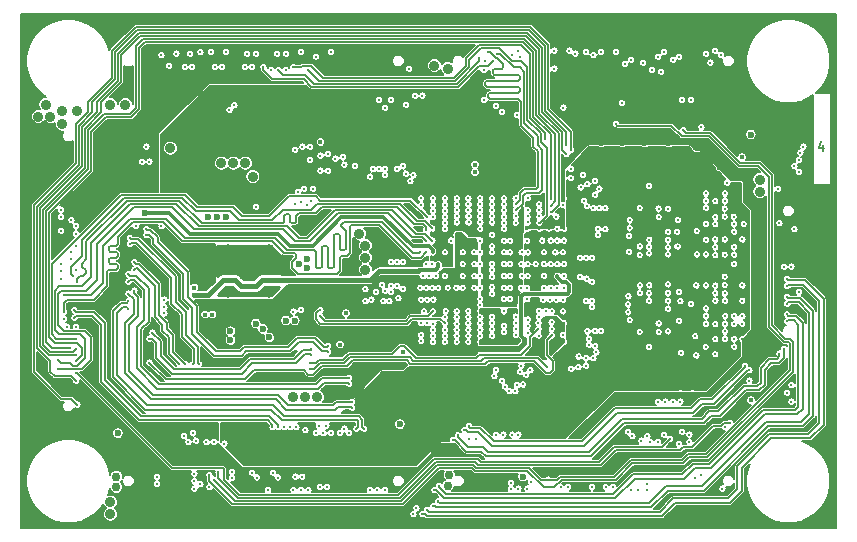
<source format=gbr>
G04 #@! TF.GenerationSoftware,KiCad,Pcbnew,5.1.0-rc2-unknown-036be7d~80~ubuntu16.04.1*
G04 #@! TF.CreationDate,2023-04-21T13:27:13+03:00*
G04 #@! TF.ProjectId,iMX8MPLUS-SOM_Rev_B,694d5838-4d50-44c5-9553-2d534f4d5f52,A*
G04 #@! TF.SameCoordinates,Original*
G04 #@! TF.FileFunction,Copper,L4,Inr*
G04 #@! TF.FilePolarity,Positive*
%FSLAX46Y46*%
G04 Gerber Fmt 4.6, Leading zero omitted, Abs format (unit mm)*
G04 Created by KiCad (PCBNEW 5.1.0-rc2-unknown-036be7d~80~ubuntu16.04.1) date 2023-04-21 13:27:13*
%MOMM*%
%LPD*%
G04 APERTURE LIST*
%ADD10C,0.190500*%
%ADD11C,1.000000*%
%ADD12C,1.800000*%
%ADD13C,0.900000*%
%ADD14C,0.600000*%
%ADD15C,0.450000*%
%ADD16C,0.327000*%
%ADD17C,0.750000*%
%ADD18C,0.254000*%
%ADD19C,0.406400*%
%ADD20C,0.304800*%
%ADD21C,2.032000*%
%ADD22C,1.016000*%
%ADD23C,1.524000*%
%ADD24C,0.381000*%
%ADD25C,0.508000*%
%ADD26C,0.127000*%
G04 APERTURE END LIST*
D10*
X151529142Y-74385714D02*
X151529142Y-74893714D01*
X151347714Y-74095428D02*
X151166285Y-74639714D01*
X151638000Y-74639714D01*
D11*
X104620000Y-86840000D03*
X101120000Y-83340000D03*
X101120000Y-86840000D03*
X104620000Y-83340000D03*
D12*
X102870000Y-85090000D03*
D13*
X92456000Y-70993000D03*
X91186000Y-70993000D03*
X87122000Y-72644000D03*
X86106000Y-72009000D03*
X85090000Y-72009000D03*
X87122000Y-71501000D03*
D14*
X103505000Y-89535000D03*
D15*
X99822000Y-88773000D03*
X99187000Y-88773000D03*
D14*
X101346000Y-90932000D03*
X101346000Y-90170000D03*
X107188000Y-84455000D03*
X107823000Y-84836000D03*
X107823000Y-84074000D03*
X100965000Y-80518000D03*
X100203000Y-80518000D03*
X99441000Y-80518000D03*
D13*
X88392000Y-71501000D03*
X85725000Y-70993000D03*
D14*
X104648000Y-90703400D03*
X104089200Y-89992200D03*
D16*
X131000000Y-78000000D03*
X131445000Y-87630000D03*
X135026400Y-87909400D03*
X129500000Y-83500000D03*
X129500000Y-87500000D03*
X129500000Y-88500000D03*
X133096000Y-81534000D03*
X132207000Y-91440000D03*
X130937000Y-83947000D03*
X130937000Y-85598000D03*
X132207000Y-78613000D03*
X139319000Y-89281000D03*
X144700000Y-86300000D03*
X136800000Y-87600000D03*
X139225000Y-80775000D03*
X138400000Y-79800000D03*
X136800000Y-77880000D03*
X144000000Y-83700000D03*
X144700000Y-82400000D03*
X144900000Y-79100000D03*
X141600000Y-81100000D03*
X139170000Y-81740000D03*
X138400000Y-83670000D03*
X141620000Y-89560000D03*
X144000000Y-89560000D03*
X144700000Y-90850000D03*
X142400000Y-92130000D03*
X140797500Y-92227500D03*
X136800000Y-91500000D03*
X138400000Y-90200000D03*
X130820000Y-92320000D03*
X129580000Y-91060000D03*
X128570000Y-91070000D03*
X129580000Y-78930000D03*
X136000000Y-79760000D03*
X140700000Y-90600000D03*
X143210000Y-87590000D03*
X143400000Y-77600000D03*
X140812500Y-81687500D03*
X143200000Y-82400000D03*
X136810000Y-82430000D03*
X135080000Y-83440000D03*
X135080000Y-82120000D03*
X135160000Y-80760000D03*
X129500000Y-80550000D03*
X140335000Y-87884000D03*
X139446000Y-87630000D03*
X138400000Y-86220000D03*
X127820000Y-87500000D03*
X127462280Y-88460580D03*
X127570000Y-91050000D03*
X125560000Y-91060000D03*
X127190000Y-84500000D03*
X129580000Y-84500000D03*
X129580000Y-82500000D03*
X127750000Y-82500000D03*
X129580000Y-85470000D03*
X127900000Y-85470000D03*
X129580000Y-86500000D03*
X129580000Y-81500000D03*
X128300000Y-81500000D03*
X136800000Y-83590000D03*
X142400000Y-83720000D03*
X135049260Y-87208360D03*
X136810000Y-86260000D03*
X143200000Y-85560000D03*
X142400000Y-86320000D03*
X129580000Y-89500000D03*
X135155000Y-89225000D03*
X136000000Y-90230000D03*
X144700000Y-87600000D03*
X144700000Y-89550000D03*
X141610000Y-79730000D03*
D15*
X144145000Y-93345000D03*
D16*
X144000000Y-84500000D03*
X143960000Y-80470000D03*
X139500000Y-92000000D03*
D15*
X138430000Y-74295000D03*
X140716000Y-74676000D03*
X136398000Y-74295000D03*
X142748000Y-76327000D03*
X134493000Y-74295000D03*
X131318000Y-74295000D03*
X144526000Y-77089000D03*
X139446000Y-95504000D03*
D16*
X129030000Y-89580000D03*
D15*
X129984500Y-75755500D03*
D13*
X87503000Y-74676000D03*
D14*
X106807000Y-89281000D03*
X106045000Y-89281000D03*
D15*
X96012000Y-82550000D03*
X98298000Y-85852000D03*
X145415000Y-105537000D03*
X109855000Y-102870000D03*
D17*
X96520000Y-88900000D03*
D13*
X97409000Y-91821000D03*
D15*
X115951000Y-91922600D03*
D17*
X111760000Y-84201000D03*
D15*
X114300000Y-84328000D03*
X113665000Y-84328000D03*
X115824000Y-93091000D03*
D16*
X117750000Y-88500000D03*
D17*
X107569000Y-81661000D03*
D16*
X120500000Y-88500000D03*
D17*
X121539000Y-102362000D03*
D15*
X128016000Y-102235000D03*
X128905000Y-102235000D03*
X147828000Y-93345000D03*
X147955000Y-85344000D03*
X142875000Y-94488000D03*
D14*
X100965000Y-92837000D03*
D13*
X91186000Y-99822000D03*
X91186000Y-100838000D03*
D17*
X107569000Y-80772000D03*
D14*
X115697000Y-98044000D03*
D15*
X95758000Y-86868000D03*
X94869000Y-89662000D03*
D16*
X116586000Y-77470000D03*
D13*
X91186000Y-64516000D03*
X91186000Y-65532000D03*
X103251000Y-77089000D03*
X96266000Y-74676000D03*
D14*
X94742000Y-78105000D03*
D15*
X94742000Y-84963000D03*
D13*
X91440000Y-74549000D03*
X91440000Y-75565000D03*
X87503000Y-75692000D03*
D17*
X85598000Y-99060000D03*
X87630000Y-94869000D03*
D13*
X88011000Y-79121000D03*
X118618000Y-66421000D03*
X119761000Y-66675000D03*
D15*
X150241000Y-70866000D03*
D16*
X122500000Y-81500000D03*
X119500000Y-83500000D03*
X119750000Y-86500000D03*
X119500000Y-85500000D03*
X117420000Y-81470000D03*
X123500000Y-87000000D03*
X126000000Y-85500000D03*
X124500000Y-84500000D03*
X123500000Y-85000000D03*
X117434360Y-80505300D03*
X118503700Y-78927960D03*
X119500000Y-81018380D03*
X119509540Y-81539080D03*
X119507000Y-80512920D03*
X120497600Y-78927960D03*
X121500900Y-78930500D03*
X122501660Y-79438500D03*
X123502420Y-78922880D03*
X123507500Y-80975200D03*
X124505720Y-81490820D03*
X124505720Y-79443580D03*
X125498860Y-78927960D03*
X126504700Y-79441040D03*
X126507240Y-81483200D03*
X127500380Y-78927960D03*
X127508000Y-81490820D03*
X117406420Y-82501740D03*
X121986040Y-83499960D03*
X123499880Y-82989420D03*
X125013720Y-83502500D03*
X125989080Y-84500720D03*
X121991120Y-84500720D03*
X117411500Y-84500720D03*
X121988580Y-85501480D03*
X125013720Y-86502240D03*
X121988580Y-86499700D03*
X117416580Y-86499700D03*
X117500000Y-87500000D03*
X124500000Y-91000000D03*
X125501400Y-88425020D03*
X124500000Y-89100000D03*
X123499880Y-88442800D03*
X123499880Y-91071700D03*
X118501160Y-91076780D03*
X117495320Y-89496900D03*
X119499380Y-91076780D03*
X119578120Y-88480900D03*
X120500140Y-91076780D03*
X121500900Y-91076780D03*
X121500900Y-88475820D03*
X122501660Y-91079320D03*
X122509280Y-88475820D03*
X120502680Y-80970120D03*
D13*
X91440000Y-73533000D03*
D14*
X99695000Y-98425000D03*
D15*
X108966000Y-74168000D03*
X144907000Y-91567000D03*
D16*
X132537200Y-103378000D03*
X126111000Y-103124000D03*
D13*
X151003000Y-78359000D03*
D14*
X101727000Y-67818000D03*
D16*
X108000800Y-102313740D03*
X142367000Y-103505000D03*
X92710000Y-68072000D03*
D15*
X136906000Y-95631000D03*
X115062000Y-103505000D03*
D14*
X121539000Y-103251000D03*
D15*
X132207000Y-71247000D03*
X133350000Y-71247000D03*
X135255000Y-71120000D03*
X135890000Y-71120000D03*
X132715000Y-74295000D03*
X137541000Y-72263000D03*
X136779000Y-72263000D03*
X141351000Y-71628000D03*
X143510000Y-73152000D03*
X142621000Y-73152000D03*
X149352000Y-71247000D03*
X142367000Y-74930000D03*
X143764000Y-76327000D03*
X140106400Y-96088200D03*
X140462000Y-95504000D03*
X142367000Y-94996000D03*
X145923000Y-106045000D03*
X145034000Y-104648000D03*
X151765000Y-98806000D03*
X151003000Y-99695000D03*
X151765000Y-100584000D03*
X117221000Y-106070400D03*
X84455000Y-98171000D03*
X146177000Y-64135000D03*
X145034000Y-64135000D03*
X145288000Y-65151000D03*
X144780000Y-66675000D03*
X148590000Y-72263000D03*
D14*
X101676200Y-92837000D03*
X103809800Y-94183200D03*
X104571800Y-94183200D03*
D15*
X84455000Y-64262000D03*
X93980000Y-63754000D03*
X97790000Y-63754000D03*
X101727000Y-63754000D03*
X105410000Y-63754000D03*
X109220000Y-63754000D03*
X113030000Y-63754000D03*
X116840000Y-63754000D03*
X120650000Y-63754000D03*
X124460000Y-63754000D03*
X128270000Y-63754000D03*
X132080000Y-63754000D03*
X135890000Y-63754000D03*
X139700000Y-63754000D03*
X152146000Y-80010000D03*
X152146000Y-83820000D03*
X152146000Y-87630000D03*
X152146000Y-91440000D03*
X152146000Y-94615000D03*
X152146000Y-96901000D03*
X143510000Y-106426000D03*
X139700000Y-106426000D03*
X135890000Y-106426000D03*
X132080000Y-106426000D03*
X128270000Y-106426000D03*
X124460000Y-106426000D03*
X120650000Y-106426000D03*
X113030000Y-106426000D03*
X109220000Y-106426000D03*
X105410000Y-106426000D03*
X101600000Y-106426000D03*
X97790000Y-106426000D03*
X93980000Y-106426000D03*
X89154000Y-106426000D03*
X84074000Y-93980000D03*
X84074000Y-90170000D03*
X84074000Y-86360000D03*
X84074000Y-82550000D03*
X84074000Y-78740000D03*
X84074000Y-74930000D03*
X84074000Y-71374000D03*
D16*
X135026400Y-88569800D03*
X138400000Y-81740000D03*
X144800000Y-81100000D03*
X142400000Y-82400000D03*
X138400000Y-88260000D03*
X141620000Y-88240000D03*
X135155000Y-81425000D03*
X144700000Y-88900000D03*
D17*
X119761000Y-103251000D03*
X119888000Y-102362000D03*
D13*
X146177000Y-78359000D03*
D17*
X91694000Y-103378000D03*
X91694000Y-102489000D03*
D13*
X96266000Y-75819000D03*
X96266000Y-76835000D03*
X96266000Y-77851000D03*
D14*
X145415000Y-73533000D03*
D16*
X120000000Y-84500000D03*
X118960000Y-81610000D03*
X125000000Y-82000000D03*
X121500000Y-81500000D03*
X123510040Y-81488280D03*
X124490480Y-82001360D03*
X125500000Y-81500000D03*
X118986300Y-83505040D03*
X119473980Y-84505800D03*
X124477780Y-87975440D03*
X125008640Y-87975440D03*
X123497340Y-87929720D03*
X145288000Y-94361000D03*
D13*
X146177000Y-77343000D03*
D14*
X91821000Y-98806000D03*
D15*
X107188000Y-73660000D03*
D16*
X137600000Y-91500000D03*
X136800000Y-88200000D03*
X142400000Y-85600000D03*
X136800000Y-84300000D03*
X139300000Y-78800000D03*
X137600000Y-78470000D03*
X142400000Y-84300000D03*
X144700000Y-83040000D03*
X140830000Y-80440000D03*
X143200000Y-81100000D03*
X142400000Y-78500000D03*
X140900000Y-78500000D03*
X140830000Y-88900000D03*
X142410000Y-88900000D03*
X140830000Y-89560000D03*
X144700000Y-85580000D03*
X142400000Y-91500000D03*
X136010000Y-87600000D03*
X140700000Y-91400000D03*
X139500000Y-91200000D03*
X139300000Y-90000000D03*
X140290000Y-80920000D03*
X139300000Y-80200000D03*
X139300000Y-82300000D03*
X140840000Y-82400000D03*
X138402500Y-81027500D03*
X136850000Y-81710000D03*
X135080000Y-84110000D03*
X135080000Y-82780000D03*
X135160000Y-80040000D03*
X140830000Y-87590000D03*
X139827000Y-87122000D03*
X126470000Y-88040000D03*
X127038100Y-82499200D03*
X127190000Y-85470000D03*
X127180000Y-86500000D03*
X135125460Y-89910920D03*
X139319000Y-88521540D03*
X144000000Y-90200000D03*
D14*
X135001000Y-86385400D03*
D16*
X143960000Y-79800000D03*
X144700000Y-86950000D03*
X144700000Y-84500000D03*
X126509780Y-81996280D03*
X127063500Y-83502500D03*
X126470000Y-88600000D03*
D13*
X101473000Y-98425000D03*
X102489000Y-98425000D03*
X103505000Y-98425000D03*
D14*
X126111000Y-102489000D03*
D15*
X145415000Y-96012000D03*
D13*
X91186000Y-104648000D03*
X91186000Y-105664000D03*
X101600000Y-75946000D03*
X102616000Y-75946000D03*
X100584000Y-75946000D03*
X119761000Y-67945000D03*
X118618000Y-67691000D03*
D16*
X122936000Y-67310000D03*
X134493000Y-70866000D03*
X141224000Y-72898000D03*
D15*
X144653000Y-75438000D03*
D16*
X124500000Y-88500000D03*
D15*
X98298000Y-87122000D03*
D16*
X118963440Y-84503260D03*
X129020000Y-85470000D03*
D13*
X100457000Y-91186000D03*
X99695000Y-90424000D03*
D16*
X119750000Y-87500000D03*
X120462040Y-81978500D03*
X120520460Y-82501740D03*
X121960640Y-82499200D03*
X121986040Y-87475060D03*
X121986040Y-88000840D03*
X120500140Y-87980520D03*
X120500140Y-87454740D03*
X120100000Y-85500000D03*
D14*
X94107000Y-80137000D03*
D16*
X118470680Y-83505040D03*
D15*
X98298000Y-86487000D03*
D13*
X108712000Y-95758000D03*
X107696000Y-95758000D03*
X106680000Y-95758000D03*
D15*
X110617000Y-91313000D03*
D16*
X122500000Y-82500000D03*
X124500000Y-83500000D03*
X122500000Y-84500000D03*
X123500000Y-83500000D03*
X122500000Y-83500000D03*
X123500000Y-82000000D03*
X124500640Y-82506820D03*
X125013720Y-82516980D03*
X125028960Y-84500720D03*
X123499880Y-84475320D03*
D15*
X122047000Y-76708000D03*
X122047000Y-76073000D03*
D16*
X126450000Y-87460000D03*
D13*
X112776000Y-82931000D03*
X112776000Y-83947000D03*
D15*
X111125000Y-88646000D03*
D13*
X112776000Y-84963000D03*
X112268000Y-81915000D03*
D16*
X121000000Y-86500000D03*
X121000000Y-85500000D03*
X121000000Y-84500000D03*
X121000000Y-83500000D03*
X120000000Y-82500000D03*
X122500000Y-86500000D03*
X122500000Y-85500000D03*
X124500000Y-86500000D03*
X124500000Y-85500000D03*
X126500000Y-84500000D03*
X126000000Y-83500000D03*
X125935740Y-86504780D03*
X126466600Y-86504780D03*
X126471680Y-82506820D03*
X126525020Y-83502500D03*
X123502420Y-85552280D03*
X125013720Y-85504020D03*
X126514860Y-85504020D03*
X120484900Y-86499700D03*
X123499880Y-86453980D03*
X124487940Y-87436960D03*
X125011180Y-87436960D03*
X122501660Y-87436960D03*
X122509280Y-87957660D03*
X103505000Y-79629000D03*
X117650000Y-85500000D03*
X120500140Y-89529920D03*
X121500900Y-89514680D03*
X117924580Y-84500720D03*
X108839000Y-98171000D03*
X118526560Y-87500460D03*
X118013480Y-87500460D03*
X118531640Y-89537540D03*
X118010940Y-89499440D03*
X124587000Y-94869000D03*
X125730000Y-98933000D03*
X125857000Y-93599000D03*
X135255000Y-103632000D03*
X124333000Y-94361000D03*
X125222000Y-98933000D03*
X125500000Y-90500000D03*
X133731000Y-103378000D03*
X124460000Y-98933000D03*
X123698000Y-93980000D03*
X133123000Y-103378000D03*
X125498860Y-89984580D03*
X123825000Y-93472000D03*
X123825000Y-98933000D03*
X131953000Y-103378000D03*
X122504200Y-90558620D03*
X122174000Y-99314000D03*
X121539000Y-99314000D03*
X122506740Y-90035380D03*
X125984000Y-93091000D03*
X135890000Y-103632000D03*
X136652000Y-103632000D03*
X126365000Y-93853000D03*
X126746000Y-93472000D03*
X136652000Y-103124000D03*
X125730000Y-103505000D03*
X124500000Y-90250000D03*
X125095000Y-102997000D03*
X123499880Y-90027760D03*
X125095000Y-103505000D03*
X123499880Y-90545920D03*
X125476000Y-95250000D03*
X126492000Y-103505000D03*
X124968000Y-95250000D03*
X126804914Y-102963486D03*
X126111000Y-94691200D03*
X129313000Y-103378000D03*
X125603000Y-94742000D03*
X129921000Y-103378000D03*
X142400000Y-90840000D03*
X131450500Y-92450500D03*
X144000000Y-91500000D03*
X130175000Y-93345000D03*
X131572000Y-77724000D03*
X141600000Y-78500000D03*
X130175000Y-76454000D03*
X143210000Y-78500000D03*
X132207000Y-77470000D03*
X141600000Y-79150000D03*
X131191000Y-76962000D03*
X142400000Y-79150000D03*
X130175000Y-77216000D03*
X143210000Y-79150000D03*
X142400000Y-80500000D03*
X132588000Y-78105000D03*
X144000000Y-81100000D03*
X132588000Y-79756000D03*
X142400000Y-81100000D03*
X132080000Y-79756000D03*
X144000000Y-81750000D03*
X133096000Y-79756000D03*
X136000000Y-83000000D03*
X128850000Y-83510000D03*
X128460000Y-82500000D03*
X136800000Y-83020000D03*
X129020000Y-84500000D03*
X138390000Y-82460000D03*
X128940000Y-80470000D03*
X141600000Y-82420000D03*
X129500000Y-79500000D03*
X142400000Y-83040000D03*
X128460000Y-84500000D03*
X144000000Y-83050000D03*
X136000000Y-83720000D03*
X127900000Y-83500000D03*
X138400000Y-83070000D03*
X129020000Y-82500000D03*
X139200000Y-83000000D03*
X129020000Y-81500000D03*
X143200000Y-83700000D03*
X127900000Y-84500000D03*
X136010000Y-86300000D03*
X128950000Y-87500000D03*
X138400000Y-86930000D03*
X128060000Y-88430000D03*
X139319000Y-86868000D03*
X128540000Y-89410000D03*
X128460000Y-86500000D03*
X143200000Y-86270000D03*
X136010000Y-86940000D03*
X128390000Y-87510000D03*
X128580000Y-88500000D03*
X136800000Y-86960000D03*
X127900000Y-86500000D03*
X138400000Y-87600000D03*
X142400000Y-86940000D03*
X128540000Y-90000000D03*
X142410000Y-87590000D03*
X129500000Y-90500000D03*
X129020000Y-86500000D03*
X143200000Y-86980000D03*
X141620000Y-88900000D03*
X131572000Y-90170000D03*
X132715000Y-90170000D03*
X144000000Y-88900000D03*
X142410000Y-89560000D03*
X132334000Y-91948000D03*
X143240000Y-88900000D03*
X132207000Y-90170000D03*
X132080000Y-92456000D03*
X141590000Y-91500000D03*
X131445000Y-93091000D03*
X143210000Y-90850000D03*
X144000000Y-90850000D03*
X130810000Y-93218000D03*
X95758000Y-88138000D03*
X149098000Y-76200000D03*
X108077000Y-93345000D03*
X107823000Y-79502000D03*
X128143000Y-93218000D03*
X149479000Y-86868000D03*
X138049000Y-98933000D03*
X107315000Y-88392000D03*
X107315000Y-79248000D03*
X107950000Y-68072000D03*
X127505460Y-80977740D03*
X106680000Y-88519000D03*
X106680000Y-67818000D03*
X106807000Y-79375000D03*
X128016000Y-73914000D03*
X126500000Y-89750000D03*
X124500000Y-89700000D03*
X122506740Y-89514680D03*
X116840000Y-76962000D03*
X149098000Y-81534000D03*
X119501920Y-89009220D03*
X148844000Y-96139000D03*
X95758000Y-87503000D03*
X107061000Y-78359000D03*
X149479000Y-76708000D03*
X115951000Y-86614000D03*
X108585000Y-98806000D03*
X115443000Y-86360000D03*
X100838000Y-99695000D03*
X114300000Y-87630000D03*
X114935000Y-86868000D03*
X110998000Y-98425000D03*
X118948200Y-86502240D03*
X109855000Y-98806000D03*
X117929660Y-86502240D03*
X110617000Y-98806000D03*
X118440200Y-86502240D03*
X115570000Y-87376000D03*
X114808000Y-87630000D03*
X108204000Y-91694000D03*
X94742000Y-90297000D03*
X108966000Y-88900000D03*
X118500000Y-88500000D03*
X109601000Y-91440000D03*
X94234000Y-81534000D03*
X108204000Y-92202000D03*
X94488000Y-90805000D03*
X127460000Y-88970000D03*
X139446000Y-96139000D03*
X148209000Y-84709000D03*
X137541000Y-96139000D03*
X148844000Y-94742000D03*
X125501400Y-89448640D03*
X98679000Y-92964000D03*
X92837000Y-82296000D03*
X123499880Y-88960960D03*
X121500000Y-89000000D03*
X120500140Y-89016840D03*
X122509280Y-88999060D03*
X109601000Y-91948000D03*
X94234000Y-82042000D03*
X138176000Y-96139000D03*
X147828000Y-81026000D03*
X125501400Y-88935560D03*
X98171000Y-92964000D03*
X92837000Y-82804000D03*
X127430000Y-89500000D03*
X135382000Y-99060000D03*
X123499880Y-89476580D03*
X108966000Y-88392000D03*
X143256000Y-98298000D03*
X148463000Y-95377000D03*
X119501920Y-89524840D03*
X126560000Y-89190000D03*
X138811000Y-96139000D03*
X148844000Y-84709000D03*
X93218000Y-84328000D03*
X97536000Y-92964000D03*
X93218000Y-84963000D03*
X97028000Y-92964000D03*
X127430000Y-90010000D03*
X108077000Y-92837000D03*
X108204000Y-79121000D03*
X121500900Y-90035380D03*
X109510500Y-103378000D03*
X107430500Y-102489000D03*
X120500140Y-90045540D03*
X117500000Y-90500000D03*
X101473000Y-102616000D03*
X105361415Y-102567415D03*
X119499380Y-90037920D03*
X126500000Y-90300000D03*
X135001000Y-98679000D03*
X92710000Y-85344000D03*
X111379000Y-94107000D03*
X118501160Y-90048080D03*
X103583415Y-102567415D03*
X101473000Y-102108000D03*
X117500400Y-91010740D03*
X108929500Y-103378000D03*
X121500900Y-90556080D03*
X120500140Y-90561160D03*
X106849500Y-102489000D03*
X128540000Y-90540000D03*
X94488000Y-92837000D03*
X95504000Y-81280000D03*
X104950585Y-102156585D03*
X119499380Y-90556080D03*
X92710000Y-85979000D03*
X111379000Y-94615000D03*
X103172585Y-102156585D03*
X118503700Y-90561160D03*
X111633000Y-96139000D03*
X93218000Y-86741000D03*
X118618000Y-103632000D03*
X148463000Y-88760500D03*
X112014000Y-98425000D03*
X92710000Y-87630000D03*
X120190585Y-99392415D03*
X148209000Y-91694000D03*
X111633000Y-96647000D03*
X92710000Y-86995000D03*
X118539585Y-104980415D03*
X148463000Y-87260500D03*
X136906000Y-99568000D03*
X121539000Y-98171000D03*
X144907000Y-93091000D03*
X105410000Y-98298000D03*
X88138000Y-88392000D03*
X117602000Y-105664000D03*
X148463000Y-85760500D03*
X140208000Y-98933000D03*
X118999000Y-103251000D03*
X148463000Y-89341500D03*
X104902000Y-98298000D03*
X88138000Y-89027000D03*
X118950415Y-104569585D03*
X148463000Y-87841500D03*
X92710000Y-88265000D03*
X112649000Y-98425000D03*
X117983000Y-105283000D03*
X148463000Y-86341500D03*
X120601415Y-98981585D03*
X147828000Y-92075000D03*
X121158000Y-98552000D03*
X145288000Y-93472000D03*
X136144000Y-99441000D03*
X136652000Y-99060000D03*
X140208000Y-99568000D03*
X139573000Y-98679000D03*
X114427000Y-86741000D03*
X99949000Y-99568000D03*
X111379000Y-98806000D03*
X118750000Y-85500000D03*
X118200000Y-85500000D03*
X109220000Y-98806000D03*
X114935000Y-86360000D03*
X107696000Y-98552000D03*
X114173000Y-86233000D03*
X106934000Y-98298000D03*
X113665000Y-86868000D03*
X99314000Y-99568000D03*
X112776000Y-87630000D03*
X105918000Y-98298000D03*
X109474000Y-98171000D03*
X118445280Y-84503260D03*
X106426000Y-98298000D03*
X113284000Y-87503000D03*
X112776000Y-86614000D03*
X98425000Y-99441000D03*
X115443000Y-84328000D03*
X97790000Y-99568000D03*
X115951000Y-84328000D03*
X98171000Y-98806000D03*
X114935000Y-84328000D03*
X97409000Y-99060000D03*
X87249000Y-88519000D03*
X117937280Y-83502500D03*
X87249000Y-87122000D03*
X117411500Y-83505040D03*
X86995000Y-85090000D03*
X108331000Y-78105000D03*
X107569000Y-78105000D03*
X86995000Y-85725000D03*
X107442000Y-74549000D03*
X86995000Y-80518000D03*
X86741000Y-93345000D03*
X117922040Y-82501740D03*
X86741000Y-92583000D03*
X118442740Y-82501740D03*
X87884000Y-80772000D03*
X106807000Y-74803000D03*
X108077000Y-75692000D03*
X86995000Y-81661000D03*
X108077000Y-74549000D03*
X86995000Y-79883000D03*
X109601000Y-76581000D03*
X86995000Y-84455000D03*
X88392000Y-85979000D03*
X117940000Y-81600000D03*
X118440000Y-81480000D03*
X88011000Y-85471000D03*
X108966000Y-76581000D03*
X87884000Y-84074000D03*
X109601000Y-75184000D03*
X88265000Y-81280000D03*
X88265000Y-81915000D03*
X108966000Y-75311000D03*
X118500000Y-80500000D03*
X99568000Y-103378000D03*
X138049000Y-66548000D03*
X126507240Y-80975200D03*
X110998000Y-76073000D03*
X87884000Y-83439000D03*
X122506740Y-80970120D03*
X105283000Y-66675000D03*
X121505980Y-80970120D03*
X117602000Y-70231000D03*
X88265000Y-89789000D03*
X121505980Y-80459580D03*
X124503180Y-80980280D03*
X88265000Y-90805000D03*
X117967760Y-80497680D03*
X88265000Y-82931000D03*
X110236000Y-75565000D03*
X133985000Y-66548000D03*
X125501400Y-80980280D03*
X120500140Y-80459580D03*
X120497600Y-79949040D03*
X125501400Y-80467200D03*
X130048000Y-66421000D03*
X140335000Y-70612000D03*
X127505460Y-80467200D03*
X118508780Y-79989680D03*
X104521000Y-103632000D03*
X87503000Y-89789000D03*
X122504200Y-80459580D03*
X124503180Y-80469740D03*
X88265000Y-91694000D03*
X128500000Y-80100000D03*
X88265000Y-84963000D03*
X111887000Y-76200000D03*
X124333000Y-71628000D03*
X123504960Y-80462120D03*
X139319000Y-66929000D03*
X126507240Y-80467200D03*
X121503440Y-79951580D03*
X138811000Y-67183000D03*
X126504700Y-79956660D03*
X123825000Y-71120000D03*
X123504960Y-79954120D03*
X107950000Y-103632000D03*
X113411000Y-76454000D03*
X87757000Y-91567000D03*
X128500000Y-79550000D03*
X128778000Y-67945000D03*
X124503180Y-79956660D03*
X87249000Y-89154000D03*
X122504200Y-79951580D03*
X120497600Y-79438500D03*
X116967000Y-70231000D03*
X117500000Y-79500000D03*
X98298000Y-102870000D03*
X98806000Y-103124000D03*
X118506240Y-79463900D03*
X107315000Y-103632000D03*
X113157000Y-77089000D03*
X127502920Y-79954120D03*
X123952000Y-66675000D03*
X125501400Y-79956660D03*
X119500000Y-80000000D03*
X123190000Y-66548000D03*
X125501400Y-79443580D03*
X113919000Y-76454000D03*
X114427000Y-103632000D03*
X121503440Y-79438500D03*
X122809000Y-68072000D03*
X124505720Y-78927960D03*
X139573000Y-70612000D03*
X127500380Y-79441040D03*
X116459000Y-67945000D03*
X122504200Y-78922880D03*
X117500000Y-78930000D03*
X98298000Y-102235000D03*
X88265000Y-92710000D03*
X128500000Y-79000000D03*
X119499380Y-78930500D03*
X113157000Y-103632000D03*
X114427000Y-76962000D03*
X98298000Y-103505000D03*
X119499380Y-79466440D03*
X123502420Y-79441040D03*
X137541000Y-66929000D03*
X126502160Y-78927960D03*
X106680000Y-103632000D03*
X115443000Y-76454000D03*
X113792000Y-103632000D03*
X114427000Y-76454000D03*
X130175000Y-74803000D03*
X88392000Y-96393000D03*
X97499500Y-67818000D03*
X102579500Y-67818000D03*
X115951000Y-76200000D03*
X95123000Y-102489000D03*
X101267585Y-71452415D03*
X100039500Y-67818000D03*
X106045000Y-68072000D03*
X116205000Y-70993000D03*
X95123000Y-103124000D03*
X116205000Y-76835000D03*
X114935000Y-70612000D03*
X131445000Y-66548000D03*
X98806000Y-66548000D03*
X132715000Y-66548000D03*
X107315000Y-66548000D03*
X99695000Y-66548000D03*
X96774000Y-66675000D03*
X116840000Y-105664000D03*
X141986000Y-67437000D03*
X129540000Y-71247000D03*
X136271000Y-67437000D03*
X142875000Y-66802000D03*
X134747000Y-67564000D03*
X106045000Y-66675000D03*
X125857000Y-66929000D03*
X128778000Y-66421000D03*
X98080500Y-67818000D03*
X103160500Y-67818000D03*
X101678415Y-71041585D03*
X100620500Y-67818000D03*
X114427000Y-71247000D03*
X113919000Y-70612000D03*
X103505000Y-66675000D03*
X132080000Y-66802000D03*
X100965000Y-66548000D03*
X102743000Y-66675000D03*
X122809000Y-70612000D03*
X109855000Y-66548000D03*
X97917000Y-66675000D03*
X95504000Y-66802000D03*
X117094000Y-105156000D03*
X141605000Y-66675000D03*
X137795000Y-68199000D03*
X142367000Y-66421000D03*
X135255000Y-67183000D03*
X130556000Y-66675000D03*
X108585000Y-66929000D03*
X125222000Y-66802000D03*
X125603000Y-71882000D03*
X125730000Y-66421000D03*
X137033000Y-68072000D03*
X129794000Y-75184000D03*
X88265000Y-92202000D03*
X129794000Y-74422000D03*
X88265000Y-94361000D03*
X104775000Y-68072000D03*
X95758000Y-88646000D03*
X149479000Y-75692000D03*
X93345000Y-81280000D03*
X110871000Y-75438000D03*
X147701000Y-78105000D03*
X96139000Y-67691000D03*
X149606000Y-75057000D03*
X149860000Y-74549000D03*
X128270000Y-102743000D03*
X99949000Y-102743000D03*
X133985000Y-72644000D03*
X128651000Y-103378000D03*
X99568000Y-102362000D03*
X139700000Y-73152000D03*
X105410000Y-68072000D03*
X122428000Y-67056000D03*
X104140000Y-67818000D03*
X123571000Y-67310000D03*
X140716000Y-102616000D03*
X143637000Y-97917000D03*
X100330000Y-102108000D03*
X141224000Y-102362000D03*
X94488000Y-75819000D03*
X137541000Y-99568000D03*
X127450000Y-90550000D03*
X94234000Y-74549000D03*
X139319000Y-99695000D03*
X93853000Y-75819000D03*
X138557000Y-99314000D03*
X88265000Y-93726000D03*
X143002000Y-103505000D03*
X143210000Y-89560000D03*
X131699000Y-90805000D03*
X143210000Y-90200000D03*
X131699000Y-91313000D03*
X132461000Y-81534000D03*
X137600000Y-79800000D03*
X143200000Y-79800000D03*
X131267200Y-79121000D03*
X132461000Y-82042000D03*
X137600000Y-80500000D03*
X143200000Y-80470000D03*
X131521200Y-79578200D03*
X140840000Y-83680000D03*
X131953000Y-83947000D03*
X141600000Y-83680000D03*
X131445000Y-83947000D03*
X131953000Y-85979000D03*
X140800000Y-86300000D03*
X141600000Y-86300000D03*
X131495800Y-85725000D03*
X131953000Y-87630000D03*
X137600000Y-89520000D03*
X131953000Y-88138000D03*
X137600000Y-90240000D03*
D18*
X145415000Y-105537000D02*
X144780000Y-106172000D01*
X144780000Y-106172000D02*
X118364000Y-106172000D01*
X84328000Y-78867000D02*
X87503000Y-75692000D01*
X84328000Y-97790000D02*
X84328000Y-78867000D01*
X85598000Y-99060000D02*
X84328000Y-97790000D01*
X151384000Y-78740000D02*
X151003000Y-78359000D01*
X151892000Y-82042000D02*
X151384000Y-81534000D01*
X151384000Y-81534000D02*
X151384000Y-78740000D01*
X151892000Y-100457000D02*
X151892000Y-82042000D01*
X151765000Y-100584000D02*
X151892000Y-100457000D01*
X91694000Y-64008000D02*
X91186000Y-64516000D01*
X144145000Y-64008000D02*
X91694000Y-64008000D01*
X145288000Y-65151000D02*
X144145000Y-64008000D01*
D19*
X118960000Y-81610000D02*
X119000000Y-81570000D01*
X119000000Y-81570000D02*
X119000000Y-78500000D01*
D20*
X120000000Y-83297000D02*
X120000000Y-84500000D01*
X119500000Y-82797000D02*
X120000000Y-83297000D01*
D19*
X119500000Y-82303000D02*
X119500000Y-82797000D01*
X120000000Y-81803000D02*
X119500000Y-82303000D01*
X120000000Y-78750000D02*
X120000000Y-81803000D01*
D20*
X118986300Y-83350100D02*
X119380000Y-82956400D01*
X118986300Y-83505040D02*
X118986300Y-83350100D01*
X118986300Y-83705700D02*
X119456200Y-84175600D01*
X118986300Y-83505040D02*
X118986300Y-83705700D01*
D19*
X118960000Y-82638000D02*
X118999000Y-82677000D01*
X118960000Y-81610000D02*
X118960000Y-82638000D01*
D18*
X124000000Y-87750000D02*
X124000000Y-83750000D01*
X124225440Y-87975440D02*
X124000000Y-87750000D01*
X124477780Y-87975440D02*
X124225440Y-87975440D01*
X125500000Y-87771100D02*
X125500000Y-84750000D01*
X125295660Y-87975440D02*
X125008640Y-87975440D01*
X125500000Y-87771100D02*
X125295660Y-87975440D01*
X123000000Y-87432380D02*
X123000000Y-83500000D01*
X123497340Y-87929720D02*
X123000000Y-87432380D01*
D21*
X117983000Y-74676000D02*
X120777000Y-77470000D01*
X112268000Y-74676000D02*
X117983000Y-74676000D01*
X110236000Y-72644000D02*
X112268000Y-74676000D01*
X105029000Y-72644000D02*
X110236000Y-72644000D01*
D22*
X96266000Y-76835000D02*
X96647000Y-76835000D01*
D21*
X96647000Y-76835000D02*
X99441000Y-74041000D01*
X99441000Y-74041000D02*
X103632000Y-74041000D01*
X103632000Y-74041000D02*
X105029000Y-72644000D01*
D20*
X118963440Y-84503260D02*
X118963440Y-84744560D01*
X118963440Y-84744560D02*
X118745000Y-84963000D01*
X117348000Y-84963000D02*
X117221000Y-85090000D01*
X118745000Y-84963000D02*
X117348000Y-84963000D01*
D19*
X113919000Y-85090000D02*
X117221000Y-85090000D01*
X113157000Y-85852000D02*
X113919000Y-85090000D01*
X104013000Y-85852000D02*
X113157000Y-85852000D01*
X103505000Y-86360000D02*
X104013000Y-85852000D01*
X102235000Y-86360000D02*
X103505000Y-86360000D01*
X98298000Y-87122000D02*
X99441000Y-87122000D01*
X99441000Y-87122000D02*
X100711000Y-85852000D01*
X100711000Y-85852000D02*
X101727000Y-85852000D01*
X101727000Y-85852000D02*
X102235000Y-86360000D01*
D22*
X99695000Y-90424000D02*
X99695000Y-90297000D01*
X99695000Y-90297000D02*
X101727000Y-88265000D01*
D23*
X110871000Y-87122000D02*
X111125000Y-87376000D01*
X105283000Y-88265000D02*
X106426000Y-87122000D01*
X106426000Y-87122000D02*
X110871000Y-87122000D01*
X101727000Y-88265000D02*
X105283000Y-88265000D01*
D22*
X115697000Y-88519000D02*
X116332000Y-87884000D01*
X112268000Y-88519000D02*
X115697000Y-88519000D01*
X111125000Y-87376000D02*
X112268000Y-88519000D01*
D19*
X121960640Y-82499200D02*
X121500000Y-82959840D01*
D24*
X121500000Y-82959840D02*
X121500000Y-87750000D01*
D19*
X120100000Y-85400000D02*
X120520460Y-84979540D01*
X120100000Y-85500000D02*
X120100000Y-85400000D01*
X120520460Y-84979540D02*
X120520460Y-82501740D01*
X120100000Y-85500000D02*
X120100000Y-85640000D01*
X120100000Y-85640000D02*
X119740000Y-86000000D01*
X119740000Y-86000000D02*
X117250000Y-86000000D01*
D20*
X117348000Y-91694000D02*
X116713000Y-91059000D01*
D25*
X125730000Y-91694000D02*
X117348000Y-91694000D01*
D20*
X129413000Y-85979000D02*
X129794000Y-85979000D01*
X129794000Y-85979000D02*
X130048000Y-86233000D01*
X125984000Y-87234000D02*
X125984000Y-90551000D01*
X129020000Y-85586000D02*
X129413000Y-85979000D01*
X129916000Y-87000000D02*
X126218000Y-87000000D01*
X126218000Y-87000000D02*
X125984000Y-87234000D01*
X129020000Y-85470000D02*
X129020000Y-85586000D01*
X130048000Y-86233000D02*
X130048000Y-86868000D01*
X130048000Y-86868000D02*
X129916000Y-87000000D01*
X125984000Y-90551000D02*
X126238000Y-90805000D01*
D19*
X126238000Y-91186000D02*
X126238000Y-90805000D01*
X125730000Y-91694000D02*
X126238000Y-91186000D01*
D20*
X97917000Y-81915000D02*
X96139000Y-80137000D01*
X105410000Y-81915000D02*
X97917000Y-81915000D01*
X118470680Y-83291680D02*
X118179000Y-83000000D01*
X106426000Y-82931000D02*
X105410000Y-81915000D01*
X108331000Y-82931000D02*
X106426000Y-82931000D01*
X110744000Y-80518000D02*
X108331000Y-82931000D01*
X114300000Y-80518000D02*
X110744000Y-80518000D01*
X118470680Y-83505040D02*
X118470680Y-83291680D01*
X116782000Y-83000000D02*
X114300000Y-80518000D01*
X118179000Y-83000000D02*
X116782000Y-83000000D01*
X96139000Y-80137000D02*
X94107000Y-80137000D01*
D26*
X108458000Y-93345000D02*
X108077000Y-93345000D01*
X116535200Y-92405200D02*
X111429800Y-92405200D01*
X110998000Y-92837000D02*
X108966000Y-92837000D01*
X111429800Y-92405200D02*
X110998000Y-92837000D01*
X116840000Y-92710000D02*
X116535200Y-92405200D01*
X128143000Y-93218000D02*
X127381000Y-92456000D01*
X127381000Y-92456000D02*
X122809000Y-92456000D01*
X108966000Y-92837000D02*
X108458000Y-93345000D01*
X122555000Y-92710000D02*
X116840000Y-92710000D01*
X122809000Y-92456000D02*
X122555000Y-92710000D01*
X126492000Y-67818000D02*
X126492000Y-72263000D01*
X125984000Y-67310000D02*
X126492000Y-67818000D01*
X107950000Y-68072000D02*
X108839000Y-68961000D01*
X121539000Y-67818000D02*
X121539000Y-67183000D01*
X125222000Y-67310000D02*
X125984000Y-67310000D01*
X124079000Y-66167000D02*
X125222000Y-67310000D01*
X108839000Y-68961000D02*
X120396000Y-68961000D01*
X121539000Y-67183000D02*
X122555000Y-66167000D01*
X120396000Y-68961000D02*
X121539000Y-67818000D01*
X122555000Y-66167000D02*
X124079000Y-66167000D01*
X126492000Y-72263000D02*
X127635000Y-73406000D01*
X127635000Y-73406000D02*
X127635000Y-74168000D01*
X127635000Y-74168000D02*
X128143000Y-74676000D01*
X128143000Y-74676000D02*
X128143000Y-80391000D01*
X128143000Y-80391000D02*
X127556260Y-80977740D01*
X127556260Y-80977740D02*
X127505460Y-80977740D01*
X126746000Y-66675000D02*
X125984000Y-65913000D01*
X128016000Y-73406000D02*
X126746000Y-72136000D01*
X126746000Y-72136000D02*
X126746000Y-66675000D01*
X128016000Y-73914000D02*
X128016000Y-73406000D01*
X125984000Y-65913000D02*
X122428000Y-65913000D01*
X122428000Y-65913000D02*
X121285000Y-67056000D01*
X121285000Y-67056000D02*
X121285000Y-67691000D01*
X121285000Y-67691000D02*
X120269000Y-68707000D01*
X120269000Y-68707000D02*
X109220000Y-68707000D01*
X109220000Y-68707000D02*
X108204000Y-67691000D01*
X106680000Y-67818000D02*
X107315000Y-67818000D01*
X107315000Y-67818000D02*
X107442000Y-67691000D01*
X108204000Y-67691000D02*
X107442000Y-67691000D01*
X108140500Y-91757500D02*
X108204000Y-91694000D01*
X107490092Y-91757500D02*
X108140500Y-91757500D01*
X95440500Y-92250092D02*
X96598908Y-93408500D01*
X103045092Y-92519500D02*
X106728092Y-92519500D01*
X95440500Y-90995500D02*
X95440500Y-92250092D01*
X94742000Y-90297000D02*
X95440500Y-90995500D01*
X96598908Y-93408500D02*
X102156092Y-93408500D01*
X102156092Y-93408500D02*
X103045092Y-92519500D01*
X106728092Y-92519500D02*
X107490092Y-91757500D01*
X109347000Y-89281000D02*
X108966000Y-88900000D01*
X118500000Y-88500000D02*
X118100000Y-88900000D01*
X116586000Y-88900000D02*
X116205000Y-89281000D01*
X116205000Y-89281000D02*
X109347000Y-89281000D01*
X118100000Y-88900000D02*
X116586000Y-88900000D01*
X94234000Y-81534000D02*
X94297500Y-81597500D01*
X94297500Y-81597500D02*
X94566908Y-81597500D01*
X94566908Y-81597500D02*
X95186500Y-82217092D01*
X95186500Y-82217092D02*
X95186500Y-82598092D01*
X95186500Y-82598092D02*
X97726500Y-85138092D01*
X97726500Y-85138092D02*
X97726500Y-87297092D01*
X97726500Y-87297092D02*
X98488500Y-88059092D01*
X98488500Y-88059092D02*
X98488500Y-90218092D01*
X98488500Y-90218092D02*
X100154908Y-91884500D01*
X100154908Y-91884500D02*
X102156092Y-91884500D01*
X102156092Y-91884500D02*
X102537092Y-91503500D01*
X102537092Y-91503500D02*
X106220092Y-91503500D01*
X106220092Y-91503500D02*
X106982092Y-90741500D01*
X109537500Y-91503500D02*
X109298908Y-91503500D01*
X109601000Y-91440000D02*
X109537500Y-91503500D01*
X108536908Y-90741500D02*
X106982092Y-90741500D01*
X109298908Y-91503500D02*
X108536908Y-90741500D01*
X108140500Y-92138500D02*
X107647908Y-92138500D01*
X108204000Y-92202000D02*
X108140500Y-92138500D01*
X107647908Y-92138500D02*
X106885908Y-92900500D01*
X106885908Y-92900500D02*
X103202908Y-92900500D01*
X103202908Y-92900500D02*
X102313908Y-93789500D01*
X102313908Y-93789500D02*
X96441092Y-93789500D01*
X96441092Y-93789500D02*
X95059500Y-92407908D01*
X94711184Y-90805000D02*
X95059500Y-91153316D01*
X94488000Y-90805000D02*
X94711184Y-90805000D01*
X95059500Y-91153316D02*
X95059500Y-92407908D01*
X98679000Y-92964000D02*
X98615500Y-92900500D01*
X98615500Y-92900500D02*
X98615500Y-91488092D01*
X98615500Y-91488092D02*
X97599500Y-90472092D01*
X97599500Y-90472092D02*
X97599500Y-88567092D01*
X97599500Y-88567092D02*
X96710500Y-87678092D01*
X96710500Y-87678092D02*
X96710500Y-85519092D01*
X92900500Y-82359500D02*
X92837000Y-82296000D01*
X93550908Y-82359500D02*
X92900500Y-82359500D01*
X96710500Y-85519092D02*
X93550908Y-82359500D01*
X109537500Y-91884500D02*
X109601000Y-91948000D01*
X107139908Y-91122500D02*
X108379092Y-91122500D01*
X106377908Y-91884500D02*
X107139908Y-91122500D01*
X102694908Y-91884500D02*
X106377908Y-91884500D01*
X108379092Y-91122500D02*
X109141092Y-91884500D01*
X94805500Y-82755908D02*
X97345500Y-85295908D01*
X109141092Y-91884500D02*
X109537500Y-91884500D01*
X94234000Y-82042000D02*
X94472592Y-82042000D01*
X97345500Y-85295908D02*
X97345500Y-87454908D01*
X94472592Y-82042000D02*
X94805500Y-82374908D01*
X102313908Y-92265500D02*
X102694908Y-91884500D01*
X94805500Y-82374908D02*
X94805500Y-82755908D01*
X98107500Y-88216908D02*
X98107500Y-90375908D01*
X97345500Y-87454908D02*
X98107500Y-88216908D01*
X98107500Y-90375908D02*
X99997092Y-92265500D01*
X99997092Y-92265500D02*
X102313908Y-92265500D01*
X98171000Y-92964000D02*
X98234500Y-92900500D01*
X98234500Y-92900500D02*
X98234500Y-91645908D01*
X98234500Y-91645908D02*
X97218500Y-90629908D01*
X97218500Y-90629908D02*
X97218500Y-88724908D01*
X97218500Y-88724908D02*
X96329500Y-87835908D01*
X96329500Y-87835908D02*
X96329500Y-85676908D01*
X96329500Y-85676908D02*
X93393092Y-82740500D01*
X92900500Y-82740500D02*
X92837000Y-82804000D01*
X93393092Y-82740500D02*
X92900500Y-82740500D01*
X108839000Y-88392000D02*
X108966000Y-88392000D01*
X108585000Y-88646000D02*
X108839000Y-88392000D01*
X108585000Y-89154000D02*
X108585000Y-88646000D01*
X108966000Y-89535000D02*
X108585000Y-89154000D01*
X119501920Y-89524840D02*
X119131080Y-89154000D01*
X119131080Y-89154000D02*
X116713000Y-89154000D01*
X116332000Y-89535000D02*
X108966000Y-89535000D01*
X116713000Y-89154000D02*
X116332000Y-89535000D01*
X95948500Y-89964092D02*
X95948500Y-89456092D01*
X95313500Y-86154092D02*
X93614408Y-84455000D01*
X96520000Y-91948000D02*
X96520000Y-90535592D01*
X96520000Y-90535592D02*
X95948500Y-89964092D01*
X95948500Y-89456092D02*
X95313500Y-88821092D01*
X97536000Y-92964000D02*
X96520000Y-91948000D01*
X95313500Y-88821092D02*
X95313500Y-86154092D01*
X93614408Y-84455000D02*
X93345000Y-84455000D01*
X93345000Y-84455000D02*
X93218000Y-84328000D01*
X95567500Y-90121908D02*
X95567500Y-89613908D01*
X96139000Y-90693408D02*
X95567500Y-90121908D01*
X96139000Y-92075000D02*
X96139000Y-90693408D01*
X93345000Y-84836000D02*
X93218000Y-84963000D01*
X96139000Y-92075000D02*
X97028000Y-92964000D01*
X94932500Y-88978908D02*
X94932500Y-86311908D01*
X95567500Y-89613908D02*
X94932500Y-88978908D01*
X94932500Y-86311908D02*
X93456592Y-84836000D01*
X93456592Y-84836000D02*
X93345000Y-84836000D01*
X108585000Y-92837000D02*
X108077000Y-92837000D01*
X111379000Y-92075000D02*
X110871000Y-92583000D01*
X110871000Y-92583000D02*
X108839000Y-92583000D01*
X126746000Y-91440000D02*
X125984000Y-92202000D01*
X116078000Y-91440000D02*
X115697000Y-91440000D01*
X108839000Y-92583000D02*
X108585000Y-92837000D01*
X125984000Y-92202000D02*
X122428000Y-92202000D01*
X122428000Y-92202000D02*
X122174000Y-92456000D01*
X126746000Y-90694000D02*
X126746000Y-91440000D01*
X127430000Y-90010000D02*
X126746000Y-90694000D01*
X115062000Y-92075000D02*
X111379000Y-92075000D01*
X122174000Y-92456000D02*
X117094000Y-92456000D01*
X117094000Y-92456000D02*
X116078000Y-91440000D01*
X115697000Y-91440000D02*
X115062000Y-92075000D01*
X92710000Y-85344000D02*
X92837000Y-85471000D01*
X92837000Y-85471000D02*
X93360408Y-85471000D01*
X93360408Y-85471000D02*
X94424500Y-86535092D01*
X94424500Y-86535092D02*
X94424500Y-89359908D01*
X94424500Y-89359908D02*
X93789500Y-89994908D01*
X93789500Y-89994908D02*
X93789500Y-93139092D01*
X93789500Y-93139092D02*
X95328908Y-94678500D01*
X95328908Y-94678500D02*
X108633092Y-94678500D01*
X109141092Y-94170500D02*
X111315500Y-94170500D01*
X111315500Y-94170500D02*
X111379000Y-94107000D01*
X108633092Y-94678500D02*
X109141092Y-94170500D01*
X128143000Y-92202000D02*
X128143000Y-90937000D01*
X128397000Y-93726000D02*
X128651000Y-93472000D01*
X127040000Y-92710000D02*
X128056000Y-93726000D01*
X123190000Y-92710000D02*
X127040000Y-92710000D01*
X122936000Y-92964000D02*
X123190000Y-92710000D01*
X116586000Y-92964000D02*
X122936000Y-92964000D01*
X116281200Y-92659200D02*
X116586000Y-92964000D01*
X103378000Y-93472000D02*
X107569000Y-93472000D01*
X111252000Y-93091000D02*
X111683800Y-92659200D01*
X128056000Y-93726000D02*
X128397000Y-93726000D01*
X102616000Y-94234000D02*
X103378000Y-93472000D01*
X95885000Y-94234000D02*
X102616000Y-94234000D01*
X94488000Y-92837000D02*
X95885000Y-94234000D01*
X128143000Y-90937000D02*
X128540000Y-90540000D01*
X107569000Y-93472000D02*
X107950000Y-93853000D01*
X107950000Y-93853000D02*
X108331000Y-93853000D01*
X128651000Y-92710000D02*
X128143000Y-92202000D01*
X128651000Y-93472000D02*
X128651000Y-92710000D01*
X109093000Y-93091000D02*
X111252000Y-93091000D01*
X108331000Y-93853000D02*
X109093000Y-93091000D01*
X111683800Y-92659200D02*
X116281200Y-92659200D01*
X92837000Y-85852000D02*
X93202592Y-85852000D01*
X92710000Y-85979000D02*
X92837000Y-85852000D01*
X93202592Y-85852000D02*
X94043500Y-86692908D01*
X94043500Y-86692908D02*
X94043500Y-89202092D01*
X94043500Y-89202092D02*
X93408500Y-89837092D01*
X93408500Y-89837092D02*
X93408500Y-93296908D01*
X93408500Y-93296908D02*
X95171092Y-95059500D01*
X95171092Y-95059500D02*
X108790908Y-95059500D01*
X108790908Y-95059500D02*
X109298908Y-94551500D01*
X109298908Y-94551500D02*
X111315500Y-94551500D01*
X111315500Y-94551500D02*
X111379000Y-94615000D01*
X93218000Y-86741000D02*
X93218000Y-86964184D01*
X93218000Y-86964184D02*
X93535500Y-87281684D01*
X93535500Y-87281684D02*
X93535500Y-88851908D01*
X93535500Y-88851908D02*
X92773500Y-89613908D01*
X92773500Y-89613908D02*
X92773500Y-93520092D01*
X92773500Y-93520092D02*
X94820908Y-95567500D01*
X94820908Y-95567500D02*
X105361908Y-95567500D01*
X105361908Y-95567500D02*
X106250908Y-96456500D01*
X106250908Y-96456500D02*
X110030092Y-96456500D01*
X111569500Y-96202500D02*
X111633000Y-96139000D01*
X110284092Y-96202500D02*
X111569500Y-96202500D01*
X110030092Y-96456500D02*
X110284092Y-96202500D01*
X148463000Y-88760500D02*
X148563000Y-88860500D01*
X148563000Y-88860500D02*
X149200908Y-88860500D01*
X149200908Y-88860500D02*
X149796500Y-89456092D01*
X149796500Y-89456092D02*
X149796500Y-96725908D01*
X149796500Y-96725908D02*
X149303908Y-97218500D01*
X149303908Y-97218500D02*
X146636908Y-97218500D01*
X146636908Y-97218500D02*
X142064908Y-101790500D01*
X142064908Y-101790500D02*
X140667908Y-101790500D01*
X140667908Y-101790500D02*
X139778908Y-102679500D01*
X139778908Y-102679500D02*
X135587908Y-102679500D01*
X135587908Y-102679500D02*
X133936908Y-104330500D01*
X118729592Y-103632000D02*
X118618000Y-103632000D01*
X119428092Y-104330500D02*
X118729592Y-103632000D01*
X133936908Y-104330500D02*
X119428092Y-104330500D01*
X112014000Y-98425000D02*
X112141000Y-98298000D01*
X112141000Y-98298000D02*
X112141000Y-97818108D01*
X112141000Y-97818108D02*
X112049392Y-97726500D01*
X112049392Y-97726500D02*
X105712092Y-97726500D01*
X105712092Y-97726500D02*
X104823092Y-96837500D01*
X104823092Y-96837500D02*
X94155092Y-96837500D01*
X94155092Y-96837500D02*
X91376500Y-94058908D01*
X91376500Y-94058908D02*
X91376500Y-88440092D01*
X92583000Y-87757000D02*
X92710000Y-87630000D01*
X92059592Y-87757000D02*
X92583000Y-87757000D01*
X91376500Y-88440092D02*
X92059592Y-87757000D01*
X148209000Y-92471408D02*
X147779908Y-92900500D01*
X148209000Y-91694000D02*
X148209000Y-92471408D01*
X147779908Y-92900500D02*
X147144908Y-92900500D01*
X147144908Y-92900500D02*
X146621500Y-93423908D01*
X146621500Y-93423908D02*
X146621500Y-94693908D01*
X146621500Y-94693908D02*
X146128908Y-95186500D01*
X146128908Y-95186500D02*
X144985908Y-95186500D01*
X144985908Y-95186500D02*
X142826908Y-97345500D01*
X142826908Y-97345500D02*
X142064908Y-97345500D01*
X142064908Y-97345500D02*
X141429908Y-97980500D01*
X141429908Y-97980500D02*
X134698908Y-97980500D01*
X134698908Y-97980500D02*
X131904908Y-100774500D01*
X131904908Y-100774500D02*
X122984092Y-100774500D01*
X122984092Y-100774500D02*
X122577692Y-100368100D01*
X120332007Y-99392415D02*
X120190585Y-99392415D01*
X121307692Y-100368100D02*
X120332007Y-99392415D01*
X122577692Y-100368100D02*
X121307692Y-100368100D01*
X93154500Y-87439500D02*
X93154500Y-88694092D01*
X92710000Y-86995000D02*
X93154500Y-87439500D01*
X93154500Y-88694092D02*
X92392500Y-89456092D01*
X92392500Y-89456092D02*
X92392500Y-93677908D01*
X92392500Y-93677908D02*
X94663092Y-95948500D01*
X94663092Y-95948500D02*
X105204092Y-95948500D01*
X105204092Y-95948500D02*
X106093092Y-96837500D01*
X106093092Y-96837500D02*
X110187908Y-96837500D01*
X110187908Y-96837500D02*
X110441908Y-96583500D01*
X110441908Y-96583500D02*
X111569500Y-96583500D01*
X111569500Y-96583500D02*
X111633000Y-96647000D01*
X148463000Y-87260500D02*
X148563000Y-87360500D01*
X148563000Y-87360500D02*
X149605908Y-87360500D01*
X149605908Y-87360500D02*
X150685500Y-88440092D01*
X150685500Y-88440092D02*
X150685500Y-97360908D01*
X150685500Y-97360908D02*
X149811908Y-98234500D01*
X149811908Y-98234500D02*
X146890908Y-98234500D01*
X146890908Y-98234500D02*
X141429908Y-103695500D01*
X141429908Y-103695500D02*
X138381908Y-103695500D01*
X138381908Y-103695500D02*
X136984908Y-105092500D01*
X118681007Y-104980415D02*
X118539585Y-104980415D01*
X118793092Y-105092500D02*
X118681007Y-104980415D01*
X136984908Y-105092500D02*
X118793092Y-105092500D01*
X144907000Y-93091000D02*
X144907000Y-93202592D01*
X144907000Y-93202592D02*
X142161092Y-95948500D01*
X142161092Y-95948500D02*
X141145092Y-95948500D01*
X141145092Y-95948500D02*
X140383092Y-96710500D01*
X140383092Y-96710500D02*
X133906092Y-96710500D01*
X133906092Y-96710500D02*
X131112092Y-99504500D01*
X131112092Y-99504500D02*
X123649908Y-99504500D01*
X123649908Y-99504500D02*
X122506908Y-98361500D01*
X121539000Y-98282592D02*
X121539000Y-98171000D01*
X121617908Y-98361500D02*
X121539000Y-98282592D01*
X122506908Y-98361500D02*
X121617908Y-98361500D01*
X90741500Y-89456092D02*
X89804408Y-88519000D01*
X89804408Y-88519000D02*
X88265000Y-88519000D01*
X90741500Y-94282092D02*
X90741500Y-89456092D01*
X105410000Y-98298000D02*
X105410000Y-98104792D01*
X88265000Y-88519000D02*
X88138000Y-88392000D01*
X105410000Y-98104792D02*
X104650708Y-97345500D01*
X104650708Y-97345500D02*
X93804908Y-97345500D01*
X93804908Y-97345500D02*
X90741500Y-94282092D01*
X117840592Y-105664000D02*
X117602000Y-105664000D01*
X118031092Y-105854500D02*
X117840592Y-105664000D01*
X143662568Y-104716580D02*
X139011828Y-104716580D01*
X137873908Y-105854500D02*
X118031092Y-105854500D01*
X144653000Y-103726148D02*
X143662568Y-104716580D01*
X139011828Y-104716580D02*
X137873908Y-105854500D01*
X148563000Y-85860500D02*
X150010908Y-85860500D01*
X150446908Y-99250500D02*
X147144908Y-99250500D01*
X150010908Y-85860500D02*
X151574500Y-87424092D01*
X151574500Y-87424092D02*
X151574500Y-98122908D01*
X151574500Y-98122908D02*
X150446908Y-99250500D01*
X147144908Y-99250500D02*
X144653000Y-101742408D01*
X148463000Y-85760500D02*
X148563000Y-85860500D01*
X144653000Y-101742408D02*
X144653000Y-103726148D01*
X148463000Y-89341500D02*
X148563000Y-89241500D01*
X148563000Y-89241500D02*
X149043092Y-89241500D01*
X149043092Y-89241500D02*
X149415500Y-89613908D01*
X149415500Y-89613908D02*
X149415500Y-96568092D01*
X149415500Y-96568092D02*
X149146092Y-96837500D01*
X149146092Y-96837500D02*
X146479092Y-96837500D01*
X146479092Y-96837500D02*
X141907092Y-101409500D01*
X141907092Y-101409500D02*
X140510092Y-101409500D01*
X140510092Y-101409500D02*
X139621092Y-102298500D01*
X139621092Y-102298500D02*
X135430092Y-102298500D01*
X135430092Y-102298500D02*
X133779092Y-103949500D01*
X133779092Y-103949500D02*
X119585908Y-103949500D01*
X119585908Y-103949500D02*
X118999000Y-103362592D01*
X118999000Y-103362592D02*
X118999000Y-103251000D01*
X88265000Y-88900000D02*
X88138000Y-89027000D01*
X89646592Y-88900000D02*
X88265000Y-88900000D01*
X90360500Y-89613908D02*
X89646592Y-88900000D01*
X90360500Y-94439908D02*
X90360500Y-89613908D01*
X104902000Y-98298000D02*
X104902000Y-98135608D01*
X104902000Y-98135608D02*
X104492892Y-97726500D01*
X104492892Y-97726500D02*
X93647092Y-97726500D01*
X93647092Y-97726500D02*
X90360500Y-94439908D01*
X148463000Y-87841500D02*
X148563000Y-87741500D01*
X148563000Y-87741500D02*
X149448092Y-87741500D01*
X149448092Y-87741500D02*
X150304500Y-88597908D01*
X150304500Y-88597908D02*
X150304500Y-97203092D01*
X150304500Y-97203092D02*
X149654092Y-97853500D01*
X149654092Y-97853500D02*
X146733092Y-97853500D01*
X146733092Y-97853500D02*
X141272092Y-103314500D01*
X141272092Y-103314500D02*
X138224092Y-103314500D01*
X138224092Y-103314500D02*
X136827092Y-104711500D01*
X118950415Y-104599415D02*
X119062500Y-104711500D01*
X118950415Y-104569585D02*
X118950415Y-104599415D01*
X136827092Y-104711500D02*
X119062500Y-104711500D01*
X112649000Y-98425000D02*
X112522000Y-98298000D01*
X112522000Y-98298000D02*
X112522000Y-97660292D01*
X112522000Y-97660292D02*
X112207208Y-97345500D01*
X112207208Y-97345500D02*
X105869908Y-97345500D01*
X105869908Y-97345500D02*
X104980908Y-96456500D01*
X104980908Y-96456500D02*
X94312908Y-96456500D01*
X94312908Y-96456500D02*
X91757500Y-93901092D01*
X91757500Y-93901092D02*
X91757500Y-88597908D01*
X91757500Y-88597908D02*
X92217408Y-88138000D01*
X92217408Y-88138000D02*
X92583000Y-88138000D01*
X92583000Y-88138000D02*
X92710000Y-88265000D01*
X146987092Y-98869500D02*
X144272000Y-101584592D01*
X118188908Y-105473500D02*
X117998408Y-105283000D01*
X150289092Y-98869500D02*
X146987092Y-98869500D01*
X149853092Y-86241500D02*
X151193500Y-87581908D01*
X138854012Y-104335580D02*
X137716092Y-105473500D01*
X151193500Y-97965092D02*
X150289092Y-98869500D01*
X143504752Y-104335580D02*
X138854012Y-104335580D01*
X151193500Y-87581908D02*
X151193500Y-97965092D01*
X144272000Y-103568332D02*
X143504752Y-104335580D01*
X144272000Y-101584592D02*
X144272000Y-103568332D01*
X148463000Y-86341500D02*
X148563000Y-86241500D01*
X137716092Y-105473500D02*
X118188908Y-105473500D01*
X117998408Y-105283000D02*
X117983000Y-105283000D01*
X148563000Y-86241500D02*
X149853092Y-86241500D01*
X147828000Y-92075000D02*
X147828000Y-92313592D01*
X147828000Y-92313592D02*
X147622092Y-92519500D01*
X147622092Y-92519500D02*
X146987092Y-92519500D01*
X146987092Y-92519500D02*
X146240500Y-93266092D01*
X146240500Y-93266092D02*
X146240500Y-94536092D01*
X146240500Y-94536092D02*
X145971092Y-94805500D01*
X145971092Y-94805500D02*
X144828092Y-94805500D01*
X144828092Y-94805500D02*
X142669092Y-96964500D01*
X142669092Y-96964500D02*
X141907092Y-96964500D01*
X141907092Y-96964500D02*
X141272092Y-97599500D01*
X141272092Y-97599500D02*
X134541092Y-97599500D01*
X134541092Y-97599500D02*
X131747092Y-100393500D01*
X131747092Y-100393500D02*
X123141908Y-100393500D01*
X123141908Y-100393500D02*
X122735508Y-99987100D01*
X122735508Y-99987100D02*
X121465508Y-99987100D01*
X121465508Y-99987100D02*
X120601415Y-99123007D01*
X120601415Y-99123007D02*
X120601415Y-98981585D01*
X145288000Y-93472000D02*
X145176408Y-93472000D01*
X145176408Y-93472000D02*
X142318908Y-96329500D01*
X142318908Y-96329500D02*
X141302908Y-96329500D01*
X141302908Y-96329500D02*
X140540908Y-97091500D01*
X140540908Y-97091500D02*
X134063908Y-97091500D01*
X134063908Y-97091500D02*
X131269908Y-99885500D01*
X131269908Y-99885500D02*
X123492092Y-99885500D01*
X123492092Y-99885500D02*
X122349092Y-98742500D01*
X122349092Y-98742500D02*
X121460092Y-98742500D01*
X121460092Y-98742500D02*
X121269592Y-98552000D01*
X121269592Y-98552000D02*
X121158000Y-98552000D01*
X110617000Y-85090000D02*
X110363000Y-85344000D01*
X110363000Y-85344000D02*
X107061000Y-85344000D01*
X104902000Y-82550000D02*
X97282000Y-82550000D01*
X107061000Y-85344000D02*
X106553000Y-84836000D01*
X87249000Y-87757000D02*
X87249000Y-88519000D01*
X91186000Y-82931000D02*
X91059000Y-83058000D01*
X105918000Y-83566000D02*
X104902000Y-82550000D01*
X106807000Y-83566000D02*
X105918000Y-83566000D01*
X106934000Y-83947000D02*
X106934000Y-83693000D01*
X95631000Y-80899000D02*
X93091000Y-80899000D01*
X91821000Y-84836000D02*
X91694000Y-84963000D01*
X116713000Y-83947000D02*
X113919000Y-81153000D01*
X106553000Y-84328000D02*
X106934000Y-83947000D01*
X117492780Y-83947000D02*
X116713000Y-83947000D01*
X90932000Y-86360000D02*
X89789000Y-87503000D01*
X111506000Y-83566000D02*
X111252000Y-83820000D01*
X117937280Y-83502500D02*
X117492780Y-83947000D01*
X87503000Y-87503000D02*
X87249000Y-87757000D01*
X111633000Y-81153000D02*
X111506000Y-81280000D01*
X91059000Y-84963000D02*
X90932000Y-85090000D01*
X110617000Y-83947000D02*
X110617000Y-85090000D01*
X91821000Y-83820000D02*
X91694000Y-83947000D01*
X106934000Y-83693000D02*
X106807000Y-83566000D01*
X106553000Y-84836000D02*
X106553000Y-84328000D01*
X110744000Y-83820000D02*
X110617000Y-83947000D01*
X93091000Y-80899000D02*
X91821000Y-82169000D01*
X113919000Y-81153000D02*
X111633000Y-81153000D01*
X91821000Y-82804000D02*
X91694000Y-82931000D01*
X91186000Y-83947000D02*
X91059000Y-84074000D01*
X91694000Y-82931000D02*
X91186000Y-82931000D01*
X91059000Y-83058000D02*
X91059000Y-83312000D01*
X91059000Y-83312000D02*
X91186000Y-83439000D01*
X91186000Y-83439000D02*
X91694000Y-83439000D01*
X90932000Y-85090000D02*
X90932000Y-86360000D01*
X91821000Y-82169000D02*
X91821000Y-82804000D01*
X91694000Y-83439000D02*
X91821000Y-83566000D01*
X91059000Y-84074000D02*
X91059000Y-84328000D01*
X91059000Y-84328000D02*
X91186000Y-84455000D01*
X91186000Y-84455000D02*
X91694000Y-84455000D01*
X111506000Y-81280000D02*
X111506000Y-83566000D01*
X91694000Y-84455000D02*
X91821000Y-84582000D01*
X97282000Y-82550000D02*
X95631000Y-80899000D01*
X91694000Y-83947000D02*
X91186000Y-83947000D01*
X91821000Y-84582000D02*
X91821000Y-84836000D01*
X91821000Y-83566000D02*
X91821000Y-83820000D01*
X111252000Y-83820000D02*
X110744000Y-83820000D01*
X91694000Y-84963000D02*
X91059000Y-84963000D01*
X89789000Y-87503000D02*
X87503000Y-87503000D01*
X89535000Y-87122000D02*
X87249000Y-87122000D01*
X95885000Y-80645000D02*
X92837000Y-80645000D01*
X90551000Y-82931000D02*
X90551000Y-86106000D01*
X97536000Y-82296000D02*
X95885000Y-80645000D01*
X106172000Y-83312000D02*
X105156000Y-82296000D01*
X108585000Y-84709000D02*
X108585000Y-83439000D01*
X108712000Y-84836000D02*
X108585000Y-84709000D01*
X108585000Y-83439000D02*
X108458000Y-83312000D01*
X108966000Y-84836000D02*
X108712000Y-84836000D01*
X109093000Y-84709000D02*
X108966000Y-84836000D01*
X108458000Y-83312000D02*
X106172000Y-83312000D01*
X109220000Y-82931000D02*
X109093000Y-83058000D01*
X92837000Y-80645000D02*
X90551000Y-82931000D01*
X110998000Y-83312000D02*
X110744000Y-83312000D01*
X117350540Y-83566000D02*
X116840000Y-83566000D01*
X110744000Y-81280000D02*
X111125000Y-81661000D01*
X109982000Y-84836000D02*
X109728000Y-84836000D01*
X109601000Y-84709000D02*
X109601000Y-83058000D01*
X110744000Y-81153000D02*
X110744000Y-81280000D01*
X110617000Y-82042000D02*
X110490000Y-81915000D01*
X105156000Y-82296000D02*
X97536000Y-82296000D01*
X117411500Y-83505040D02*
X117350540Y-83566000D01*
X116840000Y-83566000D02*
X114173000Y-80899000D01*
X109474000Y-82931000D02*
X109220000Y-82931000D01*
X110490000Y-81915000D02*
X110236000Y-81915000D01*
X111125000Y-81661000D02*
X111125000Y-83185000D01*
X110998000Y-80899000D02*
X110744000Y-81153000D01*
X114173000Y-80899000D02*
X110998000Y-80899000D01*
X110236000Y-81915000D02*
X110109000Y-82042000D01*
X109728000Y-84836000D02*
X109601000Y-84709000D01*
X110744000Y-83312000D02*
X110617000Y-83185000D01*
X109093000Y-83058000D02*
X109093000Y-84709000D01*
X110617000Y-83185000D02*
X110617000Y-82042000D01*
X110109000Y-82042000D02*
X110109000Y-84709000D01*
X90551000Y-86106000D02*
X89535000Y-87122000D01*
X110109000Y-84709000D02*
X109982000Y-84836000D01*
X111125000Y-83185000D02*
X110998000Y-83312000D01*
X109601000Y-83058000D02*
X109474000Y-82931000D01*
X96393000Y-79629000D02*
X93218000Y-79629000D01*
X117589300Y-82169000D02*
X116713000Y-82169000D01*
X98298000Y-81534000D02*
X96393000Y-79629000D01*
X90043000Y-85852000D02*
X89154000Y-86741000D01*
X89535000Y-92583000D02*
X88773000Y-93345000D01*
X105791000Y-81534000D02*
X98298000Y-81534000D01*
X108077000Y-82550000D02*
X106807000Y-82550000D01*
X106807000Y-82550000D02*
X105791000Y-81534000D01*
X110490000Y-80137000D02*
X108077000Y-82550000D01*
X116713000Y-82169000D02*
X114681000Y-80137000D01*
X88773000Y-93345000D02*
X86741000Y-93345000D01*
X117922040Y-82501740D02*
X117589300Y-82169000D01*
X114681000Y-80137000D02*
X110490000Y-80137000D01*
X86741000Y-86995000D02*
X86741000Y-89662000D01*
X93218000Y-79629000D02*
X90043000Y-82804000D01*
X89027000Y-90170000D02*
X89535000Y-90678000D01*
X90043000Y-82804000D02*
X90043000Y-85852000D01*
X89154000Y-86741000D02*
X86995000Y-86741000D01*
X86995000Y-86741000D02*
X86741000Y-86995000D01*
X86741000Y-89662000D02*
X87249000Y-90170000D01*
X87249000Y-90170000D02*
X89027000Y-90170000D01*
X89535000Y-90678000D02*
X89535000Y-92583000D01*
X87757000Y-92837000D02*
X86995000Y-92837000D01*
X96774000Y-79375000D02*
X92837000Y-79375000D01*
X98679000Y-81280000D02*
X96774000Y-79375000D01*
X106172000Y-81280000D02*
X98679000Y-81280000D01*
X107188000Y-82296000D02*
X106172000Y-81280000D01*
X107823000Y-82296000D02*
X107188000Y-82296000D01*
X88011000Y-93091000D02*
X87757000Y-92837000D01*
X88392000Y-93091000D02*
X88011000Y-93091000D01*
X110236000Y-79883000D02*
X107823000Y-82296000D01*
X115062000Y-79883000D02*
X110236000Y-79883000D01*
X89535000Y-82677000D02*
X89535000Y-85598000D01*
X92837000Y-79375000D02*
X89535000Y-82677000D01*
X118442740Y-82501740D02*
X117856000Y-81915000D01*
X89535000Y-85598000D02*
X88773000Y-86360000D01*
X117856000Y-81915000D02*
X117094000Y-81915000D01*
X88773000Y-86360000D02*
X86868000Y-86360000D01*
X86487000Y-86741000D02*
X86487000Y-90043000D01*
X86868000Y-86360000D02*
X86487000Y-86741000D01*
X86995000Y-92837000D02*
X86741000Y-92583000D01*
X117094000Y-81915000D02*
X115062000Y-79883000D01*
X86487000Y-90043000D02*
X86868000Y-90424000D01*
X86868000Y-90424000D02*
X88646000Y-90424000D01*
X88646000Y-90424000D02*
X89027000Y-90805000D01*
X89027000Y-90805000D02*
X89027000Y-92456000D01*
X89027000Y-92456000D02*
X88392000Y-93091000D01*
X88392000Y-85725000D02*
X88392000Y-85979000D01*
X88646000Y-85471000D02*
X88392000Y-85725000D01*
X88900000Y-85471000D02*
X88646000Y-85471000D01*
X89090500Y-85280500D02*
X88900000Y-85471000D01*
X89090500Y-85026500D02*
X89090500Y-85280500D01*
X89154000Y-82550000D02*
X89154000Y-84074000D01*
X106934000Y-80899000D02*
X106807000Y-81026000D01*
X106299000Y-80264000D02*
X106045000Y-80264000D01*
X106934000Y-80391000D02*
X106934000Y-80899000D01*
X89154000Y-84074000D02*
X88773000Y-84455000D01*
X92583000Y-79121000D02*
X89154000Y-82550000D01*
X107188000Y-80137000D02*
X106934000Y-80391000D01*
X115443000Y-79629000D02*
X109093000Y-79629000D01*
X109093000Y-79629000D02*
X108585000Y-80137000D01*
X108585000Y-80137000D02*
X107188000Y-80137000D01*
X117940000Y-81389400D02*
X117652800Y-81102200D01*
X106426000Y-80899000D02*
X106426000Y-80391000D01*
X105918000Y-80391000D02*
X105918000Y-80899000D01*
X117652800Y-81102200D02*
X116916200Y-81102200D01*
X116916200Y-81102200D02*
X115443000Y-79629000D01*
X106807000Y-81026000D02*
X106553000Y-81026000D01*
X88773000Y-84455000D02*
X88773000Y-84709000D01*
X98933000Y-81026000D02*
X97028000Y-79121000D01*
X106553000Y-81026000D02*
X106426000Y-80899000D01*
X106426000Y-80391000D02*
X106299000Y-80264000D01*
X117940000Y-81600000D02*
X117940000Y-81389400D01*
X105918000Y-80899000D02*
X105791000Y-81026000D01*
X105791000Y-81026000D02*
X98933000Y-81026000D01*
X88773000Y-84709000D02*
X89090500Y-85026500D01*
X106045000Y-80264000D02*
X105918000Y-80391000D01*
X97028000Y-79121000D02*
X92583000Y-79121000D01*
X88773000Y-83820000D02*
X87884000Y-84709000D01*
X88773000Y-82423000D02*
X88773000Y-83820000D01*
X87884000Y-85344000D02*
X88011000Y-85471000D01*
X92329000Y-78867000D02*
X88773000Y-82423000D01*
X97282000Y-78867000D02*
X92329000Y-78867000D01*
X98425000Y-80010000D02*
X97282000Y-78867000D01*
X115697000Y-79375000D02*
X108712000Y-79375000D01*
X117170200Y-80848200D02*
X115697000Y-79375000D01*
X117808200Y-80848200D02*
X117170200Y-80848200D01*
X87884000Y-84709000D02*
X87884000Y-85344000D01*
X108712000Y-79375000D02*
X108204000Y-79883000D01*
X102108000Y-80772000D02*
X101346000Y-80010000D01*
X108204000Y-79883000D02*
X105791000Y-79883000D01*
X104902000Y-80772000D02*
X102108000Y-80772000D01*
X105791000Y-79883000D02*
X104902000Y-80772000D01*
X118440000Y-81480000D02*
X117808200Y-80848200D01*
X101346000Y-80010000D02*
X98425000Y-80010000D01*
X86614000Y-90805000D02*
X88265000Y-90805000D01*
X86233000Y-90424000D02*
X86614000Y-90805000D01*
X108585000Y-78740000D02*
X106299000Y-78740000D01*
X117967760Y-80497680D02*
X116591080Y-79121000D01*
X102362000Y-80391000D02*
X101600000Y-79629000D01*
X86233000Y-84455000D02*
X86233000Y-90424000D01*
X97536000Y-78613000D02*
X92075000Y-78613000D01*
X106299000Y-78740000D02*
X104648000Y-80391000D01*
X108966000Y-79121000D02*
X108585000Y-78740000D01*
X116591080Y-79121000D02*
X108966000Y-79121000D01*
X101600000Y-79629000D02*
X98552000Y-79629000D01*
X92075000Y-78613000D02*
X86233000Y-84455000D01*
X98552000Y-79629000D02*
X97536000Y-78613000D01*
X104648000Y-80391000D02*
X102362000Y-80391000D01*
X88011000Y-91948000D02*
X88265000Y-91694000D01*
X85471000Y-91313000D02*
X86106000Y-91948000D01*
X85471000Y-79883000D02*
X85471000Y-91313000D01*
X89027000Y-76327000D02*
X85471000Y-79883000D01*
X89027000Y-73025000D02*
X89027000Y-76327000D01*
X90424000Y-71628000D02*
X89027000Y-73025000D01*
X90424000Y-70739000D02*
X90424000Y-71628000D01*
X129133600Y-79527400D02*
X129133600Y-73380600D01*
X128561000Y-80100000D02*
X129133600Y-79527400D01*
X128500000Y-80100000D02*
X128561000Y-80100000D01*
X92075000Y-69088000D02*
X90424000Y-70739000D01*
X86106000Y-91948000D02*
X88011000Y-91948000D01*
X129133600Y-73380600D02*
X127508000Y-71755000D01*
X127508000Y-71755000D02*
X127508000Y-66294000D01*
X127508000Y-66294000D02*
X126365000Y-65151000D01*
X92075000Y-66802000D02*
X92075000Y-69088000D01*
X126365000Y-65151000D02*
X93726000Y-65151000D01*
X93726000Y-65151000D02*
X92075000Y-66802000D01*
X85725000Y-91059000D02*
X86233000Y-91567000D01*
X85725000Y-80010000D02*
X85725000Y-91059000D01*
X89281000Y-76454000D02*
X85725000Y-80010000D01*
X89281000Y-73152000D02*
X89281000Y-76454000D01*
X90678000Y-71755000D02*
X89281000Y-73152000D01*
X86233000Y-91567000D02*
X87757000Y-91567000D01*
X128854200Y-73482200D02*
X127254000Y-71882000D01*
X128854200Y-79195800D02*
X128854200Y-73482200D01*
X127254000Y-71882000D02*
X127254000Y-66421000D01*
X128500000Y-79550000D02*
X128854200Y-79195800D01*
X92837000Y-71755000D02*
X90678000Y-71755000D01*
X127254000Y-66421000D02*
X126238000Y-65405000D01*
X126238000Y-65405000D02*
X93980000Y-65405000D01*
X93980000Y-65405000D02*
X93345000Y-66040000D01*
X93345000Y-66040000D02*
X93345000Y-71247000D01*
X93345000Y-71247000D02*
X92837000Y-71755000D01*
X126238000Y-68199000D02*
X125857000Y-67818000D01*
X126238000Y-72517000D02*
X126238000Y-68199000D01*
X125349000Y-67818000D02*
X124206000Y-66675000D01*
X126111000Y-78740000D02*
X126365000Y-78486000D01*
X126111000Y-79375000D02*
X126111000Y-78740000D01*
X125529340Y-79956660D02*
X126111000Y-79375000D01*
X125501400Y-79956660D02*
X125529340Y-79956660D01*
X126365000Y-78486000D02*
X127508000Y-78486000D01*
X127508000Y-78486000D02*
X127762000Y-78232000D01*
X125857000Y-67818000D02*
X125349000Y-67818000D01*
X127381000Y-74422000D02*
X127381000Y-73660000D01*
X127381000Y-73660000D02*
X126238000Y-72517000D01*
X127762000Y-78232000D02*
X127762000Y-74803000D01*
X124206000Y-66675000D02*
X123952000Y-66675000D01*
X127762000Y-74803000D02*
X127381000Y-74422000D01*
X125857000Y-78486000D02*
X125857000Y-79087980D01*
X126238000Y-78105000D02*
X125857000Y-78486000D01*
X127254000Y-78105000D02*
X126238000Y-78105000D01*
X127381000Y-77978000D02*
X127254000Y-78105000D01*
X127381000Y-74930000D02*
X127381000Y-77978000D01*
X127000000Y-74549000D02*
X127381000Y-74930000D01*
X127000000Y-73787000D02*
X127000000Y-74549000D01*
X125984000Y-72771000D02*
X127000000Y-73787000D01*
X125984000Y-70739000D02*
X125984000Y-72771000D01*
X125730000Y-70485000D02*
X125984000Y-70739000D01*
X123317000Y-70485000D02*
X125730000Y-70485000D01*
X123190000Y-70358000D02*
X123317000Y-70485000D01*
X123190000Y-70104000D02*
X123190000Y-70358000D01*
X123317000Y-69977000D02*
X123190000Y-70104000D01*
X125857000Y-79087980D02*
X125501400Y-79443580D01*
X125730000Y-69977000D02*
X123317000Y-69977000D01*
X123571000Y-68072000D02*
X123571000Y-68326000D01*
X123571000Y-68326000D02*
X123698000Y-68453000D01*
X123698000Y-67945000D02*
X123571000Y-68072000D01*
X124333000Y-67945000D02*
X123698000Y-67945000D01*
X124460000Y-67564000D02*
X124460000Y-67818000D01*
X124460000Y-67818000D02*
X124333000Y-67945000D01*
X123190000Y-66548000D02*
X123317000Y-66548000D01*
X123317000Y-66548000D02*
X123825000Y-67056000D01*
X123952000Y-67056000D02*
X124460000Y-67564000D01*
X123825000Y-67056000D02*
X123952000Y-67056000D01*
X123698000Y-68453000D02*
X125730000Y-68453000D01*
X125730000Y-68453000D02*
X125857000Y-68580000D01*
X125857000Y-68580000D02*
X125857000Y-68834000D01*
X125857000Y-68834000D02*
X125730000Y-68961000D01*
X125730000Y-68961000D02*
X123063000Y-68961000D01*
X123063000Y-68961000D02*
X122936000Y-69088000D01*
X122936000Y-69088000D02*
X122936000Y-69342000D01*
X125857000Y-69596000D02*
X125857000Y-69850000D01*
X125857000Y-69850000D02*
X125730000Y-69977000D01*
X122936000Y-69342000D02*
X123063000Y-69469000D01*
X123063000Y-69469000D02*
X125730000Y-69469000D01*
X125730000Y-69469000D02*
X125857000Y-69596000D01*
X88773000Y-92202000D02*
X88265000Y-92710000D01*
X88773000Y-91567000D02*
X88773000Y-92202000D01*
X88392000Y-91186000D02*
X88773000Y-91567000D01*
X86487000Y-91186000D02*
X88392000Y-91186000D01*
X85979000Y-90678000D02*
X86487000Y-91186000D01*
X85979000Y-80137000D02*
X85979000Y-90678000D01*
X89535000Y-76581000D02*
X85979000Y-80137000D01*
X94107000Y-65659000D02*
X93599000Y-66167000D01*
X126111000Y-65659000D02*
X94107000Y-65659000D01*
X127000000Y-72009000D02*
X127000000Y-66548000D01*
X128500000Y-73509000D02*
X127000000Y-72009000D01*
X127000000Y-66548000D02*
X126111000Y-65659000D01*
X128500000Y-79000000D02*
X128500000Y-73509000D01*
X93599000Y-66167000D02*
X93599000Y-71374000D01*
X93599000Y-71374000D02*
X92964000Y-72009000D01*
X92964000Y-72009000D02*
X90805000Y-72009000D01*
X89535000Y-73279000D02*
X89535000Y-76581000D01*
X90805000Y-72009000D02*
X89535000Y-73279000D01*
X86995000Y-95885000D02*
X87884000Y-95885000D01*
X84709000Y-93599000D02*
X86995000Y-95885000D01*
X88265000Y-72644000D02*
X88265000Y-75946000D01*
X128270000Y-71374000D02*
X128270000Y-65913000D01*
X128270000Y-65913000D02*
X126746000Y-64389000D01*
X130175000Y-73279000D02*
X128270000Y-71374000D01*
X89281000Y-71628000D02*
X88265000Y-72644000D01*
X87884000Y-95885000D02*
X88392000Y-96393000D01*
X88265000Y-75946000D02*
X84709000Y-79502000D01*
X126746000Y-64389000D02*
X93345000Y-64389000D01*
X84709000Y-79502000D02*
X84709000Y-93599000D01*
X93345000Y-64389000D02*
X91313000Y-66421000D01*
X91313000Y-66421000D02*
X91313000Y-68707000D01*
X130175000Y-74803000D02*
X130175000Y-73279000D01*
X91313000Y-68707000D02*
X89281000Y-70739000D01*
X89281000Y-70739000D02*
X89281000Y-71628000D01*
X129413000Y-74803000D02*
X129794000Y-75184000D01*
X127762000Y-66167000D02*
X127762000Y-71628000D01*
X126492000Y-64897000D02*
X127762000Y-66167000D01*
X93599000Y-64897000D02*
X126492000Y-64897000D01*
X90043000Y-71628000D02*
X90043000Y-70739000D01*
X88773000Y-72898000D02*
X90043000Y-71628000D01*
X129413000Y-73279000D02*
X129413000Y-74803000D01*
X85217000Y-79756000D02*
X88773000Y-76200000D01*
X85217000Y-91440000D02*
X85217000Y-79756000D01*
X85979000Y-92202000D02*
X85217000Y-91440000D01*
X88265000Y-92202000D02*
X85979000Y-92202000D01*
X88773000Y-76200000D02*
X88773000Y-72898000D01*
X127762000Y-71628000D02*
X129413000Y-73279000D01*
X90043000Y-70739000D02*
X91821000Y-68961000D01*
X91821000Y-66675000D02*
X93599000Y-64897000D01*
X91821000Y-68961000D02*
X91821000Y-66675000D01*
X129794000Y-73279000D02*
X129794000Y-74422000D01*
X128016000Y-66040000D02*
X128016000Y-71501000D01*
X93472000Y-64643000D02*
X126619000Y-64643000D01*
X91567000Y-66548000D02*
X93472000Y-64643000D01*
X91567000Y-68834000D02*
X91567000Y-66548000D01*
X89662000Y-70739000D02*
X91567000Y-68834000D01*
X128016000Y-71501000D02*
X129794000Y-73279000D01*
X86106000Y-93599000D02*
X86106000Y-92710000D01*
X84963000Y-79629000D02*
X88519000Y-76073000D01*
X87884000Y-93980000D02*
X86487000Y-93980000D01*
X88265000Y-94361000D02*
X87884000Y-93980000D01*
X86487000Y-93980000D02*
X86106000Y-93599000D01*
X89662000Y-71628000D02*
X89662000Y-70739000D01*
X84963000Y-91567000D02*
X84963000Y-79629000D01*
X126619000Y-64643000D02*
X128016000Y-66040000D01*
X88519000Y-76073000D02*
X88519000Y-72771000D01*
X86106000Y-92710000D02*
X84963000Y-91567000D01*
X88519000Y-72771000D02*
X89662000Y-71628000D01*
X127635000Y-102743000D02*
X128270000Y-102743000D01*
X126619000Y-101727000D02*
X127635000Y-102743000D01*
X122174000Y-101727000D02*
X126619000Y-101727000D01*
X99949000Y-102743000D02*
X101727000Y-104521000D01*
X101727000Y-104521000D02*
X115824000Y-104521000D01*
X121920000Y-101473000D02*
X122174000Y-101727000D01*
X115824000Y-104521000D02*
X118872000Y-101473000D01*
X118872000Y-101473000D02*
X121920000Y-101473000D01*
X139573000Y-73660000D02*
X138684000Y-72771000D01*
X146050000Y-76200000D02*
X144399000Y-76200000D01*
X146939000Y-77089000D02*
X146050000Y-76200000D01*
X138684000Y-72771000D02*
X134112000Y-72771000D01*
X148209000Y-91059000D02*
X146939000Y-89789000D01*
X141859000Y-73660000D02*
X139573000Y-73660000D01*
X129286000Y-102489000D02*
X133858000Y-102489000D01*
X129032000Y-102743000D02*
X129286000Y-102489000D01*
X144399000Y-76200000D02*
X141859000Y-73660000D01*
X128270000Y-102743000D02*
X129032000Y-102743000D01*
X134112000Y-72771000D02*
X133985000Y-72644000D01*
X135255000Y-101092000D02*
X139573000Y-101092000D01*
X148717000Y-93472000D02*
X148717000Y-91186000D01*
X146939000Y-89789000D02*
X146939000Y-77089000D01*
X133858000Y-102489000D02*
X135255000Y-101092000D01*
X139573000Y-101092000D02*
X140081000Y-100584000D01*
X140081000Y-100584000D02*
X141605000Y-100584000D01*
X148590000Y-91059000D02*
X148209000Y-91059000D01*
X141605000Y-100584000D02*
X148717000Y-93472000D01*
X148717000Y-91186000D02*
X148590000Y-91059000D01*
X127889000Y-103378000D02*
X128651000Y-103378000D01*
X122047000Y-101981000D02*
X126492000Y-101981000D01*
X121793000Y-101727000D02*
X122047000Y-101981000D01*
X118999000Y-101727000D02*
X121793000Y-101727000D01*
X99568000Y-102362000D02*
X99568000Y-102870000D01*
X126492000Y-101981000D02*
X127889000Y-103378000D01*
X99568000Y-102870000D02*
X101473000Y-104775000D01*
X101473000Y-104775000D02*
X115951000Y-104775000D01*
X115951000Y-104775000D02*
X118999000Y-101727000D01*
X141986000Y-73406000D02*
X139954000Y-73406000D01*
X144526000Y-75946000D02*
X141986000Y-73406000D01*
X146177000Y-75946000D02*
X144526000Y-75946000D01*
X147193000Y-76962000D02*
X146177000Y-75946000D01*
X139954000Y-73406000D02*
X139700000Y-73152000D01*
X147193000Y-89662000D02*
X147193000Y-76962000D01*
X148717000Y-90805000D02*
X148336000Y-90805000D01*
X133985000Y-102743000D02*
X135382000Y-101346000D01*
X141732000Y-100838000D02*
X148971000Y-93599000D01*
X148971000Y-93599000D02*
X148971000Y-91059000D01*
X148336000Y-90805000D02*
X147193000Y-89662000D01*
X129413000Y-102743000D02*
X133985000Y-102743000D01*
X128778000Y-103378000D02*
X129413000Y-102743000D01*
X139700000Y-101346000D02*
X140208000Y-100838000D01*
X140208000Y-100838000D02*
X141732000Y-100838000D01*
X128651000Y-103378000D02*
X128778000Y-103378000D01*
X148971000Y-91059000D02*
X148717000Y-90805000D01*
X135382000Y-101346000D02*
X139700000Y-101346000D01*
X122428000Y-67310000D02*
X122428000Y-67056000D01*
X120523000Y-69215000D02*
X122428000Y-67310000D01*
X107696000Y-68453000D02*
X108458000Y-69215000D01*
X105791000Y-68453000D02*
X107696000Y-68453000D01*
X108458000Y-69215000D02*
X120523000Y-69215000D01*
X105410000Y-68072000D02*
X105791000Y-68453000D01*
X123190000Y-67691000D02*
X123571000Y-67310000D01*
X122428000Y-67691000D02*
X123190000Y-67691000D01*
X108204000Y-69469000D02*
X120650000Y-69469000D01*
X107569000Y-68834000D02*
X108204000Y-69469000D01*
X120650000Y-69469000D02*
X122428000Y-67691000D01*
X104140000Y-68072000D02*
X104902000Y-68834000D01*
X104140000Y-67818000D02*
X104140000Y-68072000D01*
X104902000Y-68834000D02*
X107569000Y-68834000D01*
X143129000Y-97917000D02*
X143637000Y-97917000D01*
X142875000Y-98171000D02*
X143129000Y-97917000D01*
X142240000Y-98171000D02*
X142875000Y-98171000D01*
X140462000Y-99949000D02*
X142240000Y-98171000D01*
X115697000Y-104267000D02*
X118745000Y-101219000D01*
X101981000Y-104267000D02*
X115697000Y-104267000D01*
X122301000Y-101473000D02*
X132715000Y-101473000D01*
X132715000Y-101473000D02*
X133985000Y-100203000D01*
X139446000Y-100203000D02*
X139700000Y-99949000D01*
X100330000Y-102616000D02*
X101981000Y-104267000D01*
X122047000Y-101219000D02*
X122301000Y-101473000D01*
X139700000Y-99949000D02*
X140462000Y-99949000D01*
X100330000Y-102108000D02*
X100330000Y-102616000D01*
X118745000Y-101219000D02*
X122047000Y-101219000D01*
X133985000Y-100203000D02*
X139446000Y-100203000D01*
X137922000Y-99949000D02*
X138557000Y-99314000D01*
X133858000Y-99949000D02*
X137922000Y-99949000D01*
X132588000Y-101219000D02*
X133858000Y-99949000D01*
X122555000Y-101219000D02*
X132588000Y-101219000D01*
X100711000Y-101727000D02*
X100838000Y-101854000D01*
X96393000Y-101727000D02*
X100711000Y-101727000D01*
X88392000Y-93726000D02*
X96393000Y-101727000D01*
X88265000Y-93726000D02*
X88392000Y-93726000D01*
X100838000Y-101854000D02*
X100838000Y-102743000D01*
X100838000Y-102743000D02*
X102108000Y-104013000D01*
X102108000Y-104013000D02*
X115570000Y-104013000D01*
X115570000Y-104013000D02*
X118618000Y-100965000D01*
X118618000Y-100965000D02*
X122301000Y-100965000D01*
X122301000Y-100965000D02*
X122555000Y-101219000D01*
G36*
X152590501Y-106870500D02*
G01*
X83629500Y-106870500D01*
X83629500Y-102519026D01*
X84066500Y-102519026D01*
X84066500Y-103220974D01*
X84203444Y-103909435D01*
X84472067Y-104557950D01*
X84862049Y-105141599D01*
X85358401Y-105637951D01*
X85942050Y-106027933D01*
X86590565Y-106296556D01*
X87279026Y-106433500D01*
X87980974Y-106433500D01*
X88669435Y-106296556D01*
X89317950Y-106027933D01*
X89901599Y-105637951D01*
X90397951Y-105141599D01*
X90582672Y-104865145D01*
X90618396Y-104951390D01*
X90688491Y-105056295D01*
X90777705Y-105145509D01*
X90793406Y-105156000D01*
X90777705Y-105166491D01*
X90688491Y-105255705D01*
X90618396Y-105360610D01*
X90570114Y-105477173D01*
X90545500Y-105600916D01*
X90545500Y-105727084D01*
X90570114Y-105850827D01*
X90618396Y-105967390D01*
X90688491Y-106072295D01*
X90777705Y-106161509D01*
X90882610Y-106231604D01*
X90999173Y-106279886D01*
X91122916Y-106304500D01*
X91249084Y-106304500D01*
X91372827Y-106279886D01*
X91489390Y-106231604D01*
X91594295Y-106161509D01*
X91683509Y-106072295D01*
X91753604Y-105967390D01*
X91801886Y-105850827D01*
X91826500Y-105727084D01*
X91826500Y-105629134D01*
X116486000Y-105629134D01*
X116486000Y-105698866D01*
X116499604Y-105767258D01*
X116526289Y-105831682D01*
X116565030Y-105889662D01*
X116614338Y-105938970D01*
X116672318Y-105977711D01*
X116736742Y-106004396D01*
X116805134Y-106018000D01*
X116874866Y-106018000D01*
X116943258Y-106004396D01*
X117007682Y-105977711D01*
X117065662Y-105938970D01*
X117114970Y-105889662D01*
X117153711Y-105831682D01*
X117180396Y-105767258D01*
X117194000Y-105698866D01*
X117194000Y-105629134D01*
X117180396Y-105560742D01*
X117157056Y-105504393D01*
X117197258Y-105496396D01*
X117261682Y-105469711D01*
X117319662Y-105430970D01*
X117368970Y-105381662D01*
X117407711Y-105323682D01*
X117434396Y-105259258D01*
X117448000Y-105190866D01*
X117448000Y-105121134D01*
X117434396Y-105052742D01*
X117407711Y-104988318D01*
X117368970Y-104930338D01*
X117319662Y-104881030D01*
X117261682Y-104842289D01*
X117197258Y-104815604D01*
X117128866Y-104802000D01*
X117059134Y-104802000D01*
X116990742Y-104815604D01*
X116926318Y-104842289D01*
X116868338Y-104881030D01*
X116819030Y-104930338D01*
X116780289Y-104988318D01*
X116753604Y-105052742D01*
X116740000Y-105121134D01*
X116740000Y-105190866D01*
X116753604Y-105259258D01*
X116776944Y-105315607D01*
X116736742Y-105323604D01*
X116672318Y-105350289D01*
X116614338Y-105389030D01*
X116565030Y-105438338D01*
X116526289Y-105496318D01*
X116499604Y-105560742D01*
X116486000Y-105629134D01*
X91826500Y-105629134D01*
X91826500Y-105600916D01*
X91801886Y-105477173D01*
X91753604Y-105360610D01*
X91683509Y-105255705D01*
X91594295Y-105166491D01*
X91578594Y-105156000D01*
X91594295Y-105145509D01*
X91683509Y-105056295D01*
X91753604Y-104951390D01*
X91801886Y-104834827D01*
X91826500Y-104711084D01*
X91826500Y-104584916D01*
X91801886Y-104461173D01*
X91753604Y-104344610D01*
X91683509Y-104239705D01*
X91594295Y-104150491D01*
X91489390Y-104080396D01*
X91372827Y-104032114D01*
X91249084Y-104007500D01*
X91122916Y-104007500D01*
X91006331Y-104030690D01*
X91056556Y-103909435D01*
X91139843Y-103490723D01*
X91150232Y-103542950D01*
X91192861Y-103645865D01*
X91254748Y-103738485D01*
X91333515Y-103817252D01*
X91426135Y-103879139D01*
X91529050Y-103921768D01*
X91638303Y-103943500D01*
X91749697Y-103943500D01*
X91858950Y-103921768D01*
X91961865Y-103879139D01*
X92054485Y-103817252D01*
X92133252Y-103738485D01*
X92195139Y-103645865D01*
X92237768Y-103542950D01*
X92259500Y-103433697D01*
X92259500Y-103322303D01*
X92237768Y-103213050D01*
X92195139Y-103110135D01*
X92133252Y-103017515D01*
X92054485Y-102938748D01*
X92046631Y-102933500D01*
X92054485Y-102928252D01*
X92133252Y-102849485D01*
X92175597Y-102786111D01*
X92169500Y-102816765D01*
X92169500Y-102923235D01*
X92190271Y-103027658D01*
X92231015Y-103126023D01*
X92290166Y-103214549D01*
X92365451Y-103289834D01*
X92453977Y-103348985D01*
X92552342Y-103389729D01*
X92656765Y-103410500D01*
X92763235Y-103410500D01*
X92867658Y-103389729D01*
X92966023Y-103348985D01*
X93054549Y-103289834D01*
X93129834Y-103214549D01*
X93188985Y-103126023D01*
X93229729Y-103027658D01*
X93250500Y-102923235D01*
X93250500Y-102816765D01*
X93229729Y-102712342D01*
X93188985Y-102613977D01*
X93129834Y-102525451D01*
X93058517Y-102454134D01*
X94769000Y-102454134D01*
X94769000Y-102523866D01*
X94782604Y-102592258D01*
X94809289Y-102656682D01*
X94848030Y-102714662D01*
X94897338Y-102763970D01*
X94955318Y-102802711D01*
X94964466Y-102806500D01*
X94955318Y-102810289D01*
X94897338Y-102849030D01*
X94848030Y-102898338D01*
X94809289Y-102956318D01*
X94782604Y-103020742D01*
X94769000Y-103089134D01*
X94769000Y-103158866D01*
X94782604Y-103227258D01*
X94809289Y-103291682D01*
X94848030Y-103349662D01*
X94897338Y-103398970D01*
X94955318Y-103437711D01*
X95019742Y-103464396D01*
X95088134Y-103478000D01*
X95157866Y-103478000D01*
X95226258Y-103464396D01*
X95290682Y-103437711D01*
X95348662Y-103398970D01*
X95397970Y-103349662D01*
X95436711Y-103291682D01*
X95463396Y-103227258D01*
X95477000Y-103158866D01*
X95477000Y-103089134D01*
X95463396Y-103020742D01*
X95436711Y-102956318D01*
X95397970Y-102898338D01*
X95348662Y-102849030D01*
X95290682Y-102810289D01*
X95281534Y-102806500D01*
X95290682Y-102802711D01*
X95348662Y-102763970D01*
X95397970Y-102714662D01*
X95436711Y-102656682D01*
X95463396Y-102592258D01*
X95477000Y-102523866D01*
X95477000Y-102454134D01*
X95463396Y-102385742D01*
X95436711Y-102321318D01*
X95397970Y-102263338D01*
X95348662Y-102214030D01*
X95290682Y-102175289D01*
X95226258Y-102148604D01*
X95157866Y-102135000D01*
X95088134Y-102135000D01*
X95019742Y-102148604D01*
X94955318Y-102175289D01*
X94897338Y-102214030D01*
X94848030Y-102263338D01*
X94809289Y-102321318D01*
X94782604Y-102385742D01*
X94769000Y-102454134D01*
X93058517Y-102454134D01*
X93054549Y-102450166D01*
X92966023Y-102391015D01*
X92867658Y-102350271D01*
X92763235Y-102329500D01*
X92656765Y-102329500D01*
X92552342Y-102350271D01*
X92453977Y-102391015D01*
X92365451Y-102450166D01*
X92290166Y-102525451D01*
X92251952Y-102582642D01*
X92259500Y-102544697D01*
X92259500Y-102433303D01*
X92237768Y-102324050D01*
X92195139Y-102221135D01*
X92133252Y-102128515D01*
X92054485Y-102049748D01*
X91961865Y-101987861D01*
X91858950Y-101945232D01*
X91749697Y-101923500D01*
X91638303Y-101923500D01*
X91529050Y-101945232D01*
X91426135Y-101987861D01*
X91333515Y-102049748D01*
X91254748Y-102128515D01*
X91192861Y-102221135D01*
X91153262Y-102316736D01*
X91056556Y-101830565D01*
X90787933Y-101182050D01*
X90397951Y-100598401D01*
X89901599Y-100102049D01*
X89317950Y-99712067D01*
X88669435Y-99443444D01*
X87980974Y-99306500D01*
X87279026Y-99306500D01*
X86590565Y-99443444D01*
X85942050Y-99712067D01*
X85358401Y-100102049D01*
X84862049Y-100598401D01*
X84472067Y-101182050D01*
X84203444Y-101830565D01*
X84066500Y-102519026D01*
X83629500Y-102519026D01*
X83629500Y-98757690D01*
X91330500Y-98757690D01*
X91330500Y-98854310D01*
X91349350Y-98949073D01*
X91386325Y-99038339D01*
X91440004Y-99118675D01*
X91508325Y-99186996D01*
X91588661Y-99240675D01*
X91677927Y-99277650D01*
X91772690Y-99296500D01*
X91869310Y-99296500D01*
X91964073Y-99277650D01*
X92053339Y-99240675D01*
X92133675Y-99186996D01*
X92201996Y-99118675D01*
X92255675Y-99038339D01*
X92292650Y-98949073D01*
X92311500Y-98854310D01*
X92311500Y-98757690D01*
X92292650Y-98662927D01*
X92255675Y-98573661D01*
X92201996Y-98493325D01*
X92133675Y-98425004D01*
X92053339Y-98371325D01*
X91964073Y-98334350D01*
X91869310Y-98315500D01*
X91772690Y-98315500D01*
X91677927Y-98334350D01*
X91588661Y-98371325D01*
X91508325Y-98425004D01*
X91440004Y-98493325D01*
X91386325Y-98573661D01*
X91349350Y-98662927D01*
X91330500Y-98757690D01*
X83629500Y-98757690D01*
X83629500Y-66959026D01*
X84066500Y-66959026D01*
X84066500Y-67660974D01*
X84203444Y-68349435D01*
X84472067Y-68997950D01*
X84862049Y-69581599D01*
X85358401Y-70077951D01*
X85769292Y-70352500D01*
X85661916Y-70352500D01*
X85538173Y-70377114D01*
X85421610Y-70425396D01*
X85316705Y-70495491D01*
X85227491Y-70584705D01*
X85157396Y-70689610D01*
X85109114Y-70806173D01*
X85084500Y-70929916D01*
X85084500Y-71056084D01*
X85109114Y-71179827D01*
X85157396Y-71296390D01*
X85213625Y-71380542D01*
X85153084Y-71368500D01*
X85026916Y-71368500D01*
X84903173Y-71393114D01*
X84786610Y-71441396D01*
X84681705Y-71511491D01*
X84592491Y-71600705D01*
X84522396Y-71705610D01*
X84474114Y-71822173D01*
X84449500Y-71945916D01*
X84449500Y-72072084D01*
X84474114Y-72195827D01*
X84522396Y-72312390D01*
X84592491Y-72417295D01*
X84681705Y-72506509D01*
X84786610Y-72576604D01*
X84903173Y-72624886D01*
X85026916Y-72649500D01*
X85153084Y-72649500D01*
X85276827Y-72624886D01*
X85393390Y-72576604D01*
X85498295Y-72506509D01*
X85587509Y-72417295D01*
X85598000Y-72401594D01*
X85608491Y-72417295D01*
X85697705Y-72506509D01*
X85802610Y-72576604D01*
X85919173Y-72624886D01*
X86042916Y-72649500D01*
X86169084Y-72649500D01*
X86292827Y-72624886D01*
X86409390Y-72576604D01*
X86493542Y-72520375D01*
X86481500Y-72580916D01*
X86481500Y-72707084D01*
X86506114Y-72830827D01*
X86554396Y-72947390D01*
X86624491Y-73052295D01*
X86713705Y-73141509D01*
X86818610Y-73211604D01*
X86935173Y-73259886D01*
X87058916Y-73284500D01*
X87185084Y-73284500D01*
X87255030Y-73270587D01*
X87210166Y-73315451D01*
X87151015Y-73403977D01*
X87110271Y-73502342D01*
X87089500Y-73606765D01*
X87089500Y-73713235D01*
X87110271Y-73817658D01*
X87151015Y-73916023D01*
X87210166Y-74004549D01*
X87285451Y-74079834D01*
X87373977Y-74138985D01*
X87472342Y-74179729D01*
X87576765Y-74200500D01*
X87683235Y-74200500D01*
X87787658Y-74179729D01*
X87886023Y-74138985D01*
X87974549Y-74079834D01*
X88011000Y-74043383D01*
X88011001Y-75840789D01*
X84538209Y-79313581D01*
X84528527Y-79321527D01*
X84520581Y-79331209D01*
X84520578Y-79331212D01*
X84514758Y-79338304D01*
X84496786Y-79360203D01*
X84473200Y-79404329D01*
X84458676Y-79452208D01*
X84455000Y-79489532D01*
X84455000Y-79489542D01*
X84453773Y-79502000D01*
X84455000Y-79514458D01*
X84455001Y-93586532D01*
X84453773Y-93599000D01*
X84455001Y-93611468D01*
X84455001Y-93611469D01*
X84458677Y-93648793D01*
X84461686Y-93658711D01*
X84473200Y-93696671D01*
X84496786Y-93740796D01*
X84520578Y-93769788D01*
X84520587Y-93769797D01*
X84528528Y-93779473D01*
X84538204Y-93787414D01*
X86806581Y-96055791D01*
X86814527Y-96065473D01*
X86824209Y-96073419D01*
X86824211Y-96073421D01*
X86844775Y-96090297D01*
X86853203Y-96097214D01*
X86897328Y-96120800D01*
X86945207Y-96135324D01*
X86982531Y-96139000D01*
X86982541Y-96139000D01*
X86994999Y-96140227D01*
X87007457Y-96139000D01*
X87246617Y-96139000D01*
X87210166Y-96175451D01*
X87151015Y-96263977D01*
X87110271Y-96362342D01*
X87089500Y-96466765D01*
X87089500Y-96573235D01*
X87110271Y-96677658D01*
X87151015Y-96776023D01*
X87210166Y-96864549D01*
X87285451Y-96939834D01*
X87373977Y-96998985D01*
X87472342Y-97039729D01*
X87576765Y-97060500D01*
X87683235Y-97060500D01*
X87787658Y-97039729D01*
X87886023Y-96998985D01*
X87974549Y-96939834D01*
X88049834Y-96864549D01*
X88108985Y-96776023D01*
X88149729Y-96677658D01*
X88154092Y-96655724D01*
X88166338Y-96667970D01*
X88224318Y-96706711D01*
X88288742Y-96733396D01*
X88357134Y-96747000D01*
X88426866Y-96747000D01*
X88495258Y-96733396D01*
X88559682Y-96706711D01*
X88617662Y-96667970D01*
X88666970Y-96618662D01*
X88705711Y-96560682D01*
X88732396Y-96496258D01*
X88746000Y-96427866D01*
X88746000Y-96358134D01*
X88732396Y-96289742D01*
X88705711Y-96225318D01*
X88666970Y-96167338D01*
X88617662Y-96118030D01*
X88559682Y-96079289D01*
X88495258Y-96052604D01*
X88426866Y-96039000D01*
X88397210Y-96039000D01*
X88072419Y-95714209D01*
X88064473Y-95704527D01*
X88054791Y-95696581D01*
X88054788Y-95696578D01*
X88042323Y-95686349D01*
X88025797Y-95672786D01*
X87981672Y-95649200D01*
X87933793Y-95634676D01*
X87896469Y-95631000D01*
X87896458Y-95631000D01*
X87884000Y-95629773D01*
X87871542Y-95631000D01*
X87100210Y-95631000D01*
X84963000Y-93493790D01*
X84963000Y-91926210D01*
X85852001Y-92815211D01*
X85852000Y-93586542D01*
X85850773Y-93599000D01*
X85852000Y-93611458D01*
X85852000Y-93611468D01*
X85855676Y-93648792D01*
X85870200Y-93696671D01*
X85893786Y-93740797D01*
X85905712Y-93755329D01*
X85917578Y-93769788D01*
X85917579Y-93769789D01*
X85925527Y-93779473D01*
X85935209Y-93787419D01*
X86298581Y-94150791D01*
X86306527Y-94160473D01*
X86316209Y-94168419D01*
X86316211Y-94168421D01*
X86345202Y-94192214D01*
X86378960Y-94210258D01*
X86389328Y-94215800D01*
X86437207Y-94230324D01*
X86474531Y-94234000D01*
X86474541Y-94234000D01*
X86486999Y-94235227D01*
X86499457Y-94234000D01*
X87778790Y-94234000D01*
X87911000Y-94366210D01*
X87911000Y-94395866D01*
X87924604Y-94464258D01*
X87951289Y-94528682D01*
X87990030Y-94586662D01*
X88039338Y-94635970D01*
X88097318Y-94674711D01*
X88161742Y-94701396D01*
X88230134Y-94715000D01*
X88299866Y-94715000D01*
X88368258Y-94701396D01*
X88432682Y-94674711D01*
X88490662Y-94635970D01*
X88539970Y-94586662D01*
X88578711Y-94528682D01*
X88605396Y-94464258D01*
X88619000Y-94395866D01*
X88619000Y-94326134D01*
X88615543Y-94308753D01*
X96204586Y-101897797D01*
X96212527Y-101907473D01*
X96222203Y-101915414D01*
X96222211Y-101915422D01*
X96251203Y-101939214D01*
X96295328Y-101962800D01*
X96343207Y-101977324D01*
X96380531Y-101981000D01*
X96380542Y-101981000D01*
X96393000Y-101982227D01*
X96405458Y-101981000D01*
X98051368Y-101981000D01*
X98023030Y-102009338D01*
X97984289Y-102067318D01*
X97957604Y-102131742D01*
X97944000Y-102200134D01*
X97944000Y-102269866D01*
X97957604Y-102338258D01*
X97984289Y-102402682D01*
X98023030Y-102460662D01*
X98072338Y-102509970D01*
X98130318Y-102548711D01*
X98139466Y-102552500D01*
X98130318Y-102556289D01*
X98072338Y-102595030D01*
X98023030Y-102644338D01*
X97984289Y-102702318D01*
X97957604Y-102766742D01*
X97944000Y-102835134D01*
X97944000Y-102904866D01*
X97957604Y-102973258D01*
X97984289Y-103037682D01*
X98023030Y-103095662D01*
X98072338Y-103144970D01*
X98130318Y-103183711D01*
X98139466Y-103187500D01*
X98130318Y-103191289D01*
X98072338Y-103230030D01*
X98023030Y-103279338D01*
X97984289Y-103337318D01*
X97957604Y-103401742D01*
X97944000Y-103470134D01*
X97944000Y-103539866D01*
X97957604Y-103608258D01*
X97984289Y-103672682D01*
X98023030Y-103730662D01*
X98072338Y-103779970D01*
X98130318Y-103818711D01*
X98194742Y-103845396D01*
X98263134Y-103859000D01*
X98332866Y-103859000D01*
X98401258Y-103845396D01*
X98465682Y-103818711D01*
X98523662Y-103779970D01*
X98572970Y-103730662D01*
X98611711Y-103672682D01*
X98638396Y-103608258D01*
X98652000Y-103539866D01*
X98652000Y-103470134D01*
X98646200Y-103440976D01*
X98702742Y-103464396D01*
X98771134Y-103478000D01*
X98840866Y-103478000D01*
X98909258Y-103464396D01*
X98973682Y-103437711D01*
X99031662Y-103398970D01*
X99080970Y-103349662D01*
X99119711Y-103291682D01*
X99146396Y-103227258D01*
X99160000Y-103158866D01*
X99160000Y-103089134D01*
X99146396Y-103020742D01*
X99119711Y-102956318D01*
X99080970Y-102898338D01*
X99031662Y-102849030D01*
X98973682Y-102810289D01*
X98909258Y-102783604D01*
X98840866Y-102770000D01*
X98771134Y-102770000D01*
X98702742Y-102783604D01*
X98646393Y-102806944D01*
X98638396Y-102766742D01*
X98611711Y-102702318D01*
X98572970Y-102644338D01*
X98523662Y-102595030D01*
X98465682Y-102556289D01*
X98456534Y-102552500D01*
X98465682Y-102548711D01*
X98523662Y-102509970D01*
X98572970Y-102460662D01*
X98611711Y-102402682D01*
X98638396Y-102338258D01*
X98652000Y-102269866D01*
X98652000Y-102200134D01*
X98638396Y-102131742D01*
X98611711Y-102067318D01*
X98572970Y-102009338D01*
X98544632Y-101981000D01*
X99999438Y-101981000D01*
X99989604Y-102004742D01*
X99976000Y-102073134D01*
X99976000Y-102142866D01*
X99989604Y-102211258D01*
X100016289Y-102275682D01*
X100055030Y-102333662D01*
X100076000Y-102354632D01*
X100076001Y-102412438D01*
X100052258Y-102402604D01*
X99983866Y-102389000D01*
X99922000Y-102389000D01*
X99922000Y-102327134D01*
X99908396Y-102258742D01*
X99881711Y-102194318D01*
X99842970Y-102136338D01*
X99793662Y-102087030D01*
X99735682Y-102048289D01*
X99671258Y-102021604D01*
X99602866Y-102008000D01*
X99533134Y-102008000D01*
X99464742Y-102021604D01*
X99400318Y-102048289D01*
X99342338Y-102087030D01*
X99293030Y-102136338D01*
X99254289Y-102194318D01*
X99227604Y-102258742D01*
X99214000Y-102327134D01*
X99214000Y-102396866D01*
X99227604Y-102465258D01*
X99254289Y-102529682D01*
X99293030Y-102587662D01*
X99314000Y-102608632D01*
X99314001Y-102857532D01*
X99312773Y-102870000D01*
X99314001Y-102882468D01*
X99314001Y-102882469D01*
X99317677Y-102919793D01*
X99318855Y-102923675D01*
X99332200Y-102967671D01*
X99355786Y-103011796D01*
X99379578Y-103040788D01*
X99379587Y-103040797D01*
X99387528Y-103050473D01*
X99397204Y-103058414D01*
X99402270Y-103063480D01*
X99400318Y-103064289D01*
X99342338Y-103103030D01*
X99293030Y-103152338D01*
X99254289Y-103210318D01*
X99227604Y-103274742D01*
X99214000Y-103343134D01*
X99214000Y-103412866D01*
X99227604Y-103481258D01*
X99254289Y-103545682D01*
X99293030Y-103603662D01*
X99342338Y-103652970D01*
X99400318Y-103691711D01*
X99464742Y-103718396D01*
X99533134Y-103732000D01*
X99602866Y-103732000D01*
X99671258Y-103718396D01*
X99735682Y-103691711D01*
X99793662Y-103652970D01*
X99842970Y-103603662D01*
X99881711Y-103545682D01*
X99882520Y-103543730D01*
X101284586Y-104945797D01*
X101292527Y-104955473D01*
X101302203Y-104963414D01*
X101302211Y-104963422D01*
X101331203Y-104987214D01*
X101375328Y-105010800D01*
X101423207Y-105025324D01*
X101460531Y-105029000D01*
X101460542Y-105029000D01*
X101473000Y-105030227D01*
X101485458Y-105029000D01*
X115938542Y-105029000D01*
X115951000Y-105030227D01*
X115963458Y-105029000D01*
X115963469Y-105029000D01*
X116000793Y-105025324D01*
X116048672Y-105010800D01*
X116092797Y-104987214D01*
X116111570Y-104971807D01*
X116121788Y-104963422D01*
X116121791Y-104963419D01*
X116131473Y-104955473D01*
X116139419Y-104945791D01*
X119104211Y-101981000D01*
X119469263Y-101981000D01*
X119448748Y-102001515D01*
X119386861Y-102094135D01*
X119344232Y-102197050D01*
X119322500Y-102306303D01*
X119322500Y-102417697D01*
X119344232Y-102526950D01*
X119386861Y-102629865D01*
X119448748Y-102722485D01*
X119482938Y-102756675D01*
X119400515Y-102811748D01*
X119321748Y-102890515D01*
X119259861Y-102983135D01*
X119251632Y-103003000D01*
X119224662Y-102976030D01*
X119166682Y-102937289D01*
X119102258Y-102910604D01*
X119033866Y-102897000D01*
X118964134Y-102897000D01*
X118895742Y-102910604D01*
X118831318Y-102937289D01*
X118773338Y-102976030D01*
X118724030Y-103025338D01*
X118685289Y-103083318D01*
X118658604Y-103147742D01*
X118645000Y-103216134D01*
X118645000Y-103278000D01*
X118583134Y-103278000D01*
X118514742Y-103291604D01*
X118450318Y-103318289D01*
X118392338Y-103357030D01*
X118343030Y-103406338D01*
X118304289Y-103464318D01*
X118277604Y-103528742D01*
X118264000Y-103597134D01*
X118264000Y-103666866D01*
X118277604Y-103735258D01*
X118304289Y-103799682D01*
X118343030Y-103857662D01*
X118392338Y-103906970D01*
X118450318Y-103945711D01*
X118514742Y-103972396D01*
X118583134Y-103986000D01*
X118652866Y-103986000D01*
X118712517Y-103974135D01*
X118953967Y-104215585D01*
X118915549Y-104215585D01*
X118847157Y-104229189D01*
X118782733Y-104255874D01*
X118724753Y-104294615D01*
X118675445Y-104343923D01*
X118636704Y-104401903D01*
X118610019Y-104466327D01*
X118596415Y-104534719D01*
X118596415Y-104604451D01*
X118601869Y-104631869D01*
X118574451Y-104626415D01*
X118504719Y-104626415D01*
X118436327Y-104640019D01*
X118371903Y-104666704D01*
X118313923Y-104705445D01*
X118264615Y-104754753D01*
X118225874Y-104812733D01*
X118199189Y-104877157D01*
X118185585Y-104945549D01*
X118185585Y-104992610D01*
X118150682Y-104969289D01*
X118086258Y-104942604D01*
X118017866Y-104929000D01*
X117948134Y-104929000D01*
X117879742Y-104942604D01*
X117815318Y-104969289D01*
X117757338Y-105008030D01*
X117708030Y-105057338D01*
X117669289Y-105115318D01*
X117642604Y-105179742D01*
X117629000Y-105248134D01*
X117629000Y-105310000D01*
X117567134Y-105310000D01*
X117498742Y-105323604D01*
X117434318Y-105350289D01*
X117376338Y-105389030D01*
X117327030Y-105438338D01*
X117288289Y-105496318D01*
X117261604Y-105560742D01*
X117248000Y-105629134D01*
X117248000Y-105698866D01*
X117261604Y-105767258D01*
X117288289Y-105831682D01*
X117327030Y-105889662D01*
X117376338Y-105938970D01*
X117434318Y-105977711D01*
X117498742Y-106004396D01*
X117567134Y-106018000D01*
X117636866Y-106018000D01*
X117705258Y-106004396D01*
X117769682Y-105977711D01*
X117784915Y-105967533D01*
X117842673Y-106025291D01*
X117850619Y-106034973D01*
X117860301Y-106042919D01*
X117860304Y-106042922D01*
X117889295Y-106066714D01*
X117933420Y-106090300D01*
X117981299Y-106104824D01*
X118018623Y-106108500D01*
X118018634Y-106108500D01*
X118031092Y-106109727D01*
X118043550Y-106108500D01*
X137861450Y-106108500D01*
X137873908Y-106109727D01*
X137886366Y-106108500D01*
X137886377Y-106108500D01*
X137923701Y-106104824D01*
X137971580Y-106090300D01*
X138015705Y-106066714D01*
X138032231Y-106053151D01*
X138044696Y-106042922D01*
X138044699Y-106042919D01*
X138054381Y-106034973D01*
X138062326Y-106025292D01*
X139117039Y-104970580D01*
X143650110Y-104970580D01*
X143662568Y-104971807D01*
X143675026Y-104970580D01*
X143675037Y-104970580D01*
X143712361Y-104966904D01*
X143760240Y-104952380D01*
X143804365Y-104928794D01*
X143820891Y-104915231D01*
X143833356Y-104905002D01*
X143833359Y-104904999D01*
X143843041Y-104897053D01*
X143850989Y-104887369D01*
X144823791Y-103914567D01*
X144833473Y-103906621D01*
X144841421Y-103896937D01*
X144865214Y-103867946D01*
X144888800Y-103823820D01*
X144890792Y-103817252D01*
X144903324Y-103775941D01*
X144907000Y-103738617D01*
X144907000Y-103738607D01*
X144908227Y-103726149D01*
X144907000Y-103713691D01*
X144907000Y-101847618D01*
X145332718Y-101421900D01*
X145163444Y-101830565D01*
X145026500Y-102519026D01*
X145026500Y-103220974D01*
X145163444Y-103909435D01*
X145432067Y-104557950D01*
X145822049Y-105141599D01*
X146318401Y-105637951D01*
X146902050Y-106027933D01*
X147550565Y-106296556D01*
X148239026Y-106433500D01*
X148940974Y-106433500D01*
X149629435Y-106296556D01*
X150277950Y-106027933D01*
X150861599Y-105637951D01*
X151357951Y-105141599D01*
X151747933Y-104557950D01*
X152016556Y-103909435D01*
X152153500Y-103220974D01*
X152153500Y-102519026D01*
X152016556Y-101830565D01*
X151747933Y-101182050D01*
X151357951Y-100598401D01*
X150861599Y-100102049D01*
X150277950Y-99712067D01*
X149776838Y-99504500D01*
X150434450Y-99504500D01*
X150446908Y-99505727D01*
X150459366Y-99504500D01*
X150459377Y-99504500D01*
X150496701Y-99500824D01*
X150544580Y-99486300D01*
X150588705Y-99462714D01*
X150605231Y-99449151D01*
X150617696Y-99438922D01*
X150617699Y-99438919D01*
X150627381Y-99430973D01*
X150635329Y-99421289D01*
X151745297Y-98311322D01*
X151754973Y-98303381D01*
X151762914Y-98293705D01*
X151762922Y-98293697D01*
X151786714Y-98264705D01*
X151810300Y-98220580D01*
X151814763Y-98205866D01*
X151824824Y-98172701D01*
X151828500Y-98135377D01*
X151828500Y-98135366D01*
X151829727Y-98122908D01*
X151828500Y-98110450D01*
X151828500Y-87436549D01*
X151829727Y-87424091D01*
X151828500Y-87411633D01*
X151828500Y-87411623D01*
X151824824Y-87374299D01*
X151810300Y-87326420D01*
X151786714Y-87282295D01*
X151781548Y-87276000D01*
X151762922Y-87253303D01*
X151762914Y-87253295D01*
X151754973Y-87243619D01*
X151745297Y-87235678D01*
X150199326Y-85689708D01*
X150191381Y-85680027D01*
X150181699Y-85672081D01*
X150181696Y-85672078D01*
X150167795Y-85660670D01*
X150152705Y-85648286D01*
X150108580Y-85624700D01*
X150060701Y-85610176D01*
X150023377Y-85606500D01*
X150023366Y-85606500D01*
X150010908Y-85605273D01*
X149998450Y-85606500D01*
X148782378Y-85606500D01*
X148776711Y-85592818D01*
X148737970Y-85534838D01*
X148688662Y-85485530D01*
X148630682Y-85446789D01*
X148566258Y-85420104D01*
X148497866Y-85406500D01*
X148428134Y-85406500D01*
X148359742Y-85420104D01*
X148295318Y-85446789D01*
X148237338Y-85485530D01*
X148188030Y-85534838D01*
X148149289Y-85592818D01*
X148122604Y-85657242D01*
X148109000Y-85725634D01*
X148109000Y-85795366D01*
X148122604Y-85863758D01*
X148149289Y-85928182D01*
X148188030Y-85986162D01*
X148237338Y-86035470D01*
X148260580Y-86051000D01*
X148237338Y-86066530D01*
X148188030Y-86115838D01*
X148149289Y-86173818D01*
X148122604Y-86238242D01*
X148109000Y-86306634D01*
X148109000Y-86376366D01*
X148122604Y-86444758D01*
X148149289Y-86509182D01*
X148188030Y-86567162D01*
X148237338Y-86616470D01*
X148295318Y-86655211D01*
X148359742Y-86681896D01*
X148428134Y-86695500D01*
X148497866Y-86695500D01*
X148566258Y-86681896D01*
X148630682Y-86655211D01*
X148688662Y-86616470D01*
X148737970Y-86567162D01*
X148776711Y-86509182D01*
X148782378Y-86495500D01*
X149747882Y-86495500D01*
X150939500Y-87687118D01*
X150939500Y-88427623D01*
X150935824Y-88390299D01*
X150921300Y-88342420D01*
X150911903Y-88324840D01*
X150897715Y-88298295D01*
X150873922Y-88269304D01*
X150873919Y-88269301D01*
X150865973Y-88259619D01*
X150856291Y-88251673D01*
X149794327Y-87189709D01*
X149786381Y-87180027D01*
X149776699Y-87172081D01*
X149776696Y-87172078D01*
X149761496Y-87159604D01*
X149747705Y-87148286D01*
X149716191Y-87131441D01*
X149753970Y-87093662D01*
X149792711Y-87035682D01*
X149819396Y-86971258D01*
X149833000Y-86902866D01*
X149833000Y-86833134D01*
X149819396Y-86764742D01*
X149792711Y-86700318D01*
X149753970Y-86642338D01*
X149704662Y-86593030D01*
X149646682Y-86554289D01*
X149582258Y-86527604D01*
X149513866Y-86514000D01*
X149444134Y-86514000D01*
X149375742Y-86527604D01*
X149311318Y-86554289D01*
X149253338Y-86593030D01*
X149204030Y-86642338D01*
X149165289Y-86700318D01*
X149138604Y-86764742D01*
X149125000Y-86833134D01*
X149125000Y-86902866D01*
X149138604Y-86971258D01*
X149165289Y-87035682D01*
X149204030Y-87093662D01*
X149216868Y-87106500D01*
X148782378Y-87106500D01*
X148776711Y-87092818D01*
X148737970Y-87034838D01*
X148688662Y-86985530D01*
X148630682Y-86946789D01*
X148566258Y-86920104D01*
X148497866Y-86906500D01*
X148428134Y-86906500D01*
X148359742Y-86920104D01*
X148295318Y-86946789D01*
X148237338Y-86985530D01*
X148188030Y-87034838D01*
X148149289Y-87092818D01*
X148122604Y-87157242D01*
X148109000Y-87225634D01*
X148109000Y-87295366D01*
X148122604Y-87363758D01*
X148149289Y-87428182D01*
X148188030Y-87486162D01*
X148237338Y-87535470D01*
X148260580Y-87551000D01*
X148237338Y-87566530D01*
X148188030Y-87615838D01*
X148149289Y-87673818D01*
X148122604Y-87738242D01*
X148109000Y-87806634D01*
X148109000Y-87876366D01*
X148122604Y-87944758D01*
X148149289Y-88009182D01*
X148188030Y-88067162D01*
X148237338Y-88116470D01*
X148295318Y-88155211D01*
X148359742Y-88181896D01*
X148428134Y-88195500D01*
X148497866Y-88195500D01*
X148566258Y-88181896D01*
X148630682Y-88155211D01*
X148688662Y-88116470D01*
X148737970Y-88067162D01*
X148776711Y-88009182D01*
X148782378Y-87995500D01*
X149342882Y-87995500D01*
X150050500Y-88703119D01*
X150050500Y-89443623D01*
X150046824Y-89406299D01*
X150032300Y-89358420D01*
X150022163Y-89339456D01*
X150008714Y-89314294D01*
X149984921Y-89285303D01*
X149984919Y-89285301D01*
X149976973Y-89275619D01*
X149967291Y-89267673D01*
X149389327Y-88689709D01*
X149381381Y-88680027D01*
X149371699Y-88672081D01*
X149371696Y-88672078D01*
X149355350Y-88658664D01*
X149342705Y-88648286D01*
X149298580Y-88624700D01*
X149250701Y-88610176D01*
X149213377Y-88606500D01*
X149213366Y-88606500D01*
X149200908Y-88605273D01*
X149188450Y-88606500D01*
X148782378Y-88606500D01*
X148776711Y-88592818D01*
X148737970Y-88534838D01*
X148688662Y-88485530D01*
X148630682Y-88446789D01*
X148566258Y-88420104D01*
X148497866Y-88406500D01*
X148428134Y-88406500D01*
X148359742Y-88420104D01*
X148295318Y-88446789D01*
X148237338Y-88485530D01*
X148188030Y-88534838D01*
X148149289Y-88592818D01*
X148122604Y-88657242D01*
X148109000Y-88725634D01*
X148109000Y-88795366D01*
X148122604Y-88863758D01*
X148149289Y-88928182D01*
X148188030Y-88986162D01*
X148237338Y-89035470D01*
X148260580Y-89051000D01*
X148237338Y-89066530D01*
X148188030Y-89115838D01*
X148149289Y-89173818D01*
X148122604Y-89238242D01*
X148109000Y-89306634D01*
X148109000Y-89376366D01*
X148122604Y-89444758D01*
X148149289Y-89509182D01*
X148188030Y-89567162D01*
X148237338Y-89616470D01*
X148295318Y-89655211D01*
X148357867Y-89681119D01*
X148333977Y-89691015D01*
X148245451Y-89750166D01*
X148170166Y-89825451D01*
X148111015Y-89913977D01*
X148070271Y-90012342D01*
X148049500Y-90116765D01*
X148049500Y-90159290D01*
X147447000Y-89556790D01*
X147447000Y-84674134D01*
X147855000Y-84674134D01*
X147855000Y-84743866D01*
X147868604Y-84812258D01*
X147895289Y-84876682D01*
X147934030Y-84934662D01*
X147983338Y-84983970D01*
X148041318Y-85022711D01*
X148105742Y-85049396D01*
X148174134Y-85063000D01*
X148243866Y-85063000D01*
X148312258Y-85049396D01*
X148376682Y-85022711D01*
X148434662Y-84983970D01*
X148483970Y-84934662D01*
X148522711Y-84876682D01*
X148526500Y-84867534D01*
X148530289Y-84876682D01*
X148569030Y-84934662D01*
X148618338Y-84983970D01*
X148676318Y-85022711D01*
X148740742Y-85049396D01*
X148809134Y-85063000D01*
X148878866Y-85063000D01*
X148947258Y-85049396D01*
X149011682Y-85022711D01*
X149069662Y-84983970D01*
X149118970Y-84934662D01*
X149157711Y-84876682D01*
X149184396Y-84812258D01*
X149198000Y-84743866D01*
X149198000Y-84674134D01*
X149184396Y-84605742D01*
X149157711Y-84541318D01*
X149118970Y-84483338D01*
X149069662Y-84434030D01*
X149011682Y-84395289D01*
X148947258Y-84368604D01*
X148878866Y-84355000D01*
X148809134Y-84355000D01*
X148740742Y-84368604D01*
X148676318Y-84395289D01*
X148618338Y-84434030D01*
X148569030Y-84483338D01*
X148530289Y-84541318D01*
X148526500Y-84550466D01*
X148522711Y-84541318D01*
X148483970Y-84483338D01*
X148434662Y-84434030D01*
X148376682Y-84395289D01*
X148312258Y-84368604D01*
X148243866Y-84355000D01*
X148174134Y-84355000D01*
X148105742Y-84368604D01*
X148041318Y-84395289D01*
X147983338Y-84434030D01*
X147934030Y-84483338D01*
X147895289Y-84541318D01*
X147868604Y-84605742D01*
X147855000Y-84674134D01*
X147447000Y-84674134D01*
X147447000Y-81499134D01*
X148744000Y-81499134D01*
X148744000Y-81568866D01*
X148757604Y-81637258D01*
X148784289Y-81701682D01*
X148823030Y-81759662D01*
X148872338Y-81808970D01*
X148930318Y-81847711D01*
X148994742Y-81874396D01*
X149063134Y-81888000D01*
X149132866Y-81888000D01*
X149201258Y-81874396D01*
X149265682Y-81847711D01*
X149323662Y-81808970D01*
X149372970Y-81759662D01*
X149411711Y-81701682D01*
X149438396Y-81637258D01*
X149452000Y-81568866D01*
X149452000Y-81499134D01*
X149438396Y-81430742D01*
X149411711Y-81366318D01*
X149372970Y-81308338D01*
X149323662Y-81259030D01*
X149265682Y-81220289D01*
X149201258Y-81193604D01*
X149132866Y-81180000D01*
X149063134Y-81180000D01*
X148994742Y-81193604D01*
X148930318Y-81220289D01*
X148872338Y-81259030D01*
X148823030Y-81308338D01*
X148784289Y-81366318D01*
X148757604Y-81430742D01*
X148744000Y-81499134D01*
X147447000Y-81499134D01*
X147447000Y-80991134D01*
X147474000Y-80991134D01*
X147474000Y-81060866D01*
X147487604Y-81129258D01*
X147514289Y-81193682D01*
X147553030Y-81251662D01*
X147602338Y-81300970D01*
X147660318Y-81339711D01*
X147724742Y-81366396D01*
X147793134Y-81380000D01*
X147862866Y-81380000D01*
X147931258Y-81366396D01*
X147995682Y-81339711D01*
X148053662Y-81300970D01*
X148102970Y-81251662D01*
X148141711Y-81193682D01*
X148168396Y-81129258D01*
X148182000Y-81060866D01*
X148182000Y-80991134D01*
X148168396Y-80922742D01*
X148141711Y-80858318D01*
X148102970Y-80800338D01*
X148053662Y-80751030D01*
X147995682Y-80712289D01*
X147931258Y-80685604D01*
X147862866Y-80672000D01*
X147793134Y-80672000D01*
X147724742Y-80685604D01*
X147660318Y-80712289D01*
X147602338Y-80751030D01*
X147553030Y-80800338D01*
X147514289Y-80858318D01*
X147487604Y-80922742D01*
X147474000Y-80991134D01*
X147447000Y-80991134D01*
X147447000Y-79956765D01*
X148049500Y-79956765D01*
X148049500Y-80063235D01*
X148070271Y-80167658D01*
X148111015Y-80266023D01*
X148170166Y-80354549D01*
X148245451Y-80429834D01*
X148333977Y-80488985D01*
X148432342Y-80529729D01*
X148536765Y-80550500D01*
X148643235Y-80550500D01*
X148747658Y-80529729D01*
X148846023Y-80488985D01*
X148934549Y-80429834D01*
X149009834Y-80354549D01*
X149068985Y-80266023D01*
X149109729Y-80167658D01*
X149130500Y-80063235D01*
X149130500Y-79956765D01*
X149109729Y-79852342D01*
X149068985Y-79753977D01*
X149009834Y-79665451D01*
X148934549Y-79590166D01*
X148846023Y-79531015D01*
X148747658Y-79490271D01*
X148643235Y-79469500D01*
X148536765Y-79469500D01*
X148432342Y-79490271D01*
X148333977Y-79531015D01*
X148245451Y-79590166D01*
X148170166Y-79665451D01*
X148111015Y-79753977D01*
X148070271Y-79852342D01*
X148049500Y-79956765D01*
X147447000Y-79956765D01*
X147447000Y-78351632D01*
X147475338Y-78379970D01*
X147533318Y-78418711D01*
X147597742Y-78445396D01*
X147666134Y-78459000D01*
X147735866Y-78459000D01*
X147804258Y-78445396D01*
X147868682Y-78418711D01*
X147926662Y-78379970D01*
X147975970Y-78330662D01*
X148014711Y-78272682D01*
X148041396Y-78208258D01*
X148055000Y-78139866D01*
X148055000Y-78070134D01*
X148041396Y-78001742D01*
X148014711Y-77937318D01*
X147975970Y-77879338D01*
X147926662Y-77830030D01*
X147868682Y-77791289D01*
X147804258Y-77764604D01*
X147735866Y-77751000D01*
X147666134Y-77751000D01*
X147597742Y-77764604D01*
X147533318Y-77791289D01*
X147475338Y-77830030D01*
X147447000Y-77858368D01*
X147447000Y-76974458D01*
X147448227Y-76962000D01*
X147447000Y-76949542D01*
X147447000Y-76949531D01*
X147443324Y-76912207D01*
X147428800Y-76864328D01*
X147405214Y-76820203D01*
X147397873Y-76811258D01*
X147381422Y-76791211D01*
X147381414Y-76791203D01*
X147373473Y-76781527D01*
X147363797Y-76773586D01*
X146755345Y-76165134D01*
X148744000Y-76165134D01*
X148744000Y-76234866D01*
X148757604Y-76303258D01*
X148784289Y-76367682D01*
X148823030Y-76425662D01*
X148872338Y-76474970D01*
X148930318Y-76513711D01*
X148994742Y-76540396D01*
X149063134Y-76554000D01*
X149132866Y-76554000D01*
X149162024Y-76548200D01*
X149138604Y-76604742D01*
X149125000Y-76673134D01*
X149125000Y-76742866D01*
X149138604Y-76811258D01*
X149165289Y-76875682D01*
X149204030Y-76933662D01*
X149253338Y-76982970D01*
X149311318Y-77021711D01*
X149375742Y-77048396D01*
X149444134Y-77062000D01*
X149513866Y-77062000D01*
X149582258Y-77048396D01*
X149646682Y-77021711D01*
X149704662Y-76982970D01*
X149753970Y-76933662D01*
X149792711Y-76875682D01*
X149819396Y-76811258D01*
X149833000Y-76742866D01*
X149833000Y-76673134D01*
X149819396Y-76604742D01*
X149792711Y-76540318D01*
X149753970Y-76482338D01*
X149704662Y-76433030D01*
X149646682Y-76394289D01*
X149582258Y-76367604D01*
X149513866Y-76354000D01*
X149444134Y-76354000D01*
X149414976Y-76359800D01*
X149438396Y-76303258D01*
X149452000Y-76234866D01*
X149452000Y-76165134D01*
X149438396Y-76096742D01*
X149414976Y-76040200D01*
X149444134Y-76046000D01*
X149513866Y-76046000D01*
X149582258Y-76032396D01*
X149646682Y-76005711D01*
X149704662Y-75966970D01*
X149753970Y-75917662D01*
X149792711Y-75859682D01*
X149819396Y-75795258D01*
X149833000Y-75726866D01*
X149833000Y-75657134D01*
X149819396Y-75588742D01*
X149792711Y-75524318D01*
X149753970Y-75466338D01*
X149704662Y-75417030D01*
X149683073Y-75402605D01*
X149709258Y-75397396D01*
X149773682Y-75370711D01*
X149831662Y-75331970D01*
X149880970Y-75282662D01*
X149919711Y-75224682D01*
X149946396Y-75160258D01*
X149960000Y-75091866D01*
X149960000Y-75022134D01*
X149946396Y-74953742D01*
X149923056Y-74897393D01*
X149963258Y-74889396D01*
X150027682Y-74862711D01*
X150085662Y-74823970D01*
X150134970Y-74774662D01*
X150173711Y-74716682D01*
X150200396Y-74652258D01*
X150214000Y-74583866D01*
X150214000Y-74514134D01*
X150200396Y-74445742D01*
X150173711Y-74381318D01*
X150134970Y-74323338D01*
X150085662Y-74274030D01*
X150027682Y-74235289D01*
X149963258Y-74208604D01*
X149894866Y-74195000D01*
X149825134Y-74195000D01*
X149756742Y-74208604D01*
X149692318Y-74235289D01*
X149634338Y-74274030D01*
X149585030Y-74323338D01*
X149546289Y-74381318D01*
X149519604Y-74445742D01*
X149506000Y-74514134D01*
X149506000Y-74583866D01*
X149519604Y-74652258D01*
X149542944Y-74708607D01*
X149502742Y-74716604D01*
X149438318Y-74743289D01*
X149380338Y-74782030D01*
X149331030Y-74831338D01*
X149292289Y-74889318D01*
X149265604Y-74953742D01*
X149252000Y-75022134D01*
X149252000Y-75091866D01*
X149265604Y-75160258D01*
X149292289Y-75224682D01*
X149331030Y-75282662D01*
X149380338Y-75331970D01*
X149401927Y-75346395D01*
X149375742Y-75351604D01*
X149311318Y-75378289D01*
X149253338Y-75417030D01*
X149204030Y-75466338D01*
X149165289Y-75524318D01*
X149138604Y-75588742D01*
X149125000Y-75657134D01*
X149125000Y-75726866D01*
X149138604Y-75795258D01*
X149162024Y-75851800D01*
X149132866Y-75846000D01*
X149063134Y-75846000D01*
X148994742Y-75859604D01*
X148930318Y-75886289D01*
X148872338Y-75925030D01*
X148823030Y-75974338D01*
X148784289Y-76032318D01*
X148757604Y-76096742D01*
X148744000Y-76165134D01*
X146755345Y-76165134D01*
X146365418Y-75775208D01*
X146357473Y-75765527D01*
X146347791Y-75757581D01*
X146347788Y-75757578D01*
X146335323Y-75747349D01*
X146318797Y-75733786D01*
X146274672Y-75710200D01*
X146226793Y-75695676D01*
X146189469Y-75692000D01*
X146189458Y-75692000D01*
X146177000Y-75690773D01*
X146164542Y-75692000D01*
X144983000Y-75692000D01*
X145021211Y-75634813D01*
X145052532Y-75559197D01*
X145068500Y-75478923D01*
X145068500Y-75397077D01*
X145052532Y-75316803D01*
X145021211Y-75241187D01*
X144975740Y-75173134D01*
X144917866Y-75115260D01*
X144849813Y-75069789D01*
X144774197Y-75038468D01*
X144693923Y-75022500D01*
X144612077Y-75022500D01*
X144531803Y-75038468D01*
X144456187Y-75069789D01*
X144388134Y-75115260D01*
X144330260Y-75173134D01*
X144284789Y-75241187D01*
X144254213Y-75315003D01*
X142423900Y-73484690D01*
X144924500Y-73484690D01*
X144924500Y-73581310D01*
X144943350Y-73676073D01*
X144980325Y-73765339D01*
X145034004Y-73845675D01*
X145102325Y-73913996D01*
X145182661Y-73967675D01*
X145271927Y-74004650D01*
X145366690Y-74023500D01*
X145463310Y-74023500D01*
X145558073Y-74004650D01*
X145647339Y-73967675D01*
X145727675Y-73913996D01*
X145795996Y-73845675D01*
X145849675Y-73765339D01*
X145886650Y-73676073D01*
X145905500Y-73581310D01*
X145905500Y-73484690D01*
X145886650Y-73389927D01*
X145849675Y-73300661D01*
X145795996Y-73220325D01*
X145727675Y-73152004D01*
X145647339Y-73098325D01*
X145558073Y-73061350D01*
X145463310Y-73042500D01*
X145366690Y-73042500D01*
X145271927Y-73061350D01*
X145182661Y-73098325D01*
X145102325Y-73152004D01*
X145034004Y-73220325D01*
X144980325Y-73300661D01*
X144943350Y-73389927D01*
X144924500Y-73484690D01*
X142423900Y-73484690D01*
X142174419Y-73235209D01*
X142166473Y-73225527D01*
X142156791Y-73217581D01*
X142156788Y-73217578D01*
X142135523Y-73200127D01*
X142127797Y-73193786D01*
X142083672Y-73170200D01*
X142035793Y-73155676D01*
X141998469Y-73152000D01*
X141998458Y-73152000D01*
X141986000Y-73150773D01*
X141973542Y-73152000D01*
X141470632Y-73152000D01*
X141498970Y-73123662D01*
X141537711Y-73065682D01*
X141564396Y-73001258D01*
X141578000Y-72932866D01*
X141578000Y-72863134D01*
X141564396Y-72794742D01*
X141537711Y-72730318D01*
X141498970Y-72672338D01*
X141449662Y-72623030D01*
X141391682Y-72584289D01*
X141327258Y-72557604D01*
X141258866Y-72544000D01*
X141189134Y-72544000D01*
X141120742Y-72557604D01*
X141056318Y-72584289D01*
X140998338Y-72623030D01*
X140949030Y-72672338D01*
X140910289Y-72730318D01*
X140883604Y-72794742D01*
X140870000Y-72863134D01*
X140870000Y-72932866D01*
X140883604Y-73001258D01*
X140910289Y-73065682D01*
X140949030Y-73123662D01*
X140977368Y-73152000D01*
X140059210Y-73152000D01*
X140054000Y-73146790D01*
X140054000Y-73117134D01*
X140040396Y-73048742D01*
X140013711Y-72984318D01*
X139974970Y-72926338D01*
X139925662Y-72877030D01*
X139867682Y-72838289D01*
X139803258Y-72811604D01*
X139734866Y-72798000D01*
X139665134Y-72798000D01*
X139596742Y-72811604D01*
X139532318Y-72838289D01*
X139474338Y-72877030D01*
X139425030Y-72926338D01*
X139386289Y-72984318D01*
X139359604Y-73048742D01*
X139353191Y-73080981D01*
X138872418Y-72600208D01*
X138864473Y-72590527D01*
X138854791Y-72582581D01*
X138854788Y-72582578D01*
X138835552Y-72566792D01*
X138825797Y-72558786D01*
X138781672Y-72535200D01*
X138733793Y-72520676D01*
X138696469Y-72517000D01*
X138696458Y-72517000D01*
X138684000Y-72515773D01*
X138671542Y-72517000D01*
X134315562Y-72517000D01*
X134298711Y-72476318D01*
X134259970Y-72418338D01*
X134210662Y-72369030D01*
X134152682Y-72330289D01*
X134088258Y-72303604D01*
X134019866Y-72290000D01*
X133950134Y-72290000D01*
X133881742Y-72303604D01*
X133817318Y-72330289D01*
X133759338Y-72369030D01*
X133710030Y-72418338D01*
X133671289Y-72476318D01*
X133644604Y-72540742D01*
X133631000Y-72609134D01*
X133631000Y-72678866D01*
X133644604Y-72747258D01*
X133671289Y-72811682D01*
X133710030Y-72869662D01*
X133759338Y-72918970D01*
X133817318Y-72957711D01*
X133881742Y-72984396D01*
X133950134Y-72998000D01*
X133997865Y-72998000D01*
X134014328Y-73006800D01*
X134062207Y-73021324D01*
X134099531Y-73025000D01*
X134099541Y-73025000D01*
X134111999Y-73026227D01*
X134124457Y-73025000D01*
X138578790Y-73025000D01*
X139384586Y-73830797D01*
X139392527Y-73840473D01*
X139402203Y-73848414D01*
X139402211Y-73848422D01*
X139431203Y-73872214D01*
X139475328Y-73895800D01*
X139523207Y-73910324D01*
X139560531Y-73914000D01*
X139560542Y-73914000D01*
X139573000Y-73915227D01*
X139585458Y-73914000D01*
X141753790Y-73914000D01*
X144210579Y-76370789D01*
X144218527Y-76380473D01*
X144228209Y-76388419D01*
X144228211Y-76388421D01*
X144257202Y-76412214D01*
X144265848Y-76416835D01*
X144301328Y-76435800D01*
X144349207Y-76450324D01*
X144386531Y-76454000D01*
X144386541Y-76454000D01*
X144398999Y-76455227D01*
X144411457Y-76454000D01*
X145944790Y-76454000D01*
X146193290Y-76702500D01*
X146113916Y-76702500D01*
X145990173Y-76727114D01*
X145873610Y-76775396D01*
X145768705Y-76845491D01*
X145679491Y-76934705D01*
X145609396Y-77039610D01*
X145561114Y-77156173D01*
X145536500Y-77279916D01*
X145536500Y-77406084D01*
X145561114Y-77529827D01*
X145609396Y-77646390D01*
X145679491Y-77751295D01*
X145768705Y-77840509D01*
X145784406Y-77851000D01*
X145768705Y-77861491D01*
X145679491Y-77950705D01*
X145609396Y-78055610D01*
X145561114Y-78172173D01*
X145536500Y-78295916D01*
X145536500Y-78422084D01*
X145561114Y-78545827D01*
X145609396Y-78662390D01*
X145679491Y-78767295D01*
X145768705Y-78856509D01*
X145873610Y-78926604D01*
X145990173Y-78974886D01*
X146113916Y-78999500D01*
X146240084Y-78999500D01*
X146363827Y-78974886D01*
X146480390Y-78926604D01*
X146585295Y-78856509D01*
X146674509Y-78767295D01*
X146685001Y-78751593D01*
X146685000Y-89776542D01*
X146683773Y-89789000D01*
X146685000Y-89801458D01*
X146685000Y-89801468D01*
X146688676Y-89838792D01*
X146703200Y-89886671D01*
X146726786Y-89930797D01*
X146738712Y-89945329D01*
X146750578Y-89959788D01*
X146750581Y-89959791D01*
X146758527Y-89969473D01*
X146768209Y-89977419D01*
X148020581Y-91229791D01*
X148028527Y-91239473D01*
X148038209Y-91247419D01*
X148038211Y-91247421D01*
X148058775Y-91264297D01*
X148067203Y-91271214D01*
X148111328Y-91294800D01*
X148159207Y-91309324D01*
X148196531Y-91313000D01*
X148196541Y-91313000D01*
X148208999Y-91314227D01*
X148221457Y-91313000D01*
X148463001Y-91313000D01*
X148463001Y-91447369D01*
X148434662Y-91419030D01*
X148376682Y-91380289D01*
X148312258Y-91353604D01*
X148243866Y-91340000D01*
X148174134Y-91340000D01*
X148105742Y-91353604D01*
X148041318Y-91380289D01*
X147983338Y-91419030D01*
X147934030Y-91468338D01*
X147895289Y-91526318D01*
X147868604Y-91590742D01*
X147855000Y-91659134D01*
X147855000Y-91721000D01*
X147793134Y-91721000D01*
X147724742Y-91734604D01*
X147660318Y-91761289D01*
X147602338Y-91800030D01*
X147553030Y-91849338D01*
X147514289Y-91907318D01*
X147487604Y-91971742D01*
X147474000Y-92040134D01*
X147474000Y-92109866D01*
X147487604Y-92178258D01*
X147514289Y-92242682D01*
X147524467Y-92257915D01*
X147516882Y-92265500D01*
X146999550Y-92265500D01*
X146987092Y-92264273D01*
X146974634Y-92265500D01*
X146974623Y-92265500D01*
X146937299Y-92269176D01*
X146889420Y-92283700D01*
X146880781Y-92288318D01*
X146845295Y-92307285D01*
X146816304Y-92331078D01*
X146816301Y-92331081D01*
X146806619Y-92339027D01*
X146798673Y-92348709D01*
X146069709Y-93077673D01*
X146060027Y-93085619D01*
X146052081Y-93095301D01*
X146052078Y-93095304D01*
X146044186Y-93104921D01*
X146028286Y-93124295D01*
X146004700Y-93168421D01*
X145990176Y-93216300D01*
X145986500Y-93253624D01*
X145986500Y-93253634D01*
X145985273Y-93266092D01*
X145986500Y-93278550D01*
X145986501Y-94430881D01*
X145865882Y-94551500D01*
X145586464Y-94551500D01*
X145601711Y-94528682D01*
X145628396Y-94464258D01*
X145642000Y-94395866D01*
X145642000Y-94326134D01*
X145628396Y-94257742D01*
X145601711Y-94193318D01*
X145562970Y-94135338D01*
X145513662Y-94086030D01*
X145455682Y-94047289D01*
X145391258Y-94020604D01*
X145322866Y-94007000D01*
X145253134Y-94007000D01*
X145184742Y-94020604D01*
X145120318Y-94047289D01*
X145062338Y-94086030D01*
X145013030Y-94135338D01*
X144974289Y-94193318D01*
X144947604Y-94257742D01*
X144934000Y-94326134D01*
X144934000Y-94395866D01*
X144947604Y-94464258D01*
X144974289Y-94528682D01*
X144989536Y-94551500D01*
X144840549Y-94551500D01*
X144828091Y-94550273D01*
X144815633Y-94551500D01*
X144815623Y-94551500D01*
X144778299Y-94555176D01*
X144730420Y-94569700D01*
X144686295Y-94593286D01*
X144657303Y-94617079D01*
X144657301Y-94617081D01*
X144647619Y-94625027D01*
X144639673Y-94634709D01*
X142563882Y-96710500D01*
X141919550Y-96710500D01*
X141907092Y-96709273D01*
X141894634Y-96710500D01*
X141894623Y-96710500D01*
X141857299Y-96714176D01*
X141809420Y-96728700D01*
X141800635Y-96733396D01*
X141765295Y-96752285D01*
X141736304Y-96776078D01*
X141736301Y-96776081D01*
X141726619Y-96784027D01*
X141718673Y-96793709D01*
X141166882Y-97345500D01*
X140553377Y-97345500D01*
X140590701Y-97341824D01*
X140638580Y-97327300D01*
X140682705Y-97303714D01*
X140699231Y-97290151D01*
X140711696Y-97279922D01*
X140711699Y-97279919D01*
X140721381Y-97271973D01*
X140729326Y-97262292D01*
X141408119Y-96583500D01*
X142306450Y-96583500D01*
X142318908Y-96584727D01*
X142331366Y-96583500D01*
X142331377Y-96583500D01*
X142368701Y-96579824D01*
X142416580Y-96565300D01*
X142460705Y-96541714D01*
X142477231Y-96528151D01*
X142489696Y-96517922D01*
X142489699Y-96517919D01*
X142499381Y-96509973D01*
X142507329Y-96500289D01*
X145193483Y-93814135D01*
X145253134Y-93826000D01*
X145322866Y-93826000D01*
X145391258Y-93812396D01*
X145455682Y-93785711D01*
X145513662Y-93746970D01*
X145562970Y-93697662D01*
X145601711Y-93639682D01*
X145628396Y-93575258D01*
X145642000Y-93506866D01*
X145642000Y-93437134D01*
X145628396Y-93368742D01*
X145601711Y-93304318D01*
X145562970Y-93246338D01*
X145513662Y-93197030D01*
X145455682Y-93158289D01*
X145391258Y-93131604D01*
X145322866Y-93118000D01*
X145261000Y-93118000D01*
X145261000Y-93056134D01*
X145247396Y-92987742D01*
X145220711Y-92923318D01*
X145181970Y-92865338D01*
X145132662Y-92816030D01*
X145074682Y-92777289D01*
X145010258Y-92750604D01*
X144941866Y-92737000D01*
X144872134Y-92737000D01*
X144803742Y-92750604D01*
X144739318Y-92777289D01*
X144681338Y-92816030D01*
X144632030Y-92865338D01*
X144593289Y-92923318D01*
X144566604Y-92987742D01*
X144553000Y-93056134D01*
X144553000Y-93125866D01*
X144564865Y-93185517D01*
X142055882Y-95694500D01*
X141157550Y-95694500D01*
X141145092Y-95693273D01*
X141132634Y-95694500D01*
X141132623Y-95694500D01*
X141095299Y-95698176D01*
X141047420Y-95712700D01*
X141003295Y-95736286D01*
X140974303Y-95760078D01*
X140974295Y-95760086D01*
X140964619Y-95768027D01*
X140956678Y-95777703D01*
X140277882Y-96456500D01*
X139604534Y-96456500D01*
X139613682Y-96452711D01*
X139671662Y-96413970D01*
X139720970Y-96364662D01*
X139759711Y-96306682D01*
X139786396Y-96242258D01*
X139800000Y-96173866D01*
X139800000Y-96104134D01*
X139786396Y-96035742D01*
X139759711Y-95971318D01*
X139720970Y-95913338D01*
X139671662Y-95864030D01*
X139613682Y-95825289D01*
X139549258Y-95798604D01*
X139480866Y-95785000D01*
X139411134Y-95785000D01*
X139342742Y-95798604D01*
X139278318Y-95825289D01*
X139220338Y-95864030D01*
X139171030Y-95913338D01*
X139132289Y-95971318D01*
X139128500Y-95980466D01*
X139124711Y-95971318D01*
X139085970Y-95913338D01*
X139036662Y-95864030D01*
X138978682Y-95825289D01*
X138914258Y-95798604D01*
X138845866Y-95785000D01*
X138776134Y-95785000D01*
X138707742Y-95798604D01*
X138643318Y-95825289D01*
X138585338Y-95864030D01*
X138536030Y-95913338D01*
X138497289Y-95971318D01*
X138493500Y-95980466D01*
X138489711Y-95971318D01*
X138450970Y-95913338D01*
X138401662Y-95864030D01*
X138343682Y-95825289D01*
X138279258Y-95798604D01*
X138210866Y-95785000D01*
X138141134Y-95785000D01*
X138072742Y-95798604D01*
X138008318Y-95825289D01*
X137950338Y-95864030D01*
X137901030Y-95913338D01*
X137862289Y-95971318D01*
X137858500Y-95980466D01*
X137854711Y-95971318D01*
X137815970Y-95913338D01*
X137766662Y-95864030D01*
X137708682Y-95825289D01*
X137644258Y-95798604D01*
X137575866Y-95785000D01*
X137506134Y-95785000D01*
X137437742Y-95798604D01*
X137373318Y-95825289D01*
X137315338Y-95864030D01*
X137266030Y-95913338D01*
X137227289Y-95971318D01*
X137200604Y-96035742D01*
X137187000Y-96104134D01*
X137187000Y-96173866D01*
X137200604Y-96242258D01*
X137227289Y-96306682D01*
X137266030Y-96364662D01*
X137315338Y-96413970D01*
X137373318Y-96452711D01*
X137382466Y-96456500D01*
X133918550Y-96456500D01*
X133906092Y-96455273D01*
X133893634Y-96456500D01*
X133893623Y-96456500D01*
X133856299Y-96460176D01*
X133808420Y-96474700D01*
X133764295Y-96498286D01*
X133735304Y-96522078D01*
X133735301Y-96522081D01*
X133725619Y-96530027D01*
X133717673Y-96539709D01*
X131006882Y-99250500D01*
X130006564Y-99250500D01*
X133872594Y-95440500D01*
X141605000Y-95440500D01*
X141642165Y-95436840D01*
X141677901Y-95425999D01*
X141710836Y-95408395D01*
X141739704Y-95384704D01*
X144660704Y-92463704D01*
X144684395Y-92434836D01*
X144701999Y-92401901D01*
X144712840Y-92366165D01*
X144716500Y-92329000D01*
X144716500Y-90884727D01*
X145422873Y-90176577D01*
X145446395Y-90147878D01*
X145463999Y-90114943D01*
X145474840Y-90079207D01*
X145478500Y-90042042D01*
X145478500Y-79946500D01*
X145474840Y-79909335D01*
X145463999Y-79873599D01*
X145446395Y-79840664D01*
X145422704Y-79811796D01*
X144843500Y-79232592D01*
X144843500Y-77597000D01*
X144839840Y-77559835D01*
X144828999Y-77524099D01*
X144811395Y-77491164D01*
X144787704Y-77462296D01*
X144758836Y-77438605D01*
X144725901Y-77421001D01*
X144690165Y-77410160D01*
X144653000Y-77406500D01*
X143715908Y-77406500D01*
X141231704Y-74922296D01*
X141202836Y-74898605D01*
X141169901Y-74881001D01*
X141134165Y-74870160D01*
X141097000Y-74866500D01*
X140794908Y-74866500D01*
X140342704Y-74414296D01*
X140313836Y-74390605D01*
X140280901Y-74373001D01*
X140245165Y-74362160D01*
X140208000Y-74358500D01*
X131699000Y-74358500D01*
X131661835Y-74362160D01*
X131626099Y-74373001D01*
X131593164Y-74390605D01*
X131564296Y-74414296D01*
X129659296Y-76319296D01*
X129635605Y-76348164D01*
X129618001Y-76381099D01*
X129607160Y-76416835D01*
X129603500Y-76454000D01*
X129603500Y-79159704D01*
X129603258Y-79159604D01*
X129534866Y-79146000D01*
X129465134Y-79146000D01*
X129396742Y-79159604D01*
X129387600Y-79163391D01*
X129387600Y-75136810D01*
X129440000Y-75189210D01*
X129440000Y-75218866D01*
X129453604Y-75287258D01*
X129480289Y-75351682D01*
X129519030Y-75409662D01*
X129568338Y-75458970D01*
X129626318Y-75497711D01*
X129690742Y-75524396D01*
X129759134Y-75538000D01*
X129828866Y-75538000D01*
X129897258Y-75524396D01*
X129961682Y-75497711D01*
X130019662Y-75458970D01*
X130068970Y-75409662D01*
X130107711Y-75351682D01*
X130134396Y-75287258D01*
X130148000Y-75218866D01*
X130148000Y-75157000D01*
X130209866Y-75157000D01*
X130278258Y-75143396D01*
X130342682Y-75116711D01*
X130400662Y-75077970D01*
X130449970Y-75028662D01*
X130488711Y-74970682D01*
X130515396Y-74906258D01*
X130529000Y-74837866D01*
X130529000Y-74768134D01*
X130515396Y-74699742D01*
X130488711Y-74635318D01*
X130449970Y-74577338D01*
X130429000Y-74556368D01*
X130429000Y-73291458D01*
X130430227Y-73279000D01*
X130429000Y-73266542D01*
X130429000Y-73266531D01*
X130425324Y-73229207D01*
X130410800Y-73181328D01*
X130387214Y-73137203D01*
X130381529Y-73130276D01*
X130363422Y-73108211D01*
X130363414Y-73108203D01*
X130355473Y-73098527D01*
X130345797Y-73090586D01*
X128524000Y-71268790D01*
X128524000Y-71212134D01*
X129186000Y-71212134D01*
X129186000Y-71281866D01*
X129199604Y-71350258D01*
X129226289Y-71414682D01*
X129265030Y-71472662D01*
X129314338Y-71521970D01*
X129372318Y-71560711D01*
X129436742Y-71587396D01*
X129505134Y-71601000D01*
X129574866Y-71601000D01*
X129643258Y-71587396D01*
X129707682Y-71560711D01*
X129765662Y-71521970D01*
X129814970Y-71472662D01*
X129853711Y-71414682D01*
X129880396Y-71350258D01*
X129894000Y-71281866D01*
X129894000Y-71212134D01*
X129880396Y-71143742D01*
X129853711Y-71079318D01*
X129814970Y-71021338D01*
X129765662Y-70972030D01*
X129707682Y-70933289D01*
X129643258Y-70906604D01*
X129574866Y-70893000D01*
X129505134Y-70893000D01*
X129436742Y-70906604D01*
X129372318Y-70933289D01*
X129314338Y-70972030D01*
X129265030Y-71021338D01*
X129226289Y-71079318D01*
X129199604Y-71143742D01*
X129186000Y-71212134D01*
X128524000Y-71212134D01*
X128524000Y-70831134D01*
X134139000Y-70831134D01*
X134139000Y-70900866D01*
X134152604Y-70969258D01*
X134179289Y-71033682D01*
X134218030Y-71091662D01*
X134267338Y-71140970D01*
X134325318Y-71179711D01*
X134389742Y-71206396D01*
X134458134Y-71220000D01*
X134527866Y-71220000D01*
X134596258Y-71206396D01*
X134660682Y-71179711D01*
X134718662Y-71140970D01*
X134767970Y-71091662D01*
X134806711Y-71033682D01*
X134833396Y-70969258D01*
X134847000Y-70900866D01*
X134847000Y-70831134D01*
X134833396Y-70762742D01*
X134806711Y-70698318D01*
X134767970Y-70640338D01*
X134718662Y-70591030D01*
X134697866Y-70577134D01*
X139219000Y-70577134D01*
X139219000Y-70646866D01*
X139232604Y-70715258D01*
X139259289Y-70779682D01*
X139298030Y-70837662D01*
X139347338Y-70886970D01*
X139405318Y-70925711D01*
X139469742Y-70952396D01*
X139538134Y-70966000D01*
X139607866Y-70966000D01*
X139676258Y-70952396D01*
X139740682Y-70925711D01*
X139798662Y-70886970D01*
X139847970Y-70837662D01*
X139886711Y-70779682D01*
X139913396Y-70715258D01*
X139927000Y-70646866D01*
X139927000Y-70577134D01*
X139981000Y-70577134D01*
X139981000Y-70646866D01*
X139994604Y-70715258D01*
X140021289Y-70779682D01*
X140060030Y-70837662D01*
X140109338Y-70886970D01*
X140167318Y-70925711D01*
X140231742Y-70952396D01*
X140300134Y-70966000D01*
X140369866Y-70966000D01*
X140438258Y-70952396D01*
X140502682Y-70925711D01*
X140560662Y-70886970D01*
X140609970Y-70837662D01*
X140648711Y-70779682D01*
X140675396Y-70715258D01*
X140689000Y-70646866D01*
X140689000Y-70577134D01*
X140675396Y-70508742D01*
X140648711Y-70444318D01*
X140609970Y-70386338D01*
X140560662Y-70337030D01*
X140502682Y-70298289D01*
X140438258Y-70271604D01*
X140369866Y-70258000D01*
X140300134Y-70258000D01*
X140231742Y-70271604D01*
X140167318Y-70298289D01*
X140109338Y-70337030D01*
X140060030Y-70386338D01*
X140021289Y-70444318D01*
X139994604Y-70508742D01*
X139981000Y-70577134D01*
X139927000Y-70577134D01*
X139913396Y-70508742D01*
X139886711Y-70444318D01*
X139847970Y-70386338D01*
X139798662Y-70337030D01*
X139740682Y-70298289D01*
X139676258Y-70271604D01*
X139607866Y-70258000D01*
X139538134Y-70258000D01*
X139469742Y-70271604D01*
X139405318Y-70298289D01*
X139347338Y-70337030D01*
X139298030Y-70386338D01*
X139259289Y-70444318D01*
X139232604Y-70508742D01*
X139219000Y-70577134D01*
X134697866Y-70577134D01*
X134660682Y-70552289D01*
X134596258Y-70525604D01*
X134527866Y-70512000D01*
X134458134Y-70512000D01*
X134389742Y-70525604D01*
X134325318Y-70552289D01*
X134267338Y-70591030D01*
X134218030Y-70640338D01*
X134179289Y-70698318D01*
X134152604Y-70762742D01*
X134139000Y-70831134D01*
X128524000Y-70831134D01*
X128524000Y-68191632D01*
X128552338Y-68219970D01*
X128610318Y-68258711D01*
X128674742Y-68285396D01*
X128743134Y-68299000D01*
X128812866Y-68299000D01*
X128881258Y-68285396D01*
X128945682Y-68258711D01*
X129003662Y-68219970D01*
X129052970Y-68170662D01*
X129091711Y-68112682D01*
X129118396Y-68048258D01*
X129120608Y-68037134D01*
X136679000Y-68037134D01*
X136679000Y-68106866D01*
X136692604Y-68175258D01*
X136719289Y-68239682D01*
X136758030Y-68297662D01*
X136807338Y-68346970D01*
X136865318Y-68385711D01*
X136929742Y-68412396D01*
X136998134Y-68426000D01*
X137067866Y-68426000D01*
X137136258Y-68412396D01*
X137200682Y-68385711D01*
X137258662Y-68346970D01*
X137307970Y-68297662D01*
X137346711Y-68239682D01*
X137373396Y-68175258D01*
X137375608Y-68164134D01*
X137441000Y-68164134D01*
X137441000Y-68233866D01*
X137454604Y-68302258D01*
X137481289Y-68366682D01*
X137520030Y-68424662D01*
X137569338Y-68473970D01*
X137627318Y-68512711D01*
X137691742Y-68539396D01*
X137760134Y-68553000D01*
X137829866Y-68553000D01*
X137898258Y-68539396D01*
X137962682Y-68512711D01*
X138020662Y-68473970D01*
X138069970Y-68424662D01*
X138108711Y-68366682D01*
X138135396Y-68302258D01*
X138149000Y-68233866D01*
X138149000Y-68164134D01*
X138135396Y-68095742D01*
X138108711Y-68031318D01*
X138069970Y-67973338D01*
X138020662Y-67924030D01*
X137962682Y-67885289D01*
X137898258Y-67858604D01*
X137829866Y-67845000D01*
X137760134Y-67845000D01*
X137691742Y-67858604D01*
X137627318Y-67885289D01*
X137569338Y-67924030D01*
X137520030Y-67973338D01*
X137481289Y-68031318D01*
X137454604Y-68095742D01*
X137441000Y-68164134D01*
X137375608Y-68164134D01*
X137387000Y-68106866D01*
X137387000Y-68037134D01*
X137373396Y-67968742D01*
X137346711Y-67904318D01*
X137307970Y-67846338D01*
X137258662Y-67797030D01*
X137200682Y-67758289D01*
X137136258Y-67731604D01*
X137067866Y-67718000D01*
X136998134Y-67718000D01*
X136929742Y-67731604D01*
X136865318Y-67758289D01*
X136807338Y-67797030D01*
X136758030Y-67846338D01*
X136719289Y-67904318D01*
X136692604Y-67968742D01*
X136679000Y-68037134D01*
X129120608Y-68037134D01*
X129132000Y-67979866D01*
X129132000Y-67910134D01*
X129118396Y-67841742D01*
X129091711Y-67777318D01*
X129052970Y-67719338D01*
X129003662Y-67670030D01*
X128945682Y-67631289D01*
X128881258Y-67604604D01*
X128812866Y-67591000D01*
X128743134Y-67591000D01*
X128674742Y-67604604D01*
X128610318Y-67631289D01*
X128552338Y-67670030D01*
X128524000Y-67698368D01*
X128524000Y-67529134D01*
X134393000Y-67529134D01*
X134393000Y-67598866D01*
X134406604Y-67667258D01*
X134433289Y-67731682D01*
X134472030Y-67789662D01*
X134521338Y-67838970D01*
X134579318Y-67877711D01*
X134643742Y-67904396D01*
X134712134Y-67918000D01*
X134781866Y-67918000D01*
X134850258Y-67904396D01*
X134914682Y-67877711D01*
X134972662Y-67838970D01*
X135021970Y-67789662D01*
X135060711Y-67731682D01*
X135087396Y-67667258D01*
X135101000Y-67598866D01*
X135101000Y-67529134D01*
X135095200Y-67499976D01*
X135151742Y-67523396D01*
X135220134Y-67537000D01*
X135289866Y-67537000D01*
X135358258Y-67523396D01*
X135422682Y-67496711D01*
X135480662Y-67457970D01*
X135529970Y-67408662D01*
X135534331Y-67402134D01*
X135917000Y-67402134D01*
X135917000Y-67471866D01*
X135930604Y-67540258D01*
X135957289Y-67604682D01*
X135996030Y-67662662D01*
X136045338Y-67711970D01*
X136103318Y-67750711D01*
X136167742Y-67777396D01*
X136236134Y-67791000D01*
X136305866Y-67791000D01*
X136374258Y-67777396D01*
X136438682Y-67750711D01*
X136496662Y-67711970D01*
X136545970Y-67662662D01*
X136584711Y-67604682D01*
X136611396Y-67540258D01*
X136625000Y-67471866D01*
X136625000Y-67402134D01*
X136611396Y-67333742D01*
X136584711Y-67269318D01*
X136545970Y-67211338D01*
X136496662Y-67162030D01*
X136438682Y-67123289D01*
X136374258Y-67096604D01*
X136305866Y-67083000D01*
X136236134Y-67083000D01*
X136167742Y-67096604D01*
X136103318Y-67123289D01*
X136045338Y-67162030D01*
X135996030Y-67211338D01*
X135957289Y-67269318D01*
X135930604Y-67333742D01*
X135917000Y-67402134D01*
X135534331Y-67402134D01*
X135568711Y-67350682D01*
X135595396Y-67286258D01*
X135609000Y-67217866D01*
X135609000Y-67148134D01*
X135595396Y-67079742D01*
X135568711Y-67015318D01*
X135529970Y-66957338D01*
X135480662Y-66908030D01*
X135459866Y-66894134D01*
X137187000Y-66894134D01*
X137187000Y-66963866D01*
X137200604Y-67032258D01*
X137227289Y-67096682D01*
X137266030Y-67154662D01*
X137315338Y-67203970D01*
X137373318Y-67242711D01*
X137437742Y-67269396D01*
X137506134Y-67283000D01*
X137575866Y-67283000D01*
X137644258Y-67269396D01*
X137708682Y-67242711D01*
X137766662Y-67203970D01*
X137815970Y-67154662D01*
X137820331Y-67148134D01*
X138457000Y-67148134D01*
X138457000Y-67217866D01*
X138470604Y-67286258D01*
X138497289Y-67350682D01*
X138536030Y-67408662D01*
X138585338Y-67457970D01*
X138643318Y-67496711D01*
X138707742Y-67523396D01*
X138776134Y-67537000D01*
X138845866Y-67537000D01*
X138914258Y-67523396D01*
X138978682Y-67496711D01*
X139036662Y-67457970D01*
X139085970Y-67408662D01*
X139090331Y-67402134D01*
X141632000Y-67402134D01*
X141632000Y-67471866D01*
X141645604Y-67540258D01*
X141672289Y-67604682D01*
X141711030Y-67662662D01*
X141760338Y-67711970D01*
X141818318Y-67750711D01*
X141882742Y-67777396D01*
X141951134Y-67791000D01*
X142020866Y-67791000D01*
X142089258Y-67777396D01*
X142153682Y-67750711D01*
X142211662Y-67711970D01*
X142260970Y-67662662D01*
X142299711Y-67604682D01*
X142326396Y-67540258D01*
X142340000Y-67471866D01*
X142340000Y-67402134D01*
X142326396Y-67333742D01*
X142299711Y-67269318D01*
X142260970Y-67211338D01*
X142211662Y-67162030D01*
X142153682Y-67123289D01*
X142089258Y-67096604D01*
X142020866Y-67083000D01*
X141951134Y-67083000D01*
X141882742Y-67096604D01*
X141818318Y-67123289D01*
X141760338Y-67162030D01*
X141711030Y-67211338D01*
X141672289Y-67269318D01*
X141645604Y-67333742D01*
X141632000Y-67402134D01*
X139090331Y-67402134D01*
X139124711Y-67350682D01*
X139151396Y-67286258D01*
X139159393Y-67246056D01*
X139215742Y-67269396D01*
X139284134Y-67283000D01*
X139353866Y-67283000D01*
X139422258Y-67269396D01*
X139486682Y-67242711D01*
X139544662Y-67203970D01*
X139593970Y-67154662D01*
X139632711Y-67096682D01*
X139659396Y-67032258D01*
X139673000Y-66963866D01*
X139673000Y-66894134D01*
X139659396Y-66825742D01*
X139632711Y-66761318D01*
X139593970Y-66703338D01*
X139544662Y-66654030D01*
X139523866Y-66640134D01*
X141251000Y-66640134D01*
X141251000Y-66709866D01*
X141264604Y-66778258D01*
X141291289Y-66842682D01*
X141330030Y-66900662D01*
X141379338Y-66949970D01*
X141437318Y-66988711D01*
X141501742Y-67015396D01*
X141570134Y-67029000D01*
X141639866Y-67029000D01*
X141708258Y-67015396D01*
X141772682Y-66988711D01*
X141830662Y-66949970D01*
X141879970Y-66900662D01*
X141918711Y-66842682D01*
X141945396Y-66778258D01*
X141959000Y-66709866D01*
X141959000Y-66640134D01*
X141945396Y-66571742D01*
X141918711Y-66507318D01*
X141879970Y-66449338D01*
X141830662Y-66400030D01*
X141809866Y-66386134D01*
X142013000Y-66386134D01*
X142013000Y-66455866D01*
X142026604Y-66524258D01*
X142053289Y-66588682D01*
X142092030Y-66646662D01*
X142141338Y-66695970D01*
X142199318Y-66734711D01*
X142263742Y-66761396D01*
X142332134Y-66775000D01*
X142401866Y-66775000D01*
X142470258Y-66761396D01*
X142526800Y-66737976D01*
X142521000Y-66767134D01*
X142521000Y-66836866D01*
X142534604Y-66905258D01*
X142561289Y-66969682D01*
X142600030Y-67027662D01*
X142649338Y-67076970D01*
X142707318Y-67115711D01*
X142771742Y-67142396D01*
X142840134Y-67156000D01*
X142909866Y-67156000D01*
X142978258Y-67142396D01*
X142997732Y-67134330D01*
X142990271Y-67152342D01*
X142969500Y-67256765D01*
X142969500Y-67363235D01*
X142990271Y-67467658D01*
X143031015Y-67566023D01*
X143090166Y-67654549D01*
X143165451Y-67729834D01*
X143253977Y-67788985D01*
X143352342Y-67829729D01*
X143456765Y-67850500D01*
X143563235Y-67850500D01*
X143667658Y-67829729D01*
X143766023Y-67788985D01*
X143854549Y-67729834D01*
X143929834Y-67654549D01*
X143988985Y-67566023D01*
X144029729Y-67467658D01*
X144050500Y-67363235D01*
X144050500Y-67256765D01*
X144029729Y-67152342D01*
X143988985Y-67053977D01*
X143929834Y-66965451D01*
X143923409Y-66959026D01*
X145026500Y-66959026D01*
X145026500Y-67660974D01*
X145163444Y-68349435D01*
X145432067Y-68997950D01*
X145822049Y-69581599D01*
X146318401Y-70077951D01*
X146902050Y-70467933D01*
X147550565Y-70736556D01*
X148239026Y-70873500D01*
X148940974Y-70873500D01*
X149629435Y-70736556D01*
X150277950Y-70467933D01*
X150685500Y-70195617D01*
X150685500Y-77724000D01*
X150686720Y-77736388D01*
X150690334Y-77748300D01*
X150696202Y-77759279D01*
X150704099Y-77768901D01*
X150713721Y-77776798D01*
X150724700Y-77782666D01*
X150736612Y-77786280D01*
X150749000Y-77787500D01*
X152146000Y-77787500D01*
X152158388Y-77786280D01*
X152170300Y-77782666D01*
X152181279Y-77776798D01*
X152190901Y-77768901D01*
X152198798Y-77759279D01*
X152204666Y-77748300D01*
X152208280Y-77736388D01*
X152209500Y-77724000D01*
X152209500Y-70104000D01*
X152208280Y-70091612D01*
X152204666Y-70079700D01*
X152198798Y-70068721D01*
X152190901Y-70059099D01*
X152181279Y-70051202D01*
X152170300Y-70045334D01*
X152158388Y-70041720D01*
X152146000Y-70040500D01*
X150899050Y-70040500D01*
X151357951Y-69581599D01*
X151747933Y-68997950D01*
X152016556Y-68349435D01*
X152153500Y-67660974D01*
X152153500Y-66959026D01*
X152016556Y-66270565D01*
X151747933Y-65622050D01*
X151357951Y-65038401D01*
X150861599Y-64542049D01*
X150277950Y-64152067D01*
X149629435Y-63883444D01*
X148940974Y-63746500D01*
X148239026Y-63746500D01*
X147550565Y-63883444D01*
X146902050Y-64152067D01*
X146318401Y-64542049D01*
X145822049Y-65038401D01*
X145432067Y-65622050D01*
X145163444Y-66270565D01*
X145026500Y-66959026D01*
X143923409Y-66959026D01*
X143854549Y-66890166D01*
X143766023Y-66831015D01*
X143667658Y-66790271D01*
X143563235Y-66769500D01*
X143456765Y-66769500D01*
X143352342Y-66790271D01*
X143253977Y-66831015D01*
X143226514Y-66849365D01*
X143229000Y-66836866D01*
X143229000Y-66767134D01*
X143215396Y-66698742D01*
X143188711Y-66634318D01*
X143149970Y-66576338D01*
X143100662Y-66527030D01*
X143042682Y-66488289D01*
X142978258Y-66461604D01*
X142909866Y-66448000D01*
X142840134Y-66448000D01*
X142771742Y-66461604D01*
X142715200Y-66485024D01*
X142721000Y-66455866D01*
X142721000Y-66386134D01*
X142707396Y-66317742D01*
X142680711Y-66253318D01*
X142641970Y-66195338D01*
X142592662Y-66146030D01*
X142534682Y-66107289D01*
X142470258Y-66080604D01*
X142401866Y-66067000D01*
X142332134Y-66067000D01*
X142263742Y-66080604D01*
X142199318Y-66107289D01*
X142141338Y-66146030D01*
X142092030Y-66195338D01*
X142053289Y-66253318D01*
X142026604Y-66317742D01*
X142013000Y-66386134D01*
X141809866Y-66386134D01*
X141772682Y-66361289D01*
X141708258Y-66334604D01*
X141639866Y-66321000D01*
X141570134Y-66321000D01*
X141501742Y-66334604D01*
X141437318Y-66361289D01*
X141379338Y-66400030D01*
X141330030Y-66449338D01*
X141291289Y-66507318D01*
X141264604Y-66571742D01*
X141251000Y-66640134D01*
X139523866Y-66640134D01*
X139486682Y-66615289D01*
X139422258Y-66588604D01*
X139353866Y-66575000D01*
X139284134Y-66575000D01*
X139215742Y-66588604D01*
X139151318Y-66615289D01*
X139093338Y-66654030D01*
X139044030Y-66703338D01*
X139005289Y-66761318D01*
X138978604Y-66825742D01*
X138970607Y-66865944D01*
X138914258Y-66842604D01*
X138845866Y-66829000D01*
X138776134Y-66829000D01*
X138707742Y-66842604D01*
X138643318Y-66869289D01*
X138585338Y-66908030D01*
X138536030Y-66957338D01*
X138497289Y-67015318D01*
X138470604Y-67079742D01*
X138457000Y-67148134D01*
X137820331Y-67148134D01*
X137854711Y-67096682D01*
X137881396Y-67032258D01*
X137895000Y-66963866D01*
X137895000Y-66894134D01*
X137889200Y-66864976D01*
X137945742Y-66888396D01*
X138014134Y-66902000D01*
X138083866Y-66902000D01*
X138152258Y-66888396D01*
X138216682Y-66861711D01*
X138274662Y-66822970D01*
X138323970Y-66773662D01*
X138362711Y-66715682D01*
X138389396Y-66651258D01*
X138403000Y-66582866D01*
X138403000Y-66513134D01*
X138389396Y-66444742D01*
X138362711Y-66380318D01*
X138323970Y-66322338D01*
X138274662Y-66273030D01*
X138216682Y-66234289D01*
X138152258Y-66207604D01*
X138083866Y-66194000D01*
X138014134Y-66194000D01*
X137945742Y-66207604D01*
X137881318Y-66234289D01*
X137823338Y-66273030D01*
X137774030Y-66322338D01*
X137735289Y-66380318D01*
X137708604Y-66444742D01*
X137695000Y-66513134D01*
X137695000Y-66582866D01*
X137700800Y-66612024D01*
X137644258Y-66588604D01*
X137575866Y-66575000D01*
X137506134Y-66575000D01*
X137437742Y-66588604D01*
X137373318Y-66615289D01*
X137315338Y-66654030D01*
X137266030Y-66703338D01*
X137227289Y-66761318D01*
X137200604Y-66825742D01*
X137187000Y-66894134D01*
X135459866Y-66894134D01*
X135422682Y-66869289D01*
X135358258Y-66842604D01*
X135289866Y-66829000D01*
X135220134Y-66829000D01*
X135151742Y-66842604D01*
X135087318Y-66869289D01*
X135029338Y-66908030D01*
X134980030Y-66957338D01*
X134941289Y-67015318D01*
X134914604Y-67079742D01*
X134901000Y-67148134D01*
X134901000Y-67217866D01*
X134906800Y-67247024D01*
X134850258Y-67223604D01*
X134781866Y-67210000D01*
X134712134Y-67210000D01*
X134643742Y-67223604D01*
X134579318Y-67250289D01*
X134521338Y-67289030D01*
X134472030Y-67338338D01*
X134433289Y-67396318D01*
X134406604Y-67460742D01*
X134393000Y-67529134D01*
X128524000Y-67529134D01*
X128524000Y-66667632D01*
X128552338Y-66695970D01*
X128610318Y-66734711D01*
X128674742Y-66761396D01*
X128743134Y-66775000D01*
X128812866Y-66775000D01*
X128881258Y-66761396D01*
X128945682Y-66734711D01*
X129003662Y-66695970D01*
X129052970Y-66646662D01*
X129091711Y-66588682D01*
X129118396Y-66524258D01*
X129132000Y-66455866D01*
X129132000Y-66386134D01*
X129694000Y-66386134D01*
X129694000Y-66455866D01*
X129707604Y-66524258D01*
X129734289Y-66588682D01*
X129773030Y-66646662D01*
X129822338Y-66695970D01*
X129880318Y-66734711D01*
X129944742Y-66761396D01*
X130013134Y-66775000D01*
X130082866Y-66775000D01*
X130151258Y-66761396D01*
X130207607Y-66738056D01*
X130215604Y-66778258D01*
X130242289Y-66842682D01*
X130281030Y-66900662D01*
X130330338Y-66949970D01*
X130388318Y-66988711D01*
X130452742Y-67015396D01*
X130521134Y-67029000D01*
X130590866Y-67029000D01*
X130659258Y-67015396D01*
X130723682Y-66988711D01*
X130781662Y-66949970D01*
X130830970Y-66900662D01*
X130869711Y-66842682D01*
X130896396Y-66778258D01*
X130910000Y-66709866D01*
X130910000Y-66640134D01*
X130896396Y-66571742D01*
X130872121Y-66513134D01*
X131091000Y-66513134D01*
X131091000Y-66582866D01*
X131104604Y-66651258D01*
X131131289Y-66715682D01*
X131170030Y-66773662D01*
X131219338Y-66822970D01*
X131277318Y-66861711D01*
X131341742Y-66888396D01*
X131410134Y-66902000D01*
X131479866Y-66902000D01*
X131548258Y-66888396D01*
X131612682Y-66861711D01*
X131670662Y-66822970D01*
X131719970Y-66773662D01*
X131726707Y-66763579D01*
X131726000Y-66767134D01*
X131726000Y-66836866D01*
X131739604Y-66905258D01*
X131766289Y-66969682D01*
X131805030Y-67027662D01*
X131854338Y-67076970D01*
X131912318Y-67115711D01*
X131976742Y-67142396D01*
X132045134Y-67156000D01*
X132114866Y-67156000D01*
X132183258Y-67142396D01*
X132247682Y-67115711D01*
X132305662Y-67076970D01*
X132354970Y-67027662D01*
X132393711Y-66969682D01*
X132420396Y-66905258D01*
X132434000Y-66836866D01*
X132434000Y-66767134D01*
X132433293Y-66763579D01*
X132440030Y-66773662D01*
X132489338Y-66822970D01*
X132547318Y-66861711D01*
X132611742Y-66888396D01*
X132680134Y-66902000D01*
X132749866Y-66902000D01*
X132818258Y-66888396D01*
X132882682Y-66861711D01*
X132940662Y-66822970D01*
X132989970Y-66773662D01*
X133028711Y-66715682D01*
X133055396Y-66651258D01*
X133069000Y-66582866D01*
X133069000Y-66513134D01*
X133631000Y-66513134D01*
X133631000Y-66582866D01*
X133644604Y-66651258D01*
X133671289Y-66715682D01*
X133710030Y-66773662D01*
X133759338Y-66822970D01*
X133817318Y-66861711D01*
X133881742Y-66888396D01*
X133950134Y-66902000D01*
X134019866Y-66902000D01*
X134088258Y-66888396D01*
X134152682Y-66861711D01*
X134210662Y-66822970D01*
X134259970Y-66773662D01*
X134298711Y-66715682D01*
X134325396Y-66651258D01*
X134339000Y-66582866D01*
X134339000Y-66513134D01*
X134325396Y-66444742D01*
X134298711Y-66380318D01*
X134259970Y-66322338D01*
X134210662Y-66273030D01*
X134152682Y-66234289D01*
X134088258Y-66207604D01*
X134019866Y-66194000D01*
X133950134Y-66194000D01*
X133881742Y-66207604D01*
X133817318Y-66234289D01*
X133759338Y-66273030D01*
X133710030Y-66322338D01*
X133671289Y-66380318D01*
X133644604Y-66444742D01*
X133631000Y-66513134D01*
X133069000Y-66513134D01*
X133055396Y-66444742D01*
X133028711Y-66380318D01*
X132989970Y-66322338D01*
X132940662Y-66273030D01*
X132882682Y-66234289D01*
X132818258Y-66207604D01*
X132749866Y-66194000D01*
X132680134Y-66194000D01*
X132611742Y-66207604D01*
X132547318Y-66234289D01*
X132489338Y-66273030D01*
X132440030Y-66322338D01*
X132401289Y-66380318D01*
X132374604Y-66444742D01*
X132361000Y-66513134D01*
X132361000Y-66582866D01*
X132361707Y-66586421D01*
X132354970Y-66576338D01*
X132305662Y-66527030D01*
X132247682Y-66488289D01*
X132183258Y-66461604D01*
X132114866Y-66448000D01*
X132045134Y-66448000D01*
X131976742Y-66461604D01*
X131912318Y-66488289D01*
X131854338Y-66527030D01*
X131805030Y-66576338D01*
X131798293Y-66586421D01*
X131799000Y-66582866D01*
X131799000Y-66513134D01*
X131785396Y-66444742D01*
X131758711Y-66380318D01*
X131719970Y-66322338D01*
X131670662Y-66273030D01*
X131612682Y-66234289D01*
X131548258Y-66207604D01*
X131479866Y-66194000D01*
X131410134Y-66194000D01*
X131341742Y-66207604D01*
X131277318Y-66234289D01*
X131219338Y-66273030D01*
X131170030Y-66322338D01*
X131131289Y-66380318D01*
X131104604Y-66444742D01*
X131091000Y-66513134D01*
X130872121Y-66513134D01*
X130869711Y-66507318D01*
X130830970Y-66449338D01*
X130781662Y-66400030D01*
X130723682Y-66361289D01*
X130659258Y-66334604D01*
X130590866Y-66321000D01*
X130521134Y-66321000D01*
X130452742Y-66334604D01*
X130396393Y-66357944D01*
X130388396Y-66317742D01*
X130361711Y-66253318D01*
X130322970Y-66195338D01*
X130273662Y-66146030D01*
X130215682Y-66107289D01*
X130151258Y-66080604D01*
X130082866Y-66067000D01*
X130013134Y-66067000D01*
X129944742Y-66080604D01*
X129880318Y-66107289D01*
X129822338Y-66146030D01*
X129773030Y-66195338D01*
X129734289Y-66253318D01*
X129707604Y-66317742D01*
X129694000Y-66386134D01*
X129132000Y-66386134D01*
X129118396Y-66317742D01*
X129091711Y-66253318D01*
X129052970Y-66195338D01*
X129003662Y-66146030D01*
X128945682Y-66107289D01*
X128881258Y-66080604D01*
X128812866Y-66067000D01*
X128743134Y-66067000D01*
X128674742Y-66080604D01*
X128610318Y-66107289D01*
X128552338Y-66146030D01*
X128524000Y-66174368D01*
X128524000Y-65925457D01*
X128525227Y-65912999D01*
X128524000Y-65900541D01*
X128524000Y-65900531D01*
X128520324Y-65863207D01*
X128505800Y-65815328D01*
X128482215Y-65771204D01*
X128482214Y-65771202D01*
X128458421Y-65742211D01*
X128458419Y-65742209D01*
X128450473Y-65732527D01*
X128440791Y-65724581D01*
X126934419Y-64218209D01*
X126926473Y-64208527D01*
X126916791Y-64200581D01*
X126916788Y-64200578D01*
X126904323Y-64190349D01*
X126887797Y-64176786D01*
X126843672Y-64153200D01*
X126795793Y-64138676D01*
X126758469Y-64135000D01*
X126758458Y-64135000D01*
X126746000Y-64133773D01*
X126733542Y-64135000D01*
X93357458Y-64135000D01*
X93345000Y-64133773D01*
X93332542Y-64135000D01*
X93332531Y-64135000D01*
X93295207Y-64138676D01*
X93251063Y-64152067D01*
X93247328Y-64153200D01*
X93203203Y-64176786D01*
X93174211Y-64200578D01*
X93174203Y-64200586D01*
X93164527Y-64208527D01*
X93156586Y-64218203D01*
X91142209Y-66232581D01*
X91132527Y-66240527D01*
X91124581Y-66250209D01*
X91124578Y-66250212D01*
X91114349Y-66262677D01*
X91100786Y-66279203D01*
X91077200Y-66323329D01*
X91071071Y-66343535D01*
X91056556Y-66270565D01*
X90787933Y-65622050D01*
X90397951Y-65038401D01*
X89901599Y-64542049D01*
X89317950Y-64152067D01*
X88669435Y-63883444D01*
X87980974Y-63746500D01*
X87279026Y-63746500D01*
X86590565Y-63883444D01*
X85942050Y-64152067D01*
X85358401Y-64542049D01*
X84862049Y-65038401D01*
X84472067Y-65622050D01*
X84203444Y-66270565D01*
X84066500Y-66959026D01*
X83629500Y-66959026D01*
X83629500Y-63309500D01*
X152590500Y-63309500D01*
X152590501Y-106870500D01*
X152590501Y-106870500D01*
G37*
X152590501Y-106870500D02*
X83629500Y-106870500D01*
X83629500Y-102519026D01*
X84066500Y-102519026D01*
X84066500Y-103220974D01*
X84203444Y-103909435D01*
X84472067Y-104557950D01*
X84862049Y-105141599D01*
X85358401Y-105637951D01*
X85942050Y-106027933D01*
X86590565Y-106296556D01*
X87279026Y-106433500D01*
X87980974Y-106433500D01*
X88669435Y-106296556D01*
X89317950Y-106027933D01*
X89901599Y-105637951D01*
X90397951Y-105141599D01*
X90582672Y-104865145D01*
X90618396Y-104951390D01*
X90688491Y-105056295D01*
X90777705Y-105145509D01*
X90793406Y-105156000D01*
X90777705Y-105166491D01*
X90688491Y-105255705D01*
X90618396Y-105360610D01*
X90570114Y-105477173D01*
X90545500Y-105600916D01*
X90545500Y-105727084D01*
X90570114Y-105850827D01*
X90618396Y-105967390D01*
X90688491Y-106072295D01*
X90777705Y-106161509D01*
X90882610Y-106231604D01*
X90999173Y-106279886D01*
X91122916Y-106304500D01*
X91249084Y-106304500D01*
X91372827Y-106279886D01*
X91489390Y-106231604D01*
X91594295Y-106161509D01*
X91683509Y-106072295D01*
X91753604Y-105967390D01*
X91801886Y-105850827D01*
X91826500Y-105727084D01*
X91826500Y-105629134D01*
X116486000Y-105629134D01*
X116486000Y-105698866D01*
X116499604Y-105767258D01*
X116526289Y-105831682D01*
X116565030Y-105889662D01*
X116614338Y-105938970D01*
X116672318Y-105977711D01*
X116736742Y-106004396D01*
X116805134Y-106018000D01*
X116874866Y-106018000D01*
X116943258Y-106004396D01*
X117007682Y-105977711D01*
X117065662Y-105938970D01*
X117114970Y-105889662D01*
X117153711Y-105831682D01*
X117180396Y-105767258D01*
X117194000Y-105698866D01*
X117194000Y-105629134D01*
X117180396Y-105560742D01*
X117157056Y-105504393D01*
X117197258Y-105496396D01*
X117261682Y-105469711D01*
X117319662Y-105430970D01*
X117368970Y-105381662D01*
X117407711Y-105323682D01*
X117434396Y-105259258D01*
X117448000Y-105190866D01*
X117448000Y-105121134D01*
X117434396Y-105052742D01*
X117407711Y-104988318D01*
X117368970Y-104930338D01*
X117319662Y-104881030D01*
X117261682Y-104842289D01*
X117197258Y-104815604D01*
X117128866Y-104802000D01*
X117059134Y-104802000D01*
X116990742Y-104815604D01*
X116926318Y-104842289D01*
X116868338Y-104881030D01*
X116819030Y-104930338D01*
X116780289Y-104988318D01*
X116753604Y-105052742D01*
X116740000Y-105121134D01*
X116740000Y-105190866D01*
X116753604Y-105259258D01*
X116776944Y-105315607D01*
X116736742Y-105323604D01*
X116672318Y-105350289D01*
X116614338Y-105389030D01*
X116565030Y-105438338D01*
X116526289Y-105496318D01*
X116499604Y-105560742D01*
X116486000Y-105629134D01*
X91826500Y-105629134D01*
X91826500Y-105600916D01*
X91801886Y-105477173D01*
X91753604Y-105360610D01*
X91683509Y-105255705D01*
X91594295Y-105166491D01*
X91578594Y-105156000D01*
X91594295Y-105145509D01*
X91683509Y-105056295D01*
X91753604Y-104951390D01*
X91801886Y-104834827D01*
X91826500Y-104711084D01*
X91826500Y-104584916D01*
X91801886Y-104461173D01*
X91753604Y-104344610D01*
X91683509Y-104239705D01*
X91594295Y-104150491D01*
X91489390Y-104080396D01*
X91372827Y-104032114D01*
X91249084Y-104007500D01*
X91122916Y-104007500D01*
X91006331Y-104030690D01*
X91056556Y-103909435D01*
X91139843Y-103490723D01*
X91150232Y-103542950D01*
X91192861Y-103645865D01*
X91254748Y-103738485D01*
X91333515Y-103817252D01*
X91426135Y-103879139D01*
X91529050Y-103921768D01*
X91638303Y-103943500D01*
X91749697Y-103943500D01*
X91858950Y-103921768D01*
X91961865Y-103879139D01*
X92054485Y-103817252D01*
X92133252Y-103738485D01*
X92195139Y-103645865D01*
X92237768Y-103542950D01*
X92259500Y-103433697D01*
X92259500Y-103322303D01*
X92237768Y-103213050D01*
X92195139Y-103110135D01*
X92133252Y-103017515D01*
X92054485Y-102938748D01*
X92046631Y-102933500D01*
X92054485Y-102928252D01*
X92133252Y-102849485D01*
X92175597Y-102786111D01*
X92169500Y-102816765D01*
X92169500Y-102923235D01*
X92190271Y-103027658D01*
X92231015Y-103126023D01*
X92290166Y-103214549D01*
X92365451Y-103289834D01*
X92453977Y-103348985D01*
X92552342Y-103389729D01*
X92656765Y-103410500D01*
X92763235Y-103410500D01*
X92867658Y-103389729D01*
X92966023Y-103348985D01*
X93054549Y-103289834D01*
X93129834Y-103214549D01*
X93188985Y-103126023D01*
X93229729Y-103027658D01*
X93250500Y-102923235D01*
X93250500Y-102816765D01*
X93229729Y-102712342D01*
X93188985Y-102613977D01*
X93129834Y-102525451D01*
X93058517Y-102454134D01*
X94769000Y-102454134D01*
X94769000Y-102523866D01*
X94782604Y-102592258D01*
X94809289Y-102656682D01*
X94848030Y-102714662D01*
X94897338Y-102763970D01*
X94955318Y-102802711D01*
X94964466Y-102806500D01*
X94955318Y-102810289D01*
X94897338Y-102849030D01*
X94848030Y-102898338D01*
X94809289Y-102956318D01*
X94782604Y-103020742D01*
X94769000Y-103089134D01*
X94769000Y-103158866D01*
X94782604Y-103227258D01*
X94809289Y-103291682D01*
X94848030Y-103349662D01*
X94897338Y-103398970D01*
X94955318Y-103437711D01*
X95019742Y-103464396D01*
X95088134Y-103478000D01*
X95157866Y-103478000D01*
X95226258Y-103464396D01*
X95290682Y-103437711D01*
X95348662Y-103398970D01*
X95397970Y-103349662D01*
X95436711Y-103291682D01*
X95463396Y-103227258D01*
X95477000Y-103158866D01*
X95477000Y-103089134D01*
X95463396Y-103020742D01*
X95436711Y-102956318D01*
X95397970Y-102898338D01*
X95348662Y-102849030D01*
X95290682Y-102810289D01*
X95281534Y-102806500D01*
X95290682Y-102802711D01*
X95348662Y-102763970D01*
X95397970Y-102714662D01*
X95436711Y-102656682D01*
X95463396Y-102592258D01*
X95477000Y-102523866D01*
X95477000Y-102454134D01*
X95463396Y-102385742D01*
X95436711Y-102321318D01*
X95397970Y-102263338D01*
X95348662Y-102214030D01*
X95290682Y-102175289D01*
X95226258Y-102148604D01*
X95157866Y-102135000D01*
X95088134Y-102135000D01*
X95019742Y-102148604D01*
X94955318Y-102175289D01*
X94897338Y-102214030D01*
X94848030Y-102263338D01*
X94809289Y-102321318D01*
X94782604Y-102385742D01*
X94769000Y-102454134D01*
X93058517Y-102454134D01*
X93054549Y-102450166D01*
X92966023Y-102391015D01*
X92867658Y-102350271D01*
X92763235Y-102329500D01*
X92656765Y-102329500D01*
X92552342Y-102350271D01*
X92453977Y-102391015D01*
X92365451Y-102450166D01*
X92290166Y-102525451D01*
X92251952Y-102582642D01*
X92259500Y-102544697D01*
X92259500Y-102433303D01*
X92237768Y-102324050D01*
X92195139Y-102221135D01*
X92133252Y-102128515D01*
X92054485Y-102049748D01*
X91961865Y-101987861D01*
X91858950Y-101945232D01*
X91749697Y-101923500D01*
X91638303Y-101923500D01*
X91529050Y-101945232D01*
X91426135Y-101987861D01*
X91333515Y-102049748D01*
X91254748Y-102128515D01*
X91192861Y-102221135D01*
X91153262Y-102316736D01*
X91056556Y-101830565D01*
X90787933Y-101182050D01*
X90397951Y-100598401D01*
X89901599Y-100102049D01*
X89317950Y-99712067D01*
X88669435Y-99443444D01*
X87980974Y-99306500D01*
X87279026Y-99306500D01*
X86590565Y-99443444D01*
X85942050Y-99712067D01*
X85358401Y-100102049D01*
X84862049Y-100598401D01*
X84472067Y-101182050D01*
X84203444Y-101830565D01*
X84066500Y-102519026D01*
X83629500Y-102519026D01*
X83629500Y-98757690D01*
X91330500Y-98757690D01*
X91330500Y-98854310D01*
X91349350Y-98949073D01*
X91386325Y-99038339D01*
X91440004Y-99118675D01*
X91508325Y-99186996D01*
X91588661Y-99240675D01*
X91677927Y-99277650D01*
X91772690Y-99296500D01*
X91869310Y-99296500D01*
X91964073Y-99277650D01*
X92053339Y-99240675D01*
X92133675Y-99186996D01*
X92201996Y-99118675D01*
X92255675Y-99038339D01*
X92292650Y-98949073D01*
X92311500Y-98854310D01*
X92311500Y-98757690D01*
X92292650Y-98662927D01*
X92255675Y-98573661D01*
X92201996Y-98493325D01*
X92133675Y-98425004D01*
X92053339Y-98371325D01*
X91964073Y-98334350D01*
X91869310Y-98315500D01*
X91772690Y-98315500D01*
X91677927Y-98334350D01*
X91588661Y-98371325D01*
X91508325Y-98425004D01*
X91440004Y-98493325D01*
X91386325Y-98573661D01*
X91349350Y-98662927D01*
X91330500Y-98757690D01*
X83629500Y-98757690D01*
X83629500Y-66959026D01*
X84066500Y-66959026D01*
X84066500Y-67660974D01*
X84203444Y-68349435D01*
X84472067Y-68997950D01*
X84862049Y-69581599D01*
X85358401Y-70077951D01*
X85769292Y-70352500D01*
X85661916Y-70352500D01*
X85538173Y-70377114D01*
X85421610Y-70425396D01*
X85316705Y-70495491D01*
X85227491Y-70584705D01*
X85157396Y-70689610D01*
X85109114Y-70806173D01*
X85084500Y-70929916D01*
X85084500Y-71056084D01*
X85109114Y-71179827D01*
X85157396Y-71296390D01*
X85213625Y-71380542D01*
X85153084Y-71368500D01*
X85026916Y-71368500D01*
X84903173Y-71393114D01*
X84786610Y-71441396D01*
X84681705Y-71511491D01*
X84592491Y-71600705D01*
X84522396Y-71705610D01*
X84474114Y-71822173D01*
X84449500Y-71945916D01*
X84449500Y-72072084D01*
X84474114Y-72195827D01*
X84522396Y-72312390D01*
X84592491Y-72417295D01*
X84681705Y-72506509D01*
X84786610Y-72576604D01*
X84903173Y-72624886D01*
X85026916Y-72649500D01*
X85153084Y-72649500D01*
X85276827Y-72624886D01*
X85393390Y-72576604D01*
X85498295Y-72506509D01*
X85587509Y-72417295D01*
X85598000Y-72401594D01*
X85608491Y-72417295D01*
X85697705Y-72506509D01*
X85802610Y-72576604D01*
X85919173Y-72624886D01*
X86042916Y-72649500D01*
X86169084Y-72649500D01*
X86292827Y-72624886D01*
X86409390Y-72576604D01*
X86493542Y-72520375D01*
X86481500Y-72580916D01*
X86481500Y-72707084D01*
X86506114Y-72830827D01*
X86554396Y-72947390D01*
X86624491Y-73052295D01*
X86713705Y-73141509D01*
X86818610Y-73211604D01*
X86935173Y-73259886D01*
X87058916Y-73284500D01*
X87185084Y-73284500D01*
X87255030Y-73270587D01*
X87210166Y-73315451D01*
X87151015Y-73403977D01*
X87110271Y-73502342D01*
X87089500Y-73606765D01*
X87089500Y-73713235D01*
X87110271Y-73817658D01*
X87151015Y-73916023D01*
X87210166Y-74004549D01*
X87285451Y-74079834D01*
X87373977Y-74138985D01*
X87472342Y-74179729D01*
X87576765Y-74200500D01*
X87683235Y-74200500D01*
X87787658Y-74179729D01*
X87886023Y-74138985D01*
X87974549Y-74079834D01*
X88011000Y-74043383D01*
X88011001Y-75840789D01*
X84538209Y-79313581D01*
X84528527Y-79321527D01*
X84520581Y-79331209D01*
X84520578Y-79331212D01*
X84514758Y-79338304D01*
X84496786Y-79360203D01*
X84473200Y-79404329D01*
X84458676Y-79452208D01*
X84455000Y-79489532D01*
X84455000Y-79489542D01*
X84453773Y-79502000D01*
X84455000Y-79514458D01*
X84455001Y-93586532D01*
X84453773Y-93599000D01*
X84455001Y-93611468D01*
X84455001Y-93611469D01*
X84458677Y-93648793D01*
X84461686Y-93658711D01*
X84473200Y-93696671D01*
X84496786Y-93740796D01*
X84520578Y-93769788D01*
X84520587Y-93769797D01*
X84528528Y-93779473D01*
X84538204Y-93787414D01*
X86806581Y-96055791D01*
X86814527Y-96065473D01*
X86824209Y-96073419D01*
X86824211Y-96073421D01*
X86844775Y-96090297D01*
X86853203Y-96097214D01*
X86897328Y-96120800D01*
X86945207Y-96135324D01*
X86982531Y-96139000D01*
X86982541Y-96139000D01*
X86994999Y-96140227D01*
X87007457Y-96139000D01*
X87246617Y-96139000D01*
X87210166Y-96175451D01*
X87151015Y-96263977D01*
X87110271Y-96362342D01*
X87089500Y-96466765D01*
X87089500Y-96573235D01*
X87110271Y-96677658D01*
X87151015Y-96776023D01*
X87210166Y-96864549D01*
X87285451Y-96939834D01*
X87373977Y-96998985D01*
X87472342Y-97039729D01*
X87576765Y-97060500D01*
X87683235Y-97060500D01*
X87787658Y-97039729D01*
X87886023Y-96998985D01*
X87974549Y-96939834D01*
X88049834Y-96864549D01*
X88108985Y-96776023D01*
X88149729Y-96677658D01*
X88154092Y-96655724D01*
X88166338Y-96667970D01*
X88224318Y-96706711D01*
X88288742Y-96733396D01*
X88357134Y-96747000D01*
X88426866Y-96747000D01*
X88495258Y-96733396D01*
X88559682Y-96706711D01*
X88617662Y-96667970D01*
X88666970Y-96618662D01*
X88705711Y-96560682D01*
X88732396Y-96496258D01*
X88746000Y-96427866D01*
X88746000Y-96358134D01*
X88732396Y-96289742D01*
X88705711Y-96225318D01*
X88666970Y-96167338D01*
X88617662Y-96118030D01*
X88559682Y-96079289D01*
X88495258Y-96052604D01*
X88426866Y-96039000D01*
X88397210Y-96039000D01*
X88072419Y-95714209D01*
X88064473Y-95704527D01*
X88054791Y-95696581D01*
X88054788Y-95696578D01*
X88042323Y-95686349D01*
X88025797Y-95672786D01*
X87981672Y-95649200D01*
X87933793Y-95634676D01*
X87896469Y-95631000D01*
X87896458Y-95631000D01*
X87884000Y-95629773D01*
X87871542Y-95631000D01*
X87100210Y-95631000D01*
X84963000Y-93493790D01*
X84963000Y-91926210D01*
X85852001Y-92815211D01*
X85852000Y-93586542D01*
X85850773Y-93599000D01*
X85852000Y-93611458D01*
X85852000Y-93611468D01*
X85855676Y-93648792D01*
X85870200Y-93696671D01*
X85893786Y-93740797D01*
X85905712Y-93755329D01*
X85917578Y-93769788D01*
X85917579Y-93769789D01*
X85925527Y-93779473D01*
X85935209Y-93787419D01*
X86298581Y-94150791D01*
X86306527Y-94160473D01*
X86316209Y-94168419D01*
X86316211Y-94168421D01*
X86345202Y-94192214D01*
X86378960Y-94210258D01*
X86389328Y-94215800D01*
X86437207Y-94230324D01*
X86474531Y-94234000D01*
X86474541Y-94234000D01*
X86486999Y-94235227D01*
X86499457Y-94234000D01*
X87778790Y-94234000D01*
X87911000Y-94366210D01*
X87911000Y-94395866D01*
X87924604Y-94464258D01*
X87951289Y-94528682D01*
X87990030Y-94586662D01*
X88039338Y-94635970D01*
X88097318Y-94674711D01*
X88161742Y-94701396D01*
X88230134Y-94715000D01*
X88299866Y-94715000D01*
X88368258Y-94701396D01*
X88432682Y-94674711D01*
X88490662Y-94635970D01*
X88539970Y-94586662D01*
X88578711Y-94528682D01*
X88605396Y-94464258D01*
X88619000Y-94395866D01*
X88619000Y-94326134D01*
X88615543Y-94308753D01*
X96204586Y-101897797D01*
X96212527Y-101907473D01*
X96222203Y-101915414D01*
X96222211Y-101915422D01*
X96251203Y-101939214D01*
X96295328Y-101962800D01*
X96343207Y-101977324D01*
X96380531Y-101981000D01*
X96380542Y-101981000D01*
X96393000Y-101982227D01*
X96405458Y-101981000D01*
X98051368Y-101981000D01*
X98023030Y-102009338D01*
X97984289Y-102067318D01*
X97957604Y-102131742D01*
X97944000Y-102200134D01*
X97944000Y-102269866D01*
X97957604Y-102338258D01*
X97984289Y-102402682D01*
X98023030Y-102460662D01*
X98072338Y-102509970D01*
X98130318Y-102548711D01*
X98139466Y-102552500D01*
X98130318Y-102556289D01*
X98072338Y-102595030D01*
X98023030Y-102644338D01*
X97984289Y-102702318D01*
X97957604Y-102766742D01*
X97944000Y-102835134D01*
X97944000Y-102904866D01*
X97957604Y-102973258D01*
X97984289Y-103037682D01*
X98023030Y-103095662D01*
X98072338Y-103144970D01*
X98130318Y-103183711D01*
X98139466Y-103187500D01*
X98130318Y-103191289D01*
X98072338Y-103230030D01*
X98023030Y-103279338D01*
X97984289Y-103337318D01*
X97957604Y-103401742D01*
X97944000Y-103470134D01*
X97944000Y-103539866D01*
X97957604Y-103608258D01*
X97984289Y-103672682D01*
X98023030Y-103730662D01*
X98072338Y-103779970D01*
X98130318Y-103818711D01*
X98194742Y-103845396D01*
X98263134Y-103859000D01*
X98332866Y-103859000D01*
X98401258Y-103845396D01*
X98465682Y-103818711D01*
X98523662Y-103779970D01*
X98572970Y-103730662D01*
X98611711Y-103672682D01*
X98638396Y-103608258D01*
X98652000Y-103539866D01*
X98652000Y-103470134D01*
X98646200Y-103440976D01*
X98702742Y-103464396D01*
X98771134Y-103478000D01*
X98840866Y-103478000D01*
X98909258Y-103464396D01*
X98973682Y-103437711D01*
X99031662Y-103398970D01*
X99080970Y-103349662D01*
X99119711Y-103291682D01*
X99146396Y-103227258D01*
X99160000Y-103158866D01*
X99160000Y-103089134D01*
X99146396Y-103020742D01*
X99119711Y-102956318D01*
X99080970Y-102898338D01*
X99031662Y-102849030D01*
X98973682Y-102810289D01*
X98909258Y-102783604D01*
X98840866Y-102770000D01*
X98771134Y-102770000D01*
X98702742Y-102783604D01*
X98646393Y-102806944D01*
X98638396Y-102766742D01*
X98611711Y-102702318D01*
X98572970Y-102644338D01*
X98523662Y-102595030D01*
X98465682Y-102556289D01*
X98456534Y-102552500D01*
X98465682Y-102548711D01*
X98523662Y-102509970D01*
X98572970Y-102460662D01*
X98611711Y-102402682D01*
X98638396Y-102338258D01*
X98652000Y-102269866D01*
X98652000Y-102200134D01*
X98638396Y-102131742D01*
X98611711Y-102067318D01*
X98572970Y-102009338D01*
X98544632Y-101981000D01*
X99999438Y-101981000D01*
X99989604Y-102004742D01*
X99976000Y-102073134D01*
X99976000Y-102142866D01*
X99989604Y-102211258D01*
X100016289Y-102275682D01*
X100055030Y-102333662D01*
X100076000Y-102354632D01*
X100076001Y-102412438D01*
X100052258Y-102402604D01*
X99983866Y-102389000D01*
X99922000Y-102389000D01*
X99922000Y-102327134D01*
X99908396Y-102258742D01*
X99881711Y-102194318D01*
X99842970Y-102136338D01*
X99793662Y-102087030D01*
X99735682Y-102048289D01*
X99671258Y-102021604D01*
X99602866Y-102008000D01*
X99533134Y-102008000D01*
X99464742Y-102021604D01*
X99400318Y-102048289D01*
X99342338Y-102087030D01*
X99293030Y-102136338D01*
X99254289Y-102194318D01*
X99227604Y-102258742D01*
X99214000Y-102327134D01*
X99214000Y-102396866D01*
X99227604Y-102465258D01*
X99254289Y-102529682D01*
X99293030Y-102587662D01*
X99314000Y-102608632D01*
X99314001Y-102857532D01*
X99312773Y-102870000D01*
X99314001Y-102882468D01*
X99314001Y-102882469D01*
X99317677Y-102919793D01*
X99318855Y-102923675D01*
X99332200Y-102967671D01*
X99355786Y-103011796D01*
X99379578Y-103040788D01*
X99379587Y-103040797D01*
X99387528Y-103050473D01*
X99397204Y-103058414D01*
X99402270Y-103063480D01*
X99400318Y-103064289D01*
X99342338Y-103103030D01*
X99293030Y-103152338D01*
X99254289Y-103210318D01*
X99227604Y-103274742D01*
X99214000Y-103343134D01*
X99214000Y-103412866D01*
X99227604Y-103481258D01*
X99254289Y-103545682D01*
X99293030Y-103603662D01*
X99342338Y-103652970D01*
X99400318Y-103691711D01*
X99464742Y-103718396D01*
X99533134Y-103732000D01*
X99602866Y-103732000D01*
X99671258Y-103718396D01*
X99735682Y-103691711D01*
X99793662Y-103652970D01*
X99842970Y-103603662D01*
X99881711Y-103545682D01*
X99882520Y-103543730D01*
X101284586Y-104945797D01*
X101292527Y-104955473D01*
X101302203Y-104963414D01*
X101302211Y-104963422D01*
X101331203Y-104987214D01*
X101375328Y-105010800D01*
X101423207Y-105025324D01*
X101460531Y-105029000D01*
X101460542Y-105029000D01*
X101473000Y-105030227D01*
X101485458Y-105029000D01*
X115938542Y-105029000D01*
X115951000Y-105030227D01*
X115963458Y-105029000D01*
X115963469Y-105029000D01*
X116000793Y-105025324D01*
X116048672Y-105010800D01*
X116092797Y-104987214D01*
X116111570Y-104971807D01*
X116121788Y-104963422D01*
X116121791Y-104963419D01*
X116131473Y-104955473D01*
X116139419Y-104945791D01*
X119104211Y-101981000D01*
X119469263Y-101981000D01*
X119448748Y-102001515D01*
X119386861Y-102094135D01*
X119344232Y-102197050D01*
X119322500Y-102306303D01*
X119322500Y-102417697D01*
X119344232Y-102526950D01*
X119386861Y-102629865D01*
X119448748Y-102722485D01*
X119482938Y-102756675D01*
X119400515Y-102811748D01*
X119321748Y-102890515D01*
X119259861Y-102983135D01*
X119251632Y-103003000D01*
X119224662Y-102976030D01*
X119166682Y-102937289D01*
X119102258Y-102910604D01*
X119033866Y-102897000D01*
X118964134Y-102897000D01*
X118895742Y-102910604D01*
X118831318Y-102937289D01*
X118773338Y-102976030D01*
X118724030Y-103025338D01*
X118685289Y-103083318D01*
X118658604Y-103147742D01*
X118645000Y-103216134D01*
X118645000Y-103278000D01*
X118583134Y-103278000D01*
X118514742Y-103291604D01*
X118450318Y-103318289D01*
X118392338Y-103357030D01*
X118343030Y-103406338D01*
X118304289Y-103464318D01*
X118277604Y-103528742D01*
X118264000Y-103597134D01*
X118264000Y-103666866D01*
X118277604Y-103735258D01*
X118304289Y-103799682D01*
X118343030Y-103857662D01*
X118392338Y-103906970D01*
X118450318Y-103945711D01*
X118514742Y-103972396D01*
X118583134Y-103986000D01*
X118652866Y-103986000D01*
X118712517Y-103974135D01*
X118953967Y-104215585D01*
X118915549Y-104215585D01*
X118847157Y-104229189D01*
X118782733Y-104255874D01*
X118724753Y-104294615D01*
X118675445Y-104343923D01*
X118636704Y-104401903D01*
X118610019Y-104466327D01*
X118596415Y-104534719D01*
X118596415Y-104604451D01*
X118601869Y-104631869D01*
X118574451Y-104626415D01*
X118504719Y-104626415D01*
X118436327Y-104640019D01*
X118371903Y-104666704D01*
X118313923Y-104705445D01*
X118264615Y-104754753D01*
X118225874Y-104812733D01*
X118199189Y-104877157D01*
X118185585Y-104945549D01*
X118185585Y-104992610D01*
X118150682Y-104969289D01*
X118086258Y-104942604D01*
X118017866Y-104929000D01*
X117948134Y-104929000D01*
X117879742Y-104942604D01*
X117815318Y-104969289D01*
X117757338Y-105008030D01*
X117708030Y-105057338D01*
X117669289Y-105115318D01*
X117642604Y-105179742D01*
X117629000Y-105248134D01*
X117629000Y-105310000D01*
X117567134Y-105310000D01*
X117498742Y-105323604D01*
X117434318Y-105350289D01*
X117376338Y-105389030D01*
X117327030Y-105438338D01*
X117288289Y-105496318D01*
X117261604Y-105560742D01*
X117248000Y-105629134D01*
X117248000Y-105698866D01*
X117261604Y-105767258D01*
X117288289Y-105831682D01*
X117327030Y-105889662D01*
X117376338Y-105938970D01*
X117434318Y-105977711D01*
X117498742Y-106004396D01*
X117567134Y-106018000D01*
X117636866Y-106018000D01*
X117705258Y-106004396D01*
X117769682Y-105977711D01*
X117784915Y-105967533D01*
X117842673Y-106025291D01*
X117850619Y-106034973D01*
X117860301Y-106042919D01*
X117860304Y-106042922D01*
X117889295Y-106066714D01*
X117933420Y-106090300D01*
X117981299Y-106104824D01*
X118018623Y-106108500D01*
X118018634Y-106108500D01*
X118031092Y-106109727D01*
X118043550Y-106108500D01*
X137861450Y-106108500D01*
X137873908Y-106109727D01*
X137886366Y-106108500D01*
X137886377Y-106108500D01*
X137923701Y-106104824D01*
X137971580Y-106090300D01*
X138015705Y-106066714D01*
X138032231Y-106053151D01*
X138044696Y-106042922D01*
X138044699Y-106042919D01*
X138054381Y-106034973D01*
X138062326Y-106025292D01*
X139117039Y-104970580D01*
X143650110Y-104970580D01*
X143662568Y-104971807D01*
X143675026Y-104970580D01*
X143675037Y-104970580D01*
X143712361Y-104966904D01*
X143760240Y-104952380D01*
X143804365Y-104928794D01*
X143820891Y-104915231D01*
X143833356Y-104905002D01*
X143833359Y-104904999D01*
X143843041Y-104897053D01*
X143850989Y-104887369D01*
X144823791Y-103914567D01*
X144833473Y-103906621D01*
X144841421Y-103896937D01*
X144865214Y-103867946D01*
X144888800Y-103823820D01*
X144890792Y-103817252D01*
X144903324Y-103775941D01*
X144907000Y-103738617D01*
X144907000Y-103738607D01*
X144908227Y-103726149D01*
X144907000Y-103713691D01*
X144907000Y-101847618D01*
X145332718Y-101421900D01*
X145163444Y-101830565D01*
X145026500Y-102519026D01*
X145026500Y-103220974D01*
X145163444Y-103909435D01*
X145432067Y-104557950D01*
X145822049Y-105141599D01*
X146318401Y-105637951D01*
X146902050Y-106027933D01*
X147550565Y-106296556D01*
X148239026Y-106433500D01*
X148940974Y-106433500D01*
X149629435Y-106296556D01*
X150277950Y-106027933D01*
X150861599Y-105637951D01*
X151357951Y-105141599D01*
X151747933Y-104557950D01*
X152016556Y-103909435D01*
X152153500Y-103220974D01*
X152153500Y-102519026D01*
X152016556Y-101830565D01*
X151747933Y-101182050D01*
X151357951Y-100598401D01*
X150861599Y-100102049D01*
X150277950Y-99712067D01*
X149776838Y-99504500D01*
X150434450Y-99504500D01*
X150446908Y-99505727D01*
X150459366Y-99504500D01*
X150459377Y-99504500D01*
X150496701Y-99500824D01*
X150544580Y-99486300D01*
X150588705Y-99462714D01*
X150605231Y-99449151D01*
X150617696Y-99438922D01*
X150617699Y-99438919D01*
X150627381Y-99430973D01*
X150635329Y-99421289D01*
X151745297Y-98311322D01*
X151754973Y-98303381D01*
X151762914Y-98293705D01*
X151762922Y-98293697D01*
X151786714Y-98264705D01*
X151810300Y-98220580D01*
X151814763Y-98205866D01*
X151824824Y-98172701D01*
X151828500Y-98135377D01*
X151828500Y-98135366D01*
X151829727Y-98122908D01*
X151828500Y-98110450D01*
X151828500Y-87436549D01*
X151829727Y-87424091D01*
X151828500Y-87411633D01*
X151828500Y-87411623D01*
X151824824Y-87374299D01*
X151810300Y-87326420D01*
X151786714Y-87282295D01*
X151781548Y-87276000D01*
X151762922Y-87253303D01*
X151762914Y-87253295D01*
X151754973Y-87243619D01*
X151745297Y-87235678D01*
X150199326Y-85689708D01*
X150191381Y-85680027D01*
X150181699Y-85672081D01*
X150181696Y-85672078D01*
X150167795Y-85660670D01*
X150152705Y-85648286D01*
X150108580Y-85624700D01*
X150060701Y-85610176D01*
X150023377Y-85606500D01*
X150023366Y-85606500D01*
X150010908Y-85605273D01*
X149998450Y-85606500D01*
X148782378Y-85606500D01*
X148776711Y-85592818D01*
X148737970Y-85534838D01*
X148688662Y-85485530D01*
X148630682Y-85446789D01*
X148566258Y-85420104D01*
X148497866Y-85406500D01*
X148428134Y-85406500D01*
X148359742Y-85420104D01*
X148295318Y-85446789D01*
X148237338Y-85485530D01*
X148188030Y-85534838D01*
X148149289Y-85592818D01*
X148122604Y-85657242D01*
X148109000Y-85725634D01*
X148109000Y-85795366D01*
X148122604Y-85863758D01*
X148149289Y-85928182D01*
X148188030Y-85986162D01*
X148237338Y-86035470D01*
X148260580Y-86051000D01*
X148237338Y-86066530D01*
X148188030Y-86115838D01*
X148149289Y-86173818D01*
X148122604Y-86238242D01*
X148109000Y-86306634D01*
X148109000Y-86376366D01*
X148122604Y-86444758D01*
X148149289Y-86509182D01*
X148188030Y-86567162D01*
X148237338Y-86616470D01*
X148295318Y-86655211D01*
X148359742Y-86681896D01*
X148428134Y-86695500D01*
X148497866Y-86695500D01*
X148566258Y-86681896D01*
X148630682Y-86655211D01*
X148688662Y-86616470D01*
X148737970Y-86567162D01*
X148776711Y-86509182D01*
X148782378Y-86495500D01*
X149747882Y-86495500D01*
X150939500Y-87687118D01*
X150939500Y-88427623D01*
X150935824Y-88390299D01*
X150921300Y-88342420D01*
X150911903Y-88324840D01*
X150897715Y-88298295D01*
X150873922Y-88269304D01*
X150873919Y-88269301D01*
X150865973Y-88259619D01*
X150856291Y-88251673D01*
X149794327Y-87189709D01*
X149786381Y-87180027D01*
X149776699Y-87172081D01*
X149776696Y-87172078D01*
X149761496Y-87159604D01*
X149747705Y-87148286D01*
X149716191Y-87131441D01*
X149753970Y-87093662D01*
X149792711Y-87035682D01*
X149819396Y-86971258D01*
X149833000Y-86902866D01*
X149833000Y-86833134D01*
X149819396Y-86764742D01*
X149792711Y-86700318D01*
X149753970Y-86642338D01*
X149704662Y-86593030D01*
X149646682Y-86554289D01*
X149582258Y-86527604D01*
X149513866Y-86514000D01*
X149444134Y-86514000D01*
X149375742Y-86527604D01*
X149311318Y-86554289D01*
X149253338Y-86593030D01*
X149204030Y-86642338D01*
X149165289Y-86700318D01*
X149138604Y-86764742D01*
X149125000Y-86833134D01*
X149125000Y-86902866D01*
X149138604Y-86971258D01*
X149165289Y-87035682D01*
X149204030Y-87093662D01*
X149216868Y-87106500D01*
X148782378Y-87106500D01*
X148776711Y-87092818D01*
X148737970Y-87034838D01*
X148688662Y-86985530D01*
X148630682Y-86946789D01*
X148566258Y-86920104D01*
X148497866Y-86906500D01*
X148428134Y-86906500D01*
X148359742Y-86920104D01*
X148295318Y-86946789D01*
X148237338Y-86985530D01*
X148188030Y-87034838D01*
X148149289Y-87092818D01*
X148122604Y-87157242D01*
X148109000Y-87225634D01*
X148109000Y-87295366D01*
X148122604Y-87363758D01*
X148149289Y-87428182D01*
X148188030Y-87486162D01*
X148237338Y-87535470D01*
X148260580Y-87551000D01*
X148237338Y-87566530D01*
X148188030Y-87615838D01*
X148149289Y-87673818D01*
X148122604Y-87738242D01*
X148109000Y-87806634D01*
X148109000Y-87876366D01*
X148122604Y-87944758D01*
X148149289Y-88009182D01*
X148188030Y-88067162D01*
X148237338Y-88116470D01*
X148295318Y-88155211D01*
X148359742Y-88181896D01*
X148428134Y-88195500D01*
X148497866Y-88195500D01*
X148566258Y-88181896D01*
X148630682Y-88155211D01*
X148688662Y-88116470D01*
X148737970Y-88067162D01*
X148776711Y-88009182D01*
X148782378Y-87995500D01*
X149342882Y-87995500D01*
X150050500Y-88703119D01*
X150050500Y-89443623D01*
X150046824Y-89406299D01*
X150032300Y-89358420D01*
X150022163Y-89339456D01*
X150008714Y-89314294D01*
X149984921Y-89285303D01*
X149984919Y-89285301D01*
X149976973Y-89275619D01*
X149967291Y-89267673D01*
X149389327Y-88689709D01*
X149381381Y-88680027D01*
X149371699Y-88672081D01*
X149371696Y-88672078D01*
X149355350Y-88658664D01*
X149342705Y-88648286D01*
X149298580Y-88624700D01*
X149250701Y-88610176D01*
X149213377Y-88606500D01*
X149213366Y-88606500D01*
X149200908Y-88605273D01*
X149188450Y-88606500D01*
X148782378Y-88606500D01*
X148776711Y-88592818D01*
X148737970Y-88534838D01*
X148688662Y-88485530D01*
X148630682Y-88446789D01*
X148566258Y-88420104D01*
X148497866Y-88406500D01*
X148428134Y-88406500D01*
X148359742Y-88420104D01*
X148295318Y-88446789D01*
X148237338Y-88485530D01*
X148188030Y-88534838D01*
X148149289Y-88592818D01*
X148122604Y-88657242D01*
X148109000Y-88725634D01*
X148109000Y-88795366D01*
X148122604Y-88863758D01*
X148149289Y-88928182D01*
X148188030Y-88986162D01*
X148237338Y-89035470D01*
X148260580Y-89051000D01*
X148237338Y-89066530D01*
X148188030Y-89115838D01*
X148149289Y-89173818D01*
X148122604Y-89238242D01*
X148109000Y-89306634D01*
X148109000Y-89376366D01*
X148122604Y-89444758D01*
X148149289Y-89509182D01*
X148188030Y-89567162D01*
X148237338Y-89616470D01*
X148295318Y-89655211D01*
X148357867Y-89681119D01*
X148333977Y-89691015D01*
X148245451Y-89750166D01*
X148170166Y-89825451D01*
X148111015Y-89913977D01*
X148070271Y-90012342D01*
X148049500Y-90116765D01*
X148049500Y-90159290D01*
X147447000Y-89556790D01*
X147447000Y-84674134D01*
X147855000Y-84674134D01*
X147855000Y-84743866D01*
X147868604Y-84812258D01*
X147895289Y-84876682D01*
X147934030Y-84934662D01*
X147983338Y-84983970D01*
X148041318Y-85022711D01*
X148105742Y-85049396D01*
X148174134Y-85063000D01*
X148243866Y-85063000D01*
X148312258Y-85049396D01*
X148376682Y-85022711D01*
X148434662Y-84983970D01*
X148483970Y-84934662D01*
X148522711Y-84876682D01*
X148526500Y-84867534D01*
X148530289Y-84876682D01*
X148569030Y-84934662D01*
X148618338Y-84983970D01*
X148676318Y-85022711D01*
X148740742Y-85049396D01*
X148809134Y-85063000D01*
X148878866Y-85063000D01*
X148947258Y-85049396D01*
X149011682Y-85022711D01*
X149069662Y-84983970D01*
X149118970Y-84934662D01*
X149157711Y-84876682D01*
X149184396Y-84812258D01*
X149198000Y-84743866D01*
X149198000Y-84674134D01*
X149184396Y-84605742D01*
X149157711Y-84541318D01*
X149118970Y-84483338D01*
X149069662Y-84434030D01*
X149011682Y-84395289D01*
X148947258Y-84368604D01*
X148878866Y-84355000D01*
X148809134Y-84355000D01*
X148740742Y-84368604D01*
X148676318Y-84395289D01*
X148618338Y-84434030D01*
X148569030Y-84483338D01*
X148530289Y-84541318D01*
X148526500Y-84550466D01*
X148522711Y-84541318D01*
X148483970Y-84483338D01*
X148434662Y-84434030D01*
X148376682Y-84395289D01*
X148312258Y-84368604D01*
X148243866Y-84355000D01*
X148174134Y-84355000D01*
X148105742Y-84368604D01*
X148041318Y-84395289D01*
X147983338Y-84434030D01*
X147934030Y-84483338D01*
X147895289Y-84541318D01*
X147868604Y-84605742D01*
X147855000Y-84674134D01*
X147447000Y-84674134D01*
X147447000Y-81499134D01*
X148744000Y-81499134D01*
X148744000Y-81568866D01*
X148757604Y-81637258D01*
X148784289Y-81701682D01*
X148823030Y-81759662D01*
X148872338Y-81808970D01*
X148930318Y-81847711D01*
X148994742Y-81874396D01*
X149063134Y-81888000D01*
X149132866Y-81888000D01*
X149201258Y-81874396D01*
X149265682Y-81847711D01*
X149323662Y-81808970D01*
X149372970Y-81759662D01*
X149411711Y-81701682D01*
X149438396Y-81637258D01*
X149452000Y-81568866D01*
X149452000Y-81499134D01*
X149438396Y-81430742D01*
X149411711Y-81366318D01*
X149372970Y-81308338D01*
X149323662Y-81259030D01*
X149265682Y-81220289D01*
X149201258Y-81193604D01*
X149132866Y-81180000D01*
X149063134Y-81180000D01*
X148994742Y-81193604D01*
X148930318Y-81220289D01*
X148872338Y-81259030D01*
X148823030Y-81308338D01*
X148784289Y-81366318D01*
X148757604Y-81430742D01*
X148744000Y-81499134D01*
X147447000Y-81499134D01*
X147447000Y-80991134D01*
X147474000Y-80991134D01*
X147474000Y-81060866D01*
X147487604Y-81129258D01*
X147514289Y-81193682D01*
X147553030Y-81251662D01*
X147602338Y-81300970D01*
X147660318Y-81339711D01*
X147724742Y-81366396D01*
X147793134Y-81380000D01*
X147862866Y-81380000D01*
X147931258Y-81366396D01*
X147995682Y-81339711D01*
X148053662Y-81300970D01*
X148102970Y-81251662D01*
X148141711Y-81193682D01*
X148168396Y-81129258D01*
X148182000Y-81060866D01*
X148182000Y-80991134D01*
X148168396Y-80922742D01*
X148141711Y-80858318D01*
X148102970Y-80800338D01*
X148053662Y-80751030D01*
X147995682Y-80712289D01*
X147931258Y-80685604D01*
X147862866Y-80672000D01*
X147793134Y-80672000D01*
X147724742Y-80685604D01*
X147660318Y-80712289D01*
X147602338Y-80751030D01*
X147553030Y-80800338D01*
X147514289Y-80858318D01*
X147487604Y-80922742D01*
X147474000Y-80991134D01*
X147447000Y-80991134D01*
X147447000Y-79956765D01*
X148049500Y-79956765D01*
X148049500Y-80063235D01*
X148070271Y-80167658D01*
X148111015Y-80266023D01*
X148170166Y-80354549D01*
X148245451Y-80429834D01*
X148333977Y-80488985D01*
X148432342Y-80529729D01*
X148536765Y-80550500D01*
X148643235Y-80550500D01*
X148747658Y-80529729D01*
X148846023Y-80488985D01*
X148934549Y-80429834D01*
X149009834Y-80354549D01*
X149068985Y-80266023D01*
X149109729Y-80167658D01*
X149130500Y-80063235D01*
X149130500Y-79956765D01*
X149109729Y-79852342D01*
X149068985Y-79753977D01*
X149009834Y-79665451D01*
X148934549Y-79590166D01*
X148846023Y-79531015D01*
X148747658Y-79490271D01*
X148643235Y-79469500D01*
X148536765Y-79469500D01*
X148432342Y-79490271D01*
X148333977Y-79531015D01*
X148245451Y-79590166D01*
X148170166Y-79665451D01*
X148111015Y-79753977D01*
X148070271Y-79852342D01*
X148049500Y-79956765D01*
X147447000Y-79956765D01*
X147447000Y-78351632D01*
X147475338Y-78379970D01*
X147533318Y-78418711D01*
X147597742Y-78445396D01*
X147666134Y-78459000D01*
X147735866Y-78459000D01*
X147804258Y-78445396D01*
X147868682Y-78418711D01*
X147926662Y-78379970D01*
X147975970Y-78330662D01*
X148014711Y-78272682D01*
X148041396Y-78208258D01*
X148055000Y-78139866D01*
X148055000Y-78070134D01*
X148041396Y-78001742D01*
X148014711Y-77937318D01*
X147975970Y-77879338D01*
X147926662Y-77830030D01*
X147868682Y-77791289D01*
X147804258Y-77764604D01*
X147735866Y-77751000D01*
X147666134Y-77751000D01*
X147597742Y-77764604D01*
X147533318Y-77791289D01*
X147475338Y-77830030D01*
X147447000Y-77858368D01*
X147447000Y-76974458D01*
X147448227Y-76962000D01*
X147447000Y-76949542D01*
X147447000Y-76949531D01*
X147443324Y-76912207D01*
X147428800Y-76864328D01*
X147405214Y-76820203D01*
X147397873Y-76811258D01*
X147381422Y-76791211D01*
X147381414Y-76791203D01*
X147373473Y-76781527D01*
X147363797Y-76773586D01*
X146755345Y-76165134D01*
X148744000Y-76165134D01*
X148744000Y-76234866D01*
X148757604Y-76303258D01*
X148784289Y-76367682D01*
X148823030Y-76425662D01*
X148872338Y-76474970D01*
X148930318Y-76513711D01*
X148994742Y-76540396D01*
X149063134Y-76554000D01*
X149132866Y-76554000D01*
X149162024Y-76548200D01*
X149138604Y-76604742D01*
X149125000Y-76673134D01*
X149125000Y-76742866D01*
X149138604Y-76811258D01*
X149165289Y-76875682D01*
X149204030Y-76933662D01*
X149253338Y-76982970D01*
X149311318Y-77021711D01*
X149375742Y-77048396D01*
X149444134Y-77062000D01*
X149513866Y-77062000D01*
X149582258Y-77048396D01*
X149646682Y-77021711D01*
X149704662Y-76982970D01*
X149753970Y-76933662D01*
X149792711Y-76875682D01*
X149819396Y-76811258D01*
X149833000Y-76742866D01*
X149833000Y-76673134D01*
X149819396Y-76604742D01*
X149792711Y-76540318D01*
X149753970Y-76482338D01*
X149704662Y-76433030D01*
X149646682Y-76394289D01*
X149582258Y-76367604D01*
X149513866Y-76354000D01*
X149444134Y-76354000D01*
X149414976Y-76359800D01*
X149438396Y-76303258D01*
X149452000Y-76234866D01*
X149452000Y-76165134D01*
X149438396Y-76096742D01*
X149414976Y-76040200D01*
X149444134Y-76046000D01*
X149513866Y-76046000D01*
X149582258Y-76032396D01*
X149646682Y-76005711D01*
X149704662Y-75966970D01*
X149753970Y-75917662D01*
X149792711Y-75859682D01*
X149819396Y-75795258D01*
X149833000Y-75726866D01*
X149833000Y-75657134D01*
X149819396Y-75588742D01*
X149792711Y-75524318D01*
X149753970Y-75466338D01*
X149704662Y-75417030D01*
X149683073Y-75402605D01*
X149709258Y-75397396D01*
X149773682Y-75370711D01*
X149831662Y-75331970D01*
X149880970Y-75282662D01*
X149919711Y-75224682D01*
X149946396Y-75160258D01*
X149960000Y-75091866D01*
X149960000Y-75022134D01*
X149946396Y-74953742D01*
X149923056Y-74897393D01*
X149963258Y-74889396D01*
X150027682Y-74862711D01*
X150085662Y-74823970D01*
X150134970Y-74774662D01*
X150173711Y-74716682D01*
X150200396Y-74652258D01*
X150214000Y-74583866D01*
X150214000Y-74514134D01*
X150200396Y-74445742D01*
X150173711Y-74381318D01*
X150134970Y-74323338D01*
X150085662Y-74274030D01*
X150027682Y-74235289D01*
X149963258Y-74208604D01*
X149894866Y-74195000D01*
X149825134Y-74195000D01*
X149756742Y-74208604D01*
X149692318Y-74235289D01*
X149634338Y-74274030D01*
X149585030Y-74323338D01*
X149546289Y-74381318D01*
X149519604Y-74445742D01*
X149506000Y-74514134D01*
X149506000Y-74583866D01*
X149519604Y-74652258D01*
X149542944Y-74708607D01*
X149502742Y-74716604D01*
X149438318Y-74743289D01*
X149380338Y-74782030D01*
X149331030Y-74831338D01*
X149292289Y-74889318D01*
X149265604Y-74953742D01*
X149252000Y-75022134D01*
X149252000Y-75091866D01*
X149265604Y-75160258D01*
X149292289Y-75224682D01*
X149331030Y-75282662D01*
X149380338Y-75331970D01*
X149401927Y-75346395D01*
X149375742Y-75351604D01*
X149311318Y-75378289D01*
X149253338Y-75417030D01*
X149204030Y-75466338D01*
X149165289Y-75524318D01*
X149138604Y-75588742D01*
X149125000Y-75657134D01*
X149125000Y-75726866D01*
X149138604Y-75795258D01*
X149162024Y-75851800D01*
X149132866Y-75846000D01*
X149063134Y-75846000D01*
X148994742Y-75859604D01*
X148930318Y-75886289D01*
X148872338Y-75925030D01*
X148823030Y-75974338D01*
X148784289Y-76032318D01*
X148757604Y-76096742D01*
X148744000Y-76165134D01*
X146755345Y-76165134D01*
X146365418Y-75775208D01*
X146357473Y-75765527D01*
X146347791Y-75757581D01*
X146347788Y-75757578D01*
X146335323Y-75747349D01*
X146318797Y-75733786D01*
X146274672Y-75710200D01*
X146226793Y-75695676D01*
X146189469Y-75692000D01*
X146189458Y-75692000D01*
X146177000Y-75690773D01*
X146164542Y-75692000D01*
X144983000Y-75692000D01*
X145021211Y-75634813D01*
X145052532Y-75559197D01*
X145068500Y-75478923D01*
X145068500Y-75397077D01*
X145052532Y-75316803D01*
X145021211Y-75241187D01*
X144975740Y-75173134D01*
X144917866Y-75115260D01*
X144849813Y-75069789D01*
X144774197Y-75038468D01*
X144693923Y-75022500D01*
X144612077Y-75022500D01*
X144531803Y-75038468D01*
X144456187Y-75069789D01*
X144388134Y-75115260D01*
X144330260Y-75173134D01*
X144284789Y-75241187D01*
X144254213Y-75315003D01*
X142423900Y-73484690D01*
X144924500Y-73484690D01*
X144924500Y-73581310D01*
X144943350Y-73676073D01*
X144980325Y-73765339D01*
X145034004Y-73845675D01*
X145102325Y-73913996D01*
X145182661Y-73967675D01*
X145271927Y-74004650D01*
X145366690Y-74023500D01*
X145463310Y-74023500D01*
X145558073Y-74004650D01*
X145647339Y-73967675D01*
X145727675Y-73913996D01*
X145795996Y-73845675D01*
X145849675Y-73765339D01*
X145886650Y-73676073D01*
X145905500Y-73581310D01*
X145905500Y-73484690D01*
X145886650Y-73389927D01*
X145849675Y-73300661D01*
X145795996Y-73220325D01*
X145727675Y-73152004D01*
X145647339Y-73098325D01*
X145558073Y-73061350D01*
X145463310Y-73042500D01*
X145366690Y-73042500D01*
X145271927Y-73061350D01*
X145182661Y-73098325D01*
X145102325Y-73152004D01*
X145034004Y-73220325D01*
X144980325Y-73300661D01*
X144943350Y-73389927D01*
X144924500Y-73484690D01*
X142423900Y-73484690D01*
X142174419Y-73235209D01*
X142166473Y-73225527D01*
X142156791Y-73217581D01*
X142156788Y-73217578D01*
X142135523Y-73200127D01*
X142127797Y-73193786D01*
X142083672Y-73170200D01*
X142035793Y-73155676D01*
X141998469Y-73152000D01*
X141998458Y-73152000D01*
X141986000Y-73150773D01*
X141973542Y-73152000D01*
X141470632Y-73152000D01*
X141498970Y-73123662D01*
X141537711Y-73065682D01*
X141564396Y-73001258D01*
X141578000Y-72932866D01*
X141578000Y-72863134D01*
X141564396Y-72794742D01*
X141537711Y-72730318D01*
X141498970Y-72672338D01*
X141449662Y-72623030D01*
X141391682Y-72584289D01*
X141327258Y-72557604D01*
X141258866Y-72544000D01*
X141189134Y-72544000D01*
X141120742Y-72557604D01*
X141056318Y-72584289D01*
X140998338Y-72623030D01*
X140949030Y-72672338D01*
X140910289Y-72730318D01*
X140883604Y-72794742D01*
X140870000Y-72863134D01*
X140870000Y-72932866D01*
X140883604Y-73001258D01*
X140910289Y-73065682D01*
X140949030Y-73123662D01*
X140977368Y-73152000D01*
X140059210Y-73152000D01*
X140054000Y-73146790D01*
X140054000Y-73117134D01*
X140040396Y-73048742D01*
X140013711Y-72984318D01*
X139974970Y-72926338D01*
X139925662Y-72877030D01*
X139867682Y-72838289D01*
X139803258Y-72811604D01*
X139734866Y-72798000D01*
X139665134Y-72798000D01*
X139596742Y-72811604D01*
X139532318Y-72838289D01*
X139474338Y-72877030D01*
X139425030Y-72926338D01*
X139386289Y-72984318D01*
X139359604Y-73048742D01*
X139353191Y-73080981D01*
X138872418Y-72600208D01*
X138864473Y-72590527D01*
X138854791Y-72582581D01*
X138854788Y-72582578D01*
X138835552Y-72566792D01*
X138825797Y-72558786D01*
X138781672Y-72535200D01*
X138733793Y-72520676D01*
X138696469Y-72517000D01*
X138696458Y-72517000D01*
X138684000Y-72515773D01*
X138671542Y-72517000D01*
X134315562Y-72517000D01*
X134298711Y-72476318D01*
X134259970Y-72418338D01*
X134210662Y-72369030D01*
X134152682Y-72330289D01*
X134088258Y-72303604D01*
X134019866Y-72290000D01*
X133950134Y-72290000D01*
X133881742Y-72303604D01*
X133817318Y-72330289D01*
X133759338Y-72369030D01*
X133710030Y-72418338D01*
X133671289Y-72476318D01*
X133644604Y-72540742D01*
X133631000Y-72609134D01*
X133631000Y-72678866D01*
X133644604Y-72747258D01*
X133671289Y-72811682D01*
X133710030Y-72869662D01*
X133759338Y-72918970D01*
X133817318Y-72957711D01*
X133881742Y-72984396D01*
X133950134Y-72998000D01*
X133997865Y-72998000D01*
X134014328Y-73006800D01*
X134062207Y-73021324D01*
X134099531Y-73025000D01*
X134099541Y-73025000D01*
X134111999Y-73026227D01*
X134124457Y-73025000D01*
X138578790Y-73025000D01*
X139384586Y-73830797D01*
X139392527Y-73840473D01*
X139402203Y-73848414D01*
X139402211Y-73848422D01*
X139431203Y-73872214D01*
X139475328Y-73895800D01*
X139523207Y-73910324D01*
X139560531Y-73914000D01*
X139560542Y-73914000D01*
X139573000Y-73915227D01*
X139585458Y-73914000D01*
X141753790Y-73914000D01*
X144210579Y-76370789D01*
X144218527Y-76380473D01*
X144228209Y-76388419D01*
X144228211Y-76388421D01*
X144257202Y-76412214D01*
X144265848Y-76416835D01*
X144301328Y-76435800D01*
X144349207Y-76450324D01*
X144386531Y-76454000D01*
X144386541Y-76454000D01*
X144398999Y-76455227D01*
X144411457Y-76454000D01*
X145944790Y-76454000D01*
X146193290Y-76702500D01*
X146113916Y-76702500D01*
X145990173Y-76727114D01*
X145873610Y-76775396D01*
X145768705Y-76845491D01*
X145679491Y-76934705D01*
X145609396Y-77039610D01*
X145561114Y-77156173D01*
X145536500Y-77279916D01*
X145536500Y-77406084D01*
X145561114Y-77529827D01*
X145609396Y-77646390D01*
X145679491Y-77751295D01*
X145768705Y-77840509D01*
X145784406Y-77851000D01*
X145768705Y-77861491D01*
X145679491Y-77950705D01*
X145609396Y-78055610D01*
X145561114Y-78172173D01*
X145536500Y-78295916D01*
X145536500Y-78422084D01*
X145561114Y-78545827D01*
X145609396Y-78662390D01*
X145679491Y-78767295D01*
X145768705Y-78856509D01*
X145873610Y-78926604D01*
X145990173Y-78974886D01*
X146113916Y-78999500D01*
X146240084Y-78999500D01*
X146363827Y-78974886D01*
X146480390Y-78926604D01*
X146585295Y-78856509D01*
X146674509Y-78767295D01*
X146685001Y-78751593D01*
X146685000Y-89776542D01*
X146683773Y-89789000D01*
X146685000Y-89801458D01*
X146685000Y-89801468D01*
X146688676Y-89838792D01*
X146703200Y-89886671D01*
X146726786Y-89930797D01*
X146738712Y-89945329D01*
X146750578Y-89959788D01*
X146750581Y-89959791D01*
X146758527Y-89969473D01*
X146768209Y-89977419D01*
X148020581Y-91229791D01*
X148028527Y-91239473D01*
X148038209Y-91247419D01*
X148038211Y-91247421D01*
X148058775Y-91264297D01*
X148067203Y-91271214D01*
X148111328Y-91294800D01*
X148159207Y-91309324D01*
X148196531Y-91313000D01*
X148196541Y-91313000D01*
X148208999Y-91314227D01*
X148221457Y-91313000D01*
X148463001Y-91313000D01*
X148463001Y-91447369D01*
X148434662Y-91419030D01*
X148376682Y-91380289D01*
X148312258Y-91353604D01*
X148243866Y-91340000D01*
X148174134Y-91340000D01*
X148105742Y-91353604D01*
X148041318Y-91380289D01*
X147983338Y-91419030D01*
X147934030Y-91468338D01*
X147895289Y-91526318D01*
X147868604Y-91590742D01*
X147855000Y-91659134D01*
X147855000Y-91721000D01*
X147793134Y-91721000D01*
X147724742Y-91734604D01*
X147660318Y-91761289D01*
X147602338Y-91800030D01*
X147553030Y-91849338D01*
X147514289Y-91907318D01*
X147487604Y-91971742D01*
X147474000Y-92040134D01*
X147474000Y-92109866D01*
X147487604Y-92178258D01*
X147514289Y-92242682D01*
X147524467Y-92257915D01*
X147516882Y-92265500D01*
X146999550Y-92265500D01*
X146987092Y-92264273D01*
X146974634Y-92265500D01*
X146974623Y-92265500D01*
X146937299Y-92269176D01*
X146889420Y-92283700D01*
X146880781Y-92288318D01*
X146845295Y-92307285D01*
X146816304Y-92331078D01*
X146816301Y-92331081D01*
X146806619Y-92339027D01*
X146798673Y-92348709D01*
X146069709Y-93077673D01*
X146060027Y-93085619D01*
X146052081Y-93095301D01*
X146052078Y-93095304D01*
X146044186Y-93104921D01*
X146028286Y-93124295D01*
X146004700Y-93168421D01*
X145990176Y-93216300D01*
X145986500Y-93253624D01*
X145986500Y-93253634D01*
X145985273Y-93266092D01*
X145986500Y-93278550D01*
X145986501Y-94430881D01*
X145865882Y-94551500D01*
X145586464Y-94551500D01*
X145601711Y-94528682D01*
X145628396Y-94464258D01*
X145642000Y-94395866D01*
X145642000Y-94326134D01*
X145628396Y-94257742D01*
X145601711Y-94193318D01*
X145562970Y-94135338D01*
X145513662Y-94086030D01*
X145455682Y-94047289D01*
X145391258Y-94020604D01*
X145322866Y-94007000D01*
X145253134Y-94007000D01*
X145184742Y-94020604D01*
X145120318Y-94047289D01*
X145062338Y-94086030D01*
X145013030Y-94135338D01*
X144974289Y-94193318D01*
X144947604Y-94257742D01*
X144934000Y-94326134D01*
X144934000Y-94395866D01*
X144947604Y-94464258D01*
X144974289Y-94528682D01*
X144989536Y-94551500D01*
X144840549Y-94551500D01*
X144828091Y-94550273D01*
X144815633Y-94551500D01*
X144815623Y-94551500D01*
X144778299Y-94555176D01*
X144730420Y-94569700D01*
X144686295Y-94593286D01*
X144657303Y-94617079D01*
X144657301Y-94617081D01*
X144647619Y-94625027D01*
X144639673Y-94634709D01*
X142563882Y-96710500D01*
X141919550Y-96710500D01*
X141907092Y-96709273D01*
X141894634Y-96710500D01*
X141894623Y-96710500D01*
X141857299Y-96714176D01*
X141809420Y-96728700D01*
X141800635Y-96733396D01*
X141765295Y-96752285D01*
X141736304Y-96776078D01*
X141736301Y-96776081D01*
X141726619Y-96784027D01*
X141718673Y-96793709D01*
X141166882Y-97345500D01*
X140553377Y-97345500D01*
X140590701Y-97341824D01*
X140638580Y-97327300D01*
X140682705Y-97303714D01*
X140699231Y-97290151D01*
X140711696Y-97279922D01*
X140711699Y-97279919D01*
X140721381Y-97271973D01*
X140729326Y-97262292D01*
X141408119Y-96583500D01*
X142306450Y-96583500D01*
X142318908Y-96584727D01*
X142331366Y-96583500D01*
X142331377Y-96583500D01*
X142368701Y-96579824D01*
X142416580Y-96565300D01*
X142460705Y-96541714D01*
X142477231Y-96528151D01*
X142489696Y-96517922D01*
X142489699Y-96517919D01*
X142499381Y-96509973D01*
X142507329Y-96500289D01*
X145193483Y-93814135D01*
X145253134Y-93826000D01*
X145322866Y-93826000D01*
X145391258Y-93812396D01*
X145455682Y-93785711D01*
X145513662Y-93746970D01*
X145562970Y-93697662D01*
X145601711Y-93639682D01*
X145628396Y-93575258D01*
X145642000Y-93506866D01*
X145642000Y-93437134D01*
X145628396Y-93368742D01*
X145601711Y-93304318D01*
X145562970Y-93246338D01*
X145513662Y-93197030D01*
X145455682Y-93158289D01*
X145391258Y-93131604D01*
X145322866Y-93118000D01*
X145261000Y-93118000D01*
X145261000Y-93056134D01*
X145247396Y-92987742D01*
X145220711Y-92923318D01*
X145181970Y-92865338D01*
X145132662Y-92816030D01*
X145074682Y-92777289D01*
X145010258Y-92750604D01*
X144941866Y-92737000D01*
X144872134Y-92737000D01*
X144803742Y-92750604D01*
X144739318Y-92777289D01*
X144681338Y-92816030D01*
X144632030Y-92865338D01*
X144593289Y-92923318D01*
X144566604Y-92987742D01*
X144553000Y-93056134D01*
X144553000Y-93125866D01*
X144564865Y-93185517D01*
X142055882Y-95694500D01*
X141157550Y-95694500D01*
X141145092Y-95693273D01*
X141132634Y-95694500D01*
X141132623Y-95694500D01*
X141095299Y-95698176D01*
X141047420Y-95712700D01*
X141003295Y-95736286D01*
X140974303Y-95760078D01*
X140974295Y-95760086D01*
X140964619Y-95768027D01*
X140956678Y-95777703D01*
X140277882Y-96456500D01*
X139604534Y-96456500D01*
X139613682Y-96452711D01*
X139671662Y-96413970D01*
X139720970Y-96364662D01*
X139759711Y-96306682D01*
X139786396Y-96242258D01*
X139800000Y-96173866D01*
X139800000Y-96104134D01*
X139786396Y-96035742D01*
X139759711Y-95971318D01*
X139720970Y-95913338D01*
X139671662Y-95864030D01*
X139613682Y-95825289D01*
X139549258Y-95798604D01*
X139480866Y-95785000D01*
X139411134Y-95785000D01*
X139342742Y-95798604D01*
X139278318Y-95825289D01*
X139220338Y-95864030D01*
X139171030Y-95913338D01*
X139132289Y-95971318D01*
X139128500Y-95980466D01*
X139124711Y-95971318D01*
X139085970Y-95913338D01*
X139036662Y-95864030D01*
X138978682Y-95825289D01*
X138914258Y-95798604D01*
X138845866Y-95785000D01*
X138776134Y-95785000D01*
X138707742Y-95798604D01*
X138643318Y-95825289D01*
X138585338Y-95864030D01*
X138536030Y-95913338D01*
X138497289Y-95971318D01*
X138493500Y-95980466D01*
X138489711Y-95971318D01*
X138450970Y-95913338D01*
X138401662Y-95864030D01*
X138343682Y-95825289D01*
X138279258Y-95798604D01*
X138210866Y-95785000D01*
X138141134Y-95785000D01*
X138072742Y-95798604D01*
X138008318Y-95825289D01*
X137950338Y-95864030D01*
X137901030Y-95913338D01*
X137862289Y-95971318D01*
X137858500Y-95980466D01*
X137854711Y-95971318D01*
X137815970Y-95913338D01*
X137766662Y-95864030D01*
X137708682Y-95825289D01*
X137644258Y-95798604D01*
X137575866Y-95785000D01*
X137506134Y-95785000D01*
X137437742Y-95798604D01*
X137373318Y-95825289D01*
X137315338Y-95864030D01*
X137266030Y-95913338D01*
X137227289Y-95971318D01*
X137200604Y-96035742D01*
X137187000Y-96104134D01*
X137187000Y-96173866D01*
X137200604Y-96242258D01*
X137227289Y-96306682D01*
X137266030Y-96364662D01*
X137315338Y-96413970D01*
X137373318Y-96452711D01*
X137382466Y-96456500D01*
X133918550Y-96456500D01*
X133906092Y-96455273D01*
X133893634Y-96456500D01*
X133893623Y-96456500D01*
X133856299Y-96460176D01*
X133808420Y-96474700D01*
X133764295Y-96498286D01*
X133735304Y-96522078D01*
X133735301Y-96522081D01*
X133725619Y-96530027D01*
X133717673Y-96539709D01*
X131006882Y-99250500D01*
X130006564Y-99250500D01*
X133872594Y-95440500D01*
X141605000Y-95440500D01*
X141642165Y-95436840D01*
X141677901Y-95425999D01*
X141710836Y-95408395D01*
X141739704Y-95384704D01*
X144660704Y-92463704D01*
X144684395Y-92434836D01*
X144701999Y-92401901D01*
X144712840Y-92366165D01*
X144716500Y-92329000D01*
X144716500Y-90884727D01*
X145422873Y-90176577D01*
X145446395Y-90147878D01*
X145463999Y-90114943D01*
X145474840Y-90079207D01*
X145478500Y-90042042D01*
X145478500Y-79946500D01*
X145474840Y-79909335D01*
X145463999Y-79873599D01*
X145446395Y-79840664D01*
X145422704Y-79811796D01*
X144843500Y-79232592D01*
X144843500Y-77597000D01*
X144839840Y-77559835D01*
X144828999Y-77524099D01*
X144811395Y-77491164D01*
X144787704Y-77462296D01*
X144758836Y-77438605D01*
X144725901Y-77421001D01*
X144690165Y-77410160D01*
X144653000Y-77406500D01*
X143715908Y-77406500D01*
X141231704Y-74922296D01*
X141202836Y-74898605D01*
X141169901Y-74881001D01*
X141134165Y-74870160D01*
X141097000Y-74866500D01*
X140794908Y-74866500D01*
X140342704Y-74414296D01*
X140313836Y-74390605D01*
X140280901Y-74373001D01*
X140245165Y-74362160D01*
X140208000Y-74358500D01*
X131699000Y-74358500D01*
X131661835Y-74362160D01*
X131626099Y-74373001D01*
X131593164Y-74390605D01*
X131564296Y-74414296D01*
X129659296Y-76319296D01*
X129635605Y-76348164D01*
X129618001Y-76381099D01*
X129607160Y-76416835D01*
X129603500Y-76454000D01*
X129603500Y-79159704D01*
X129603258Y-79159604D01*
X129534866Y-79146000D01*
X129465134Y-79146000D01*
X129396742Y-79159604D01*
X129387600Y-79163391D01*
X129387600Y-75136810D01*
X129440000Y-75189210D01*
X129440000Y-75218866D01*
X129453604Y-75287258D01*
X129480289Y-75351682D01*
X129519030Y-75409662D01*
X129568338Y-75458970D01*
X129626318Y-75497711D01*
X129690742Y-75524396D01*
X129759134Y-75538000D01*
X129828866Y-75538000D01*
X129897258Y-75524396D01*
X129961682Y-75497711D01*
X130019662Y-75458970D01*
X130068970Y-75409662D01*
X130107711Y-75351682D01*
X130134396Y-75287258D01*
X130148000Y-75218866D01*
X130148000Y-75157000D01*
X130209866Y-75157000D01*
X130278258Y-75143396D01*
X130342682Y-75116711D01*
X130400662Y-75077970D01*
X130449970Y-75028662D01*
X130488711Y-74970682D01*
X130515396Y-74906258D01*
X130529000Y-74837866D01*
X130529000Y-74768134D01*
X130515396Y-74699742D01*
X130488711Y-74635318D01*
X130449970Y-74577338D01*
X130429000Y-74556368D01*
X130429000Y-73291458D01*
X130430227Y-73279000D01*
X130429000Y-73266542D01*
X130429000Y-73266531D01*
X130425324Y-73229207D01*
X130410800Y-73181328D01*
X130387214Y-73137203D01*
X130381529Y-73130276D01*
X130363422Y-73108211D01*
X130363414Y-73108203D01*
X130355473Y-73098527D01*
X130345797Y-73090586D01*
X128524000Y-71268790D01*
X128524000Y-71212134D01*
X129186000Y-71212134D01*
X129186000Y-71281866D01*
X129199604Y-71350258D01*
X129226289Y-71414682D01*
X129265030Y-71472662D01*
X129314338Y-71521970D01*
X129372318Y-71560711D01*
X129436742Y-71587396D01*
X129505134Y-71601000D01*
X129574866Y-71601000D01*
X129643258Y-71587396D01*
X129707682Y-71560711D01*
X129765662Y-71521970D01*
X129814970Y-71472662D01*
X129853711Y-71414682D01*
X129880396Y-71350258D01*
X129894000Y-71281866D01*
X129894000Y-71212134D01*
X129880396Y-71143742D01*
X129853711Y-71079318D01*
X129814970Y-71021338D01*
X129765662Y
... [869210 chars truncated]
</source>
